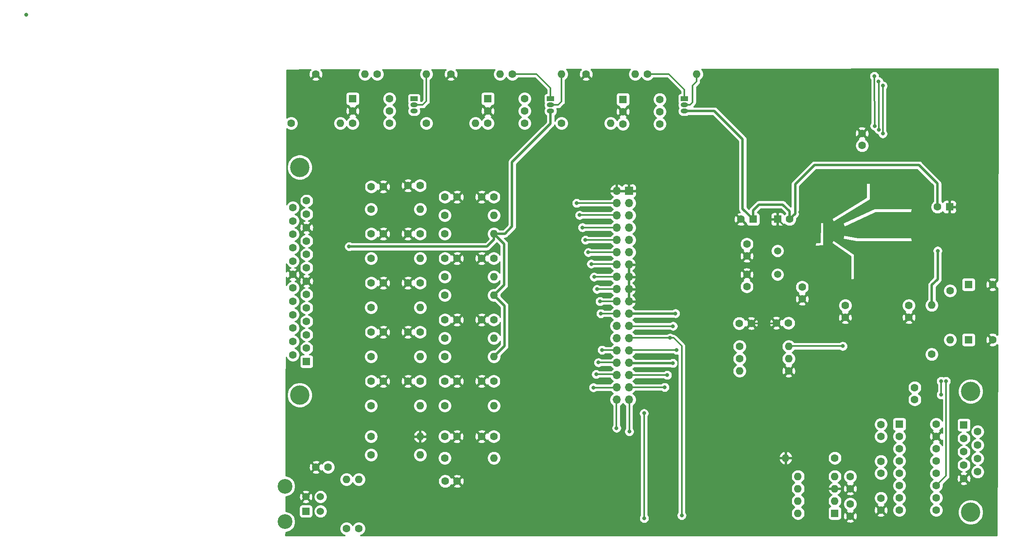
<source format=gbr>
%TF.GenerationSoftware,KiCad,Pcbnew,(5.1.6)-1*%
%TF.CreationDate,2020-07-21T06:39:55-07:00*%
%TF.ProjectId,BPEM488THD,4250454d-3438-4385-9448-442e6b696361,rev?*%
%TF.SameCoordinates,Original*%
%TF.FileFunction,Copper,L2,Bot*%
%TF.FilePolarity,Positive*%
%FSLAX46Y46*%
G04 Gerber Fmt 4.6, Leading zero omitted, Abs format (unit mm)*
G04 Created by KiCad (PCBNEW (5.1.6)-1) date 2020-07-21 06:39:55*
%MOMM*%
%LPD*%
G01*
G04 APERTURE LIST*
%TA.AperFunction,ComponentPad*%
%ADD10C,1.600000*%
%TD*%
%TA.AperFunction,ComponentPad*%
%ADD11O,1.600000X1.600000*%
%TD*%
%TA.AperFunction,ComponentPad*%
%ADD12C,4.000000*%
%TD*%
%TA.AperFunction,ComponentPad*%
%ADD13R,1.600000X1.600000*%
%TD*%
%TA.AperFunction,ComponentPad*%
%ADD14C,1.500000*%
%TD*%
%TA.AperFunction,ComponentPad*%
%ADD15R,1.500000X1.000000*%
%TD*%
%TA.AperFunction,ComponentPad*%
%ADD16O,1.500000X1.000000*%
%TD*%
%TA.AperFunction,ComponentPad*%
%ADD17O,1.700000X1.700000*%
%TD*%
%TA.AperFunction,ComponentPad*%
%ADD18R,1.700000X1.700000*%
%TD*%
%TA.AperFunction,ComponentPad*%
%ADD19R,1.524000X1.524000*%
%TD*%
%TA.AperFunction,ComponentPad*%
%ADD20C,1.524000*%
%TD*%
%TA.AperFunction,ComponentPad*%
%ADD21C,3.048000*%
%TD*%
%TA.AperFunction,ViaPad*%
%ADD22C,0.800000*%
%TD*%
%TA.AperFunction,Conductor*%
%ADD23C,0.300000*%
%TD*%
%TA.AperFunction,Conductor*%
%ADD24C,0.508000*%
%TD*%
%TA.AperFunction,Conductor*%
%ADD25C,0.254000*%
%TD*%
G04 APERTURE END LIST*
D10*
%TO.P,R226,1*%
%TO.N,/Inputs_RS232/CKP*%
X95250000Y-64770000D03*
D11*
%TO.P,R226,2*%
%TO.N,Net-(R226-Pad2)*%
X105410000Y-64770000D03*
%TD*%
D12*
%TO.P,J202,0*%
%TO.N,N/C*%
X69065000Y-120976000D03*
X69065000Y-73876000D03*
D10*
%TO.P,J202,25*%
%TO.N,/Inputs_RS232/CKP*%
X67645000Y-82191000D03*
%TO.P,J202,24*%
%TO.N,+8V*%
X67645000Y-84961000D03*
%TO.P,J202,23*%
%TO.N,PA1*%
X67645000Y-87731000D03*
%TO.P,J202,22*%
%TO.N,PA3*%
X67645000Y-90501000D03*
%TO.P,J202,21*%
%TO.N,PA5*%
X67645000Y-93271000D03*
%TO.P,J202,20*%
%TO.N,GND*%
X67645000Y-96041000D03*
%TO.P,J202,19*%
%TO.N,VDD*%
X67645000Y-98811000D03*
%TO.P,J202,18*%
%TO.N,/Inputs_RS232/CLT*%
X67645000Y-101581000D03*
%TO.P,J202,17*%
%TO.N,/Inputs_RS232/MAT*%
X67645000Y-104351000D03*
%TO.P,J202,16*%
%TO.N,/Inputs_RS232/PAD03in*%
X67645000Y-107121000D03*
%TO.P,J202,15*%
%TO.N,/Inputs_RS232/MAP*%
X67645000Y-109891000D03*
%TO.P,J202,14*%
%TO.N,/Inputs_RS232/TPS*%
X67645000Y-112661000D03*
%TO.P,J202,13*%
%TO.N,/Inputs_RS232/VSPD*%
X70485000Y-80806000D03*
%TO.P,J202,12*%
%TO.N,/Inputs_RS232/CMP*%
X70485000Y-83576000D03*
%TO.P,J202,11*%
%TO.N,GND*%
X70485000Y-86346000D03*
%TO.P,J202,10*%
%TO.N,PA2*%
X70485000Y-89116000D03*
%TO.P,J202,9*%
%TO.N,PA4*%
X70485000Y-91886000D03*
%TO.P,J202,8*%
%TO.N,PA6*%
X70485000Y-94656000D03*
%TO.P,J202,7*%
%TO.N,GND*%
X70485000Y-97426000D03*
%TO.P,J202,6*%
%TO.N,/Inputs_RS232/EOP*%
X70485000Y-100196000D03*
%TO.P,J202,5*%
%TO.N,/Inputs_RS232/EFP*%
X70485000Y-102966000D03*
%TO.P,J202,4*%
%TO.N,/Inputs_RS232/Itrm*%
X70485000Y-105736000D03*
%TO.P,J202,3*%
%TO.N,/Inputs_RS232/Ftrm*%
X70485000Y-108506000D03*
%TO.P,J202,2*%
%TO.N,/Inputs_RS232/PAD12in*%
X70485000Y-111276000D03*
D13*
%TO.P,J202,1*%
%TO.N,/Inputs_RS232/EGO*%
X70485000Y-114046000D03*
%TD*%
D12*
%TO.P,J201,0*%
%TO.N,N/C*%
X207795000Y-120200000D03*
X207795000Y-145200000D03*
D10*
%TO.P,J201,9*%
%TO.N,VDD*%
X209215000Y-136855000D03*
%TO.P,J201,8*%
%TO.N,Net-(J201-Pad8)*%
X209215000Y-134085000D03*
%TO.P,J201,7*%
%TO.N,Net-(J201-Pad7)*%
X209215000Y-131315000D03*
%TO.P,J201,6*%
%TO.N,Net-(J201-Pad6)*%
X209215000Y-128545000D03*
%TO.P,J201,5*%
%TO.N,GND*%
X206375000Y-138240000D03*
%TO.P,J201,4*%
%TO.N,Net-(J201-Pad4)*%
X206375000Y-135470000D03*
%TO.P,J201,3*%
%TO.N,Net-(J201-Pad3)*%
X206375000Y-132700000D03*
%TO.P,J201,2*%
%TO.N,Net-(J201-Pad2)*%
X206375000Y-129930000D03*
D13*
%TO.P,J201,1*%
%TO.N,VDD*%
X206375000Y-127160000D03*
%TD*%
D11*
%TO.P,R211,2*%
%TO.N,PAD05*%
X109220000Y-133985000D03*
D10*
%TO.P,R211,1*%
%TO.N,/Inputs_RS232/TPS*%
X99060000Y-133985000D03*
%TD*%
%TO.P,C232,1*%
%TO.N,Net-(C232-Pad1)*%
X196215000Y-121920000D03*
%TO.P,C232,2*%
%TO.N,VDD*%
X196215000Y-119420000D03*
%TD*%
%TO.P,C231,2*%
%TO.N,Net-(C231-Pad2)*%
X189230000Y-134660000D03*
%TO.P,C231,1*%
%TO.N,Net-(C231-Pad1)*%
X189230000Y-137160000D03*
%TD*%
%TO.P,U205,9*%
%TO.N,Net-(U205-Pad9)*%
X200660000Y-144780000D03*
%TO.P,U205,8*%
%TO.N,Net-(U205-Pad8)*%
X193040000Y-144780000D03*
%TO.P,U205,16*%
%TO.N,VDD*%
X200660000Y-127000000D03*
%TO.P,U205,15*%
%TO.N,GND*%
X200660000Y-129540000D03*
%TO.P,U205,14*%
%TO.N,Net-(J201-Pad2)*%
X200660000Y-132080000D03*
%TO.P,U205,13*%
%TO.N,Net-(J201-Pad3)*%
X200660000Y-134620000D03*
%TO.P,U205,12*%
%TO.N,PS0*%
X200660000Y-137160000D03*
%TO.P,U205,11*%
%TO.N,PS1*%
X200660000Y-139700000D03*
%TO.P,U205,10*%
%TO.N,Net-(U205-Pad10)*%
X200660000Y-142240000D03*
%TO.P,U205,7*%
%TO.N,Net-(U205-Pad7)*%
X193040000Y-142240000D03*
%TO.P,U205,6*%
%TO.N,Net-(C233-Pad2)*%
X193040000Y-139700000D03*
%TO.P,U205,5*%
%TO.N,Net-(C231-Pad1)*%
X193040000Y-137160000D03*
%TO.P,U205,4*%
%TO.N,Net-(C231-Pad2)*%
X193040000Y-134620000D03*
%TO.P,U205,3*%
%TO.N,Net-(C230-Pad1)*%
X193040000Y-132080000D03*
%TO.P,U205,2*%
%TO.N,Net-(C232-Pad1)*%
X193040000Y-129540000D03*
D13*
%TO.P,U205,1*%
%TO.N,Net-(C230-Pad2)*%
X193040000Y-127000000D03*
%TD*%
D10*
%TO.P,C303,2*%
%TO.N,Net-(C303-Pad2)*%
X185320000Y-69368000D03*
%TO.P,C303,1*%
%TO.N,GND*%
X185320000Y-66868000D03*
%TD*%
%TO.P,C307,2*%
%TO.N,VDD*%
X170355000Y-84613000D03*
D13*
%TO.P,C307,1*%
%TO.N,GND*%
X167855000Y-84613000D03*
%TD*%
D14*
%TO.P,Y301,2*%
%TO.N,Net-(C301-Pad2)*%
X167855000Y-91163000D03*
%TO.P,Y301,1*%
%TO.N,Net-(C302-Pad2)*%
X167855000Y-96043000D03*
%TD*%
D10*
%TO.P,U204,6*%
%TO.N,Net-(U204-Pad6)*%
X87630000Y-59690000D03*
%TO.P,U204,5*%
%TO.N,VDD*%
X87630000Y-62230000D03*
%TO.P,U204,4*%
%TO.N,Net-(Q203-Pad2)*%
X87630000Y-64770000D03*
%TO.P,U204,3*%
%TO.N,Net-(U204-Pad3)*%
X80010000Y-64770000D03*
%TO.P,U204,2*%
%TO.N,GND*%
X80010000Y-62230000D03*
D13*
%TO.P,U204,1*%
%TO.N,Net-(R227-Pad2)*%
X80010000Y-59690000D03*
%TD*%
D10*
%TO.P,U203,6*%
%TO.N,Net-(U203-Pad6)*%
X115570000Y-59690000D03*
%TO.P,U203,5*%
%TO.N,VDD*%
X115570000Y-62230000D03*
%TO.P,U203,4*%
%TO.N,Net-(Q202-Pad2)*%
X115570000Y-64770000D03*
%TO.P,U203,3*%
%TO.N,Net-(U203-Pad3)*%
X107950000Y-64770000D03*
%TO.P,U203,2*%
%TO.N,GND*%
X107950000Y-62230000D03*
D13*
%TO.P,U203,1*%
%TO.N,Net-(R226-Pad2)*%
X107950000Y-59690000D03*
%TD*%
D10*
%TO.P,U202,6*%
%TO.N,Net-(U202-Pad6)*%
X143510000Y-59817000D03*
%TO.P,U202,5*%
%TO.N,VDD*%
X143510000Y-62357000D03*
%TO.P,U202,4*%
%TO.N,Net-(Q201-Pad2)*%
X143510000Y-64897000D03*
%TO.P,U202,3*%
%TO.N,Net-(U202-Pad3)*%
X135890000Y-64897000D03*
%TO.P,U202,2*%
%TO.N,GND*%
X135890000Y-62357000D03*
D13*
%TO.P,U202,1*%
%TO.N,Net-(R225-Pad2)*%
X135890000Y-59817000D03*
%TD*%
D11*
%TO.P,U201,8*%
%TO.N,Net-(U201-Pad8)*%
X172085000Y-145415000D03*
%TO.P,U201,4*%
%TO.N,PAD07*%
X179705000Y-137795000D03*
%TO.P,U201,7*%
%TO.N,Net-(U201-Pad7)*%
X172085000Y-142875000D03*
%TO.P,U201,3*%
%TO.N,GND*%
X179705000Y-140335000D03*
%TO.P,U201,6*%
%TO.N,Net-(U201-Pad6)*%
X172085000Y-140335000D03*
%TO.P,U201,2*%
%TO.N,VDD*%
X179705000Y-142875000D03*
%TO.P,U201,5*%
%TO.N,Net-(U201-Pad5)*%
X172085000Y-137795000D03*
D13*
%TO.P,U201,1*%
%TO.N,Net-(U201-Pad1)*%
X179705000Y-145415000D03*
%TD*%
D11*
%TO.P,R304,2*%
%TO.N,VDD*%
X199715000Y-102393000D03*
D10*
%TO.P,R304,1*%
%TO.N,Net-(C312-Pad1)*%
X199715000Y-112553000D03*
%TD*%
D11*
%TO.P,R303,2*%
%TO.N,Net-(C312-Pad1)*%
X203525000Y-109543000D03*
D10*
%TO.P,R303,1*%
%TO.N,Net-(C311-Pad1)*%
X203525000Y-99383000D03*
%TD*%
D11*
%TO.P,R302,2*%
%TO.N,/CPU/RESET*%
X78740000Y-138430000D03*
D10*
%TO.P,R302,1*%
%TO.N,VDD*%
X78740000Y-148590000D03*
%TD*%
D11*
%TO.P,R301,2*%
%TO.N,Net-(J301-Pad1)*%
X81280000Y-138430000D03*
D10*
%TO.P,R301,1*%
%TO.N,VDD*%
X81280000Y-148590000D03*
%TD*%
D11*
%TO.P,R225,2*%
%TO.N,Net-(R225-Pad2)*%
X133350000Y-64770000D03*
D10*
%TO.P,R225,1*%
%TO.N,/Inputs_RS232/CMP*%
X123190000Y-64770000D03*
%TD*%
D11*
%TO.P,R214,2*%
%TO.N,Net-(C209-Pad2)*%
X160000000Y-115976000D03*
D10*
%TO.P,R214,1*%
%TO.N,GND*%
X170160000Y-115976000D03*
%TD*%
D11*
%TO.P,R204,2*%
%TO.N,VDD*%
X109220000Y-87630000D03*
D10*
%TO.P,R204,1*%
%TO.N,/Inputs_RS232/CLT*%
X99060000Y-87630000D03*
%TD*%
D11*
%TO.P,R203,2*%
%TO.N,PAD00*%
X170160000Y-110896000D03*
D10*
%TO.P,R203,1*%
%TO.N,Net-(C209-Pad2)*%
X160000000Y-110896000D03*
%TD*%
D11*
%TO.P,R202,2*%
%TO.N,+BATT*%
X170160000Y-113436000D03*
D10*
%TO.P,R202,1*%
%TO.N,Net-(C209-Pad2)*%
X160000000Y-113436000D03*
%TD*%
D11*
%TO.P,R201,2*%
%TO.N,GND*%
X169545000Y-133985000D03*
D10*
%TO.P,R201,1*%
%TO.N,PAD07*%
X179705000Y-133985000D03*
%TD*%
D15*
%TO.P,Q203,1*%
%TO.N,PT2*%
X92710000Y-59690000D03*
D16*
%TO.P,Q203,3*%
%TO.N,VDD*%
X92710000Y-62230000D03*
%TO.P,Q203,2*%
%TO.N,Net-(Q203-Pad2)*%
X92710000Y-60960000D03*
%TD*%
D15*
%TO.P,Q202,1*%
%TO.N,PT1*%
X120930000Y-59690000D03*
D16*
%TO.P,Q202,3*%
%TO.N,VDD*%
X120930000Y-62230000D03*
%TO.P,Q202,2*%
%TO.N,Net-(Q202-Pad2)*%
X120930000Y-60960000D03*
%TD*%
D15*
%TO.P,Q201,1*%
%TO.N,PT0*%
X148590000Y-59690000D03*
D16*
%TO.P,Q201,3*%
%TO.N,VDD*%
X148590000Y-62230000D03*
%TO.P,Q201,2*%
%TO.N,Net-(Q201-Pad2)*%
X148590000Y-60960000D03*
%TD*%
D17*
%TO.P,J302,36*%
%TO.N,/CPU/PB3*%
X134620000Y-121920000D03*
%TO.P,J302,35*%
%TO.N,/CPU/PB4*%
X137160000Y-121920000D03*
%TO.P,J302,34*%
%TO.N,/CPU/PB2*%
X134620000Y-119380000D03*
%TO.P,J302,33*%
%TO.N,/CPU/PB5*%
X137160000Y-119380000D03*
%TO.P,J302,32*%
%TO.N,/CPU/PB1*%
X134620000Y-116840000D03*
%TO.P,J302,31*%
%TO.N,/CPU/PB6*%
X137160000Y-116840000D03*
%TO.P,J302,30*%
%TO.N,/CPU/PB0*%
X134620000Y-114300000D03*
%TO.P,J302,29*%
%TO.N,+8V*%
X137160000Y-114300000D03*
%TO.P,J302,28*%
%TO.N,/CPU/PK4*%
X134620000Y-111760000D03*
%TO.P,J302,27*%
%TO.N,/CPU/PA0*%
X137160000Y-111760000D03*
%TO.P,J302,26*%
%TO.N,/CPU/PK5*%
X134620000Y-109220000D03*
%TO.P,J302,25*%
%TO.N,/CPU/RESET*%
X137160000Y-109220000D03*
%TO.P,J302,24*%
%TO.N,/CPU/PK0*%
X134620000Y-106680000D03*
%TO.P,J302,23*%
%TO.N,+BATT*%
X137160000Y-106680000D03*
%TO.P,J302,22*%
%TO.N,/CPU/PK1*%
X134620000Y-104140000D03*
%TO.P,J302,21*%
%TO.N,VDD*%
X137160000Y-104140000D03*
%TO.P,J302,20*%
%TO.N,/CPU/PK2*%
X134620000Y-101600000D03*
%TO.P,J302,19*%
%TO.N,GND*%
X137160000Y-101600000D03*
%TO.P,J302,18*%
%TO.N,/CPU/PK3*%
X134620000Y-99060000D03*
%TO.P,J302,17*%
%TO.N,GND*%
X137160000Y-99060000D03*
%TO.P,J302,16*%
%TO.N,/CPU/PP0*%
X134620000Y-96520000D03*
%TO.P,J302,15*%
%TO.N,GND*%
X137160000Y-96520000D03*
%TO.P,J302,14*%
%TO.N,/CPU/PP1*%
X134620000Y-93980000D03*
%TO.P,J302,13*%
%TO.N,GND*%
X137160000Y-93980000D03*
%TO.P,J302,12*%
%TO.N,/CPU/PP2*%
X134620000Y-91440000D03*
%TO.P,J302,11*%
%TO.N,/CPU/PT7*%
X137160000Y-91440000D03*
%TO.P,J302,10*%
%TO.N,/CPU/PP3*%
X134620000Y-88900000D03*
%TO.P,J302,9*%
%TO.N,/CPU/PT6*%
X137160000Y-88900000D03*
%TO.P,J302,8*%
%TO.N,/CPU/PP4*%
X134620000Y-86360000D03*
%TO.P,J302,7*%
%TO.N,/CPU/PT5*%
X137160000Y-86360000D03*
%TO.P,J302,6*%
%TO.N,/CPU/PP5*%
X134620000Y-83820000D03*
%TO.P,J302,5*%
%TO.N,/CPU/PT4*%
X137160000Y-83820000D03*
%TO.P,J302,4*%
%TO.N,/CPU/PK7*%
X134620000Y-81280000D03*
%TO.P,J302,3*%
%TO.N,/CPU/PT3*%
X137160000Y-81280000D03*
%TO.P,J302,2*%
%TO.N,GND*%
X134620000Y-78740000D03*
D18*
%TO.P,J302,1*%
X137160000Y-78740000D03*
%TD*%
D19*
%TO.P,J301,1*%
%TO.N,Net-(J301-Pad1)*%
X70358000Y-145010000D03*
D20*
%TO.P,J301,2*%
%TO.N,GND*%
X70358000Y-142010000D03*
D21*
%TO.P,J301,*%
%TO.N,*%
X66038000Y-147170000D03*
X66038000Y-139850000D03*
D20*
%TO.P,J301,3*%
%TO.N,VDD*%
X73358000Y-145010000D03*
%TO.P,J301,4*%
%TO.N,/CPU/RESET*%
X73358000Y-142010000D03*
%TD*%
D10*
%TO.P,C312,2*%
%TO.N,GND*%
X212335000Y-109543000D03*
D13*
%TO.P,C312,1*%
%TO.N,Net-(C312-Pad1)*%
X207335000Y-109543000D03*
%TD*%
D10*
%TO.P,C311,2*%
%TO.N,GND*%
X212335000Y-98113000D03*
D13*
%TO.P,C311,1*%
%TO.N,Net-(C311-Pad1)*%
X207335000Y-98113000D03*
%TD*%
D10*
%TO.P,C310,2*%
%TO.N,GND*%
X172935000Y-101118000D03*
%TO.P,C310,1*%
%TO.N,Net-(C310-Pad1)*%
X172935000Y-98618000D03*
%TD*%
%TO.P,C309,2*%
%TO.N,GND*%
X160275000Y-84613000D03*
D13*
%TO.P,C309,1*%
%TO.N,VDD*%
X162775000Y-84613000D03*
%TD*%
D10*
%TO.P,C308,2*%
%TO.N,GND*%
X72430000Y-135890000D03*
%TO.P,C308,1*%
%TO.N,/CPU/RESET*%
X74930000Y-135890000D03*
%TD*%
%TO.P,C306,2*%
%TO.N,VDD*%
X200915000Y-82073000D03*
D13*
%TO.P,C306,1*%
%TO.N,GND*%
X203415000Y-82073000D03*
%TD*%
D10*
%TO.P,C305,2*%
%TO.N,VDD*%
X195005000Y-102433000D03*
%TO.P,C305,1*%
%TO.N,GND*%
X195005000Y-104933000D03*
%TD*%
%TO.P,C304,2*%
%TO.N,Net-(C304-Pad2)*%
X181855000Y-102433000D03*
%TO.P,C304,1*%
%TO.N,GND*%
X181855000Y-104933000D03*
%TD*%
%TO.P,C302,2*%
%TO.N,Net-(C302-Pad2)*%
X161505000Y-98543000D03*
%TO.P,C302,1*%
%TO.N,GND*%
X161505000Y-96043000D03*
%TD*%
%TO.P,C301,2*%
%TO.N,Net-(C301-Pad2)*%
X161505000Y-89733000D03*
%TO.P,C301,1*%
%TO.N,GND*%
X161505000Y-92233000D03*
%TD*%
%TO.P,C218,2*%
%TO.N,GND*%
X182880000Y-146010000D03*
%TO.P,C218,1*%
%TO.N,VDD*%
X182880000Y-143510000D03*
%TD*%
%TO.P,C217,2*%
%TO.N,PAD07*%
X182880000Y-137835000D03*
%TO.P,C217,1*%
%TO.N,GND*%
X182880000Y-140335000D03*
%TD*%
%TO.P,C212,2*%
%TO.N,/Inputs_RS232/PAD03in*%
X99100000Y-105410000D03*
%TO.P,C212,1*%
%TO.N,GND*%
X101600000Y-105410000D03*
%TD*%
%TO.P,C211,2*%
%TO.N,/Inputs_RS232/MAT*%
X99100000Y-92710000D03*
%TO.P,C211,1*%
%TO.N,GND*%
X101600000Y-92710000D03*
%TD*%
%TO.P,C210,2*%
%TO.N,/Inputs_RS232/CLT*%
X99100000Y-80010000D03*
%TO.P,C210,1*%
%TO.N,GND*%
X101600000Y-80010000D03*
%TD*%
%TO.P,C209,2*%
%TO.N,Net-(C209-Pad2)*%
X159940000Y-106136000D03*
%TO.P,C209,1*%
%TO.N,GND*%
X162440000Y-106136000D03*
%TD*%
%TO.P,C204,2*%
%TO.N,PAD03*%
X109180000Y-105410000D03*
%TO.P,C204,1*%
%TO.N,GND*%
X106680000Y-105410000D03*
%TD*%
%TO.P,C203,2*%
%TO.N,PAD02*%
X109180000Y-92710000D03*
%TO.P,C203,1*%
%TO.N,GND*%
X106680000Y-92710000D03*
%TD*%
%TO.P,C202,2*%
%TO.N,PAD01*%
X109180000Y-80010000D03*
%TO.P,C202,1*%
%TO.N,GND*%
X106680000Y-80010000D03*
%TD*%
%TO.P,C201,2*%
%TO.N,PAD00*%
X170120000Y-106070000D03*
%TO.P,C201,1*%
%TO.N,GND*%
X167620000Y-106070000D03*
%TD*%
%TO.P,C205,2*%
%TO.N,PAD04*%
X109180000Y-118110000D03*
%TO.P,C205,1*%
%TO.N,GND*%
X106680000Y-118110000D03*
%TD*%
%TO.P,C206,1*%
%TO.N,GND*%
X106680000Y-129540000D03*
%TO.P,C206,2*%
%TO.N,PAD05*%
X109180000Y-129540000D03*
%TD*%
%TO.P,C207,2*%
%TO.N,PAD06*%
X99120000Y-138800000D03*
%TO.P,C207,1*%
%TO.N,GND*%
X101620000Y-138800000D03*
%TD*%
%TO.P,C208,1*%
%TO.N,GND*%
X91440000Y-77650000D03*
%TO.P,C208,2*%
%TO.N,PAD08*%
X93940000Y-77650000D03*
%TD*%
%TO.P,C213,1*%
%TO.N,GND*%
X101600000Y-118110000D03*
%TO.P,C213,2*%
%TO.N,/Inputs_RS232/MAP*%
X99100000Y-118110000D03*
%TD*%
%TO.P,C214,2*%
%TO.N,/Inputs_RS232/TPS*%
X99060000Y-129540000D03*
%TO.P,C214,1*%
%TO.N,GND*%
X101560000Y-129540000D03*
%TD*%
%TO.P,C216,1*%
%TO.N,GND*%
X86360000Y-77880000D03*
%TO.P,C216,2*%
%TO.N,/Inputs_RS232/EOP*%
X83860000Y-77880000D03*
%TD*%
%TO.P,C219,2*%
%TO.N,PAD09*%
X93940000Y-87630000D03*
%TO.P,C219,1*%
%TO.N,GND*%
X91440000Y-87630000D03*
%TD*%
%TO.P,C220,1*%
%TO.N,GND*%
X91440000Y-97790000D03*
%TO.P,C220,2*%
%TO.N,PAD10*%
X93940000Y-97790000D03*
%TD*%
%TO.P,C221,2*%
%TO.N,PAD11*%
X93940000Y-107950000D03*
%TO.P,C221,1*%
%TO.N,GND*%
X91440000Y-107950000D03*
%TD*%
%TO.P,C222,1*%
%TO.N,GND*%
X91440000Y-118110000D03*
%TO.P,C222,2*%
%TO.N,PAD12*%
X93940000Y-118110000D03*
%TD*%
%TO.P,C223,2*%
%TO.N,/Inputs_RS232/EFP*%
X83860000Y-87630000D03*
%TO.P,C223,1*%
%TO.N,GND*%
X86360000Y-87630000D03*
%TD*%
%TO.P,C224,1*%
%TO.N,GND*%
X86360000Y-97790000D03*
%TO.P,C224,2*%
%TO.N,/Inputs_RS232/Itrm*%
X83860000Y-97790000D03*
%TD*%
%TO.P,C225,2*%
%TO.N,/Inputs_RS232/Ftrm*%
X83860000Y-107950000D03*
%TO.P,C225,1*%
%TO.N,GND*%
X86360000Y-107950000D03*
%TD*%
%TO.P,C226,1*%
%TO.N,GND*%
X86360000Y-118110000D03*
%TO.P,C226,2*%
%TO.N,/Inputs_RS232/PAD12in*%
X83860000Y-118110000D03*
%TD*%
%TO.P,C230,1*%
%TO.N,Net-(C230-Pad1)*%
X189230000Y-129540000D03*
%TO.P,C230,2*%
%TO.N,Net-(C230-Pad2)*%
X189230000Y-127040000D03*
%TD*%
%TO.P,C233,2*%
%TO.N,Net-(C233-Pad2)*%
X189230000Y-142280000D03*
%TO.P,C233,1*%
%TO.N,GND*%
X189230000Y-144780000D03*
%TD*%
%TO.P,R205,1*%
%TO.N,/Inputs_RS232/CLT*%
X99060000Y-83820000D03*
D11*
%TO.P,R205,2*%
%TO.N,PAD01*%
X109220000Y-83820000D03*
%TD*%
%TO.P,R206,2*%
%TO.N,VDD*%
X109220000Y-100330000D03*
D10*
%TO.P,R206,1*%
%TO.N,/Inputs_RS232/MAT*%
X99060000Y-100330000D03*
%TD*%
D11*
%TO.P,R207,2*%
%TO.N,PAD02*%
X109220000Y-96520000D03*
D10*
%TO.P,R207,1*%
%TO.N,/Inputs_RS232/MAT*%
X99060000Y-96520000D03*
%TD*%
D11*
%TO.P,R208,2*%
%TO.N,VDD*%
X109220000Y-113030000D03*
D10*
%TO.P,R208,1*%
%TO.N,/Inputs_RS232/PAD03in*%
X99060000Y-113030000D03*
%TD*%
%TO.P,R209,1*%
%TO.N,/Inputs_RS232/PAD03in*%
X99060000Y-109220000D03*
D11*
%TO.P,R209,2*%
%TO.N,PAD03*%
X109220000Y-109220000D03*
%TD*%
D10*
%TO.P,R210,1*%
%TO.N,/Inputs_RS232/MAP*%
X99060000Y-123190000D03*
D11*
%TO.P,R210,2*%
%TO.N,PAD04*%
X109220000Y-123190000D03*
%TD*%
D10*
%TO.P,R212,1*%
%TO.N,/Inputs_RS232/EGO*%
X83820000Y-133350000D03*
D11*
%TO.P,R212,2*%
%TO.N,PAD06*%
X93980000Y-133350000D03*
%TD*%
%TO.P,R213,2*%
%TO.N,PAD08*%
X93980000Y-82550000D03*
D10*
%TO.P,R213,1*%
%TO.N,/Inputs_RS232/EOP*%
X83820000Y-82550000D03*
%TD*%
D11*
%TO.P,R215,2*%
%TO.N,PAD09*%
X93980000Y-92710000D03*
D10*
%TO.P,R215,1*%
%TO.N,/Inputs_RS232/EFP*%
X83820000Y-92710000D03*
%TD*%
%TO.P,R216,1*%
%TO.N,/Inputs_RS232/Itrm*%
X83820000Y-102870000D03*
D11*
%TO.P,R216,2*%
%TO.N,PAD10*%
X93980000Y-102870000D03*
%TD*%
%TO.P,R217,2*%
%TO.N,PAD11*%
X93980000Y-113030000D03*
D10*
%TO.P,R217,1*%
%TO.N,/Inputs_RS232/Ftrm*%
X83820000Y-113030000D03*
%TD*%
%TO.P,R218,1*%
%TO.N,/Inputs_RS232/PAD12in*%
X83820000Y-123190000D03*
D11*
%TO.P,R218,2*%
%TO.N,PAD12*%
X93980000Y-123190000D03*
%TD*%
D10*
%TO.P,R219,1*%
%TO.N,PT0*%
X140970000Y-54610000D03*
D11*
%TO.P,R219,2*%
%TO.N,Net-(Q201-Pad2)*%
X151130000Y-54610000D03*
%TD*%
%TO.P,R220,2*%
%TO.N,Net-(Q202-Pad2)*%
X123190000Y-54610000D03*
D10*
%TO.P,R220,1*%
%TO.N,PT1*%
X113030000Y-54610000D03*
%TD*%
%TO.P,R221,1*%
%TO.N,PT2*%
X85090000Y-54610000D03*
D11*
%TO.P,R221,2*%
%TO.N,Net-(Q203-Pad2)*%
X95250000Y-54610000D03*
%TD*%
%TO.P,R222,2*%
%TO.N,PT0*%
X138430000Y-54610000D03*
D10*
%TO.P,R222,1*%
%TO.N,GND*%
X128270000Y-54610000D03*
%TD*%
%TO.P,R223,1*%
%TO.N,GND*%
X100330000Y-54610000D03*
D11*
%TO.P,R223,2*%
%TO.N,PT1*%
X110490000Y-54610000D03*
%TD*%
%TO.P,R224,2*%
%TO.N,PT2*%
X82550000Y-54610000D03*
D10*
%TO.P,R224,1*%
%TO.N,GND*%
X72390000Y-54610000D03*
%TD*%
D11*
%TO.P,R227,2*%
%TO.N,Net-(R227-Pad2)*%
X77470000Y-64770000D03*
D10*
%TO.P,R227,1*%
%TO.N,/Inputs_RS232/VSPD*%
X67310000Y-64770000D03*
%TD*%
%TO.P,R228,1*%
%TO.N,/Inputs_RS232/EGO*%
X83820000Y-129540000D03*
D11*
%TO.P,R228,2*%
%TO.N,GND*%
X93980000Y-129540000D03*
%TD*%
D22*
%TO.N,*%
X12550000Y-42360000D03*
%TO.N,PAD00*%
X181340000Y-110850000D03*
%TO.N,GND*%
X184650000Y-71708000D03*
X182460000Y-100328000D03*
X198880000Y-88148000D03*
X198880000Y-94708000D03*
X198880000Y-96178000D03*
X172540000Y-83178000D03*
X172540000Y-88398000D03*
X172540000Y-84638000D03*
X198880000Y-82718000D03*
X172540000Y-85425100D03*
X181930000Y-113080000D03*
X181720000Y-108060000D03*
X156450000Y-122830000D03*
X150110000Y-129630000D03*
X150210000Y-122480000D03*
X146350000Y-133690000D03*
X142240000Y-131000000D03*
X144830000Y-122830000D03*
X145000000Y-146380000D03*
X99020000Y-146230000D03*
X92370000Y-139680000D03*
X90440000Y-137140000D03*
X76240000Y-139070000D03*
X76750000Y-144810000D03*
X84460000Y-145770000D03*
X84360000Y-137040000D03*
X110240000Y-131970000D03*
X81420000Y-109450000D03*
X81590000Y-111670000D03*
X113300000Y-96530000D03*
X139500000Y-82300000D03*
X139680000Y-84970000D03*
X139850000Y-87540000D03*
X139850000Y-90030000D03*
X196697600Y-144018000D03*
X196697600Y-126669800D03*
X191262000Y-135966200D03*
X191262000Y-128549400D03*
X207060800Y-103936800D03*
X198170800Y-115493800D03*
X197205600Y-99923600D03*
X204165200Y-125450600D03*
X201472800Y-124891800D03*
X204216000Y-133324600D03*
X146380000Y-64090000D03*
X91710000Y-54960000D03*
%TO.N,VDD*%
X79280000Y-90250000D03*
X200970000Y-91140000D03*
X146740000Y-104110000D03*
%TO.N,/CPU/RESET*%
X145650086Y-109160000D03*
X148050000Y-145860000D03*
%TO.N,Net-(J301-Pad1)*%
X140256041Y-124746041D03*
X140280000Y-146450000D03*
%TO.N,+8V*%
X146200000Y-114400000D03*
%TO.N,+BATT*%
X146250096Y-106720000D03*
%TO.N,/CPU/PB6*%
X145050076Y-116850000D03*
%TO.N,/CPU/PB5*%
X144520000Y-119370000D03*
%TO.N,/CPU/PP5*%
X126929920Y-83770000D03*
%TO.N,/CPU/PB4*%
X137210000Y-128520000D03*
%TO.N,/CPU/PP4*%
X127529930Y-86330000D03*
%TO.N,/CPU/PB3*%
X134570000Y-127800000D03*
%TO.N,/CPU/PP3*%
X128129940Y-88910000D03*
%TO.N,/CPU/PB2*%
X129789970Y-119420000D03*
%TO.N,/CPU/PP2*%
X128729950Y-91460000D03*
%TO.N,/CPU/PB1*%
X130360000Y-116680000D03*
%TO.N,/CPU/PP1*%
X129329960Y-93850000D03*
%TO.N,/CPU/PB0*%
X130820000Y-114250000D03*
%TO.N,/CPU/PP0*%
X129929970Y-96540000D03*
%TO.N,/CPU/PK3*%
X130529980Y-99080000D03*
%TO.N,/CPU/PK7*%
X126329910Y-81280000D03*
%TO.N,/CPU/PK2*%
X131129990Y-101610000D03*
%TO.N,/CPU/PK1*%
X131330000Y-104130000D03*
%TO.N,/CPU/PK4*%
X131590000Y-111660000D03*
%TO.N,PT0*%
X189620000Y-66908000D03*
X189630000Y-57008000D03*
%TO.N,PT1*%
X188770000Y-66088000D03*
X188760000Y-56148000D03*
%TO.N,PT2*%
X187920000Y-65320762D03*
X187870000Y-55038000D03*
%TO.N,PS0*%
X201676000Y-120904000D03*
X201676000Y-118110000D03*
%TO.N,PS1*%
X202692000Y-118110000D03*
%TO.N,/CPU/PA0*%
X146960000Y-111660000D03*
%TD*%
D23*
%TO.N,PAD00*%
X170206000Y-110850000D02*
X170160000Y-110896000D01*
X181340000Y-110850000D02*
X170206000Y-110850000D01*
%TO.N,GND*%
X184650000Y-71708000D02*
X183800000Y-70858000D01*
X183800000Y-70858000D02*
X183800000Y-68108000D01*
X185040000Y-66868000D02*
X185320000Y-66868000D01*
X183800000Y-68108000D02*
X185040000Y-66868000D01*
X182460000Y-100328000D02*
X183360000Y-101228000D01*
X183360000Y-103428000D02*
X181855000Y-104933000D01*
X183360000Y-101228000D02*
X183360000Y-103428000D01*
X196530000Y-103408000D02*
X195005000Y-104933000D01*
X196530000Y-99718000D02*
X196530000Y-103408000D01*
X198880000Y-97368000D02*
X196530000Y-99718000D01*
X198880000Y-88148000D02*
X198880000Y-94708000D01*
X198880000Y-94708000D02*
X198880000Y-96178000D01*
X198880000Y-96178000D02*
X198880000Y-97368000D01*
X172540000Y-88118000D02*
X172540000Y-88398000D01*
X172540000Y-83178000D02*
X172540000Y-84638000D01*
X172540000Y-84638000D02*
X172540000Y-88118000D01*
X171640000Y-88398000D02*
X167855000Y-84613000D01*
X172540000Y-88398000D02*
X171640000Y-88398000D01*
X167554000Y-106136000D02*
X167620000Y-106070000D01*
X162440000Y-106136000D02*
X167554000Y-106136000D01*
X198880000Y-82718000D02*
X198880000Y-88148000D01*
D24*
%TO.N,VDD*%
X79280000Y-90250000D02*
X107780000Y-90250000D01*
X109220000Y-88810000D02*
X109220000Y-87630000D01*
X107780000Y-90250000D02*
X109220000Y-88810000D01*
X200970000Y-91140000D02*
X200970000Y-97010000D01*
X200970000Y-97010000D02*
X199730000Y-98250000D01*
X199730000Y-102378000D02*
X199715000Y-102393000D01*
X199730000Y-98250000D02*
X199730000Y-102378000D01*
X200915000Y-82073000D02*
X200915000Y-77245000D01*
X200915000Y-77245000D02*
X197080000Y-73410000D01*
X197080000Y-73410000D02*
X175500000Y-73410000D01*
X175500000Y-73410000D02*
X171510000Y-77400000D01*
X171510000Y-83458000D02*
X170355000Y-84613000D01*
X171510000Y-77400000D02*
X171510000Y-83458000D01*
X170355000Y-84613000D02*
X170355000Y-83005000D01*
X170355000Y-83005000D02*
X168930000Y-81580000D01*
X168930000Y-81580000D02*
X164030000Y-81580000D01*
X162775000Y-82835000D02*
X162775000Y-84613000D01*
X164030000Y-81580000D02*
X162775000Y-82835000D01*
X148590000Y-62230000D02*
X154780000Y-62230000D01*
X154780000Y-62230000D02*
X160650000Y-68100000D01*
X160650000Y-82488000D02*
X162775000Y-84613000D01*
X160650000Y-68100000D02*
X160650000Y-82488000D01*
X137160000Y-104140000D02*
X146710000Y-104140000D01*
X146710000Y-104140000D02*
X146740000Y-104110000D01*
X109220000Y-87630000D02*
X111320000Y-89730000D01*
X111320000Y-98230000D02*
X109220000Y-100330000D01*
X111320000Y-89730000D02*
X111320000Y-98230000D01*
X109220000Y-100330000D02*
X111420000Y-102530000D01*
X111420000Y-110830000D02*
X109220000Y-113030000D01*
X111420000Y-102530000D02*
X111420000Y-110830000D01*
X111470000Y-87630000D02*
X109220000Y-87630000D01*
X120930000Y-62230000D02*
X120901460Y-62230000D01*
X120930000Y-62230000D02*
X120930000Y-64886240D01*
X120930000Y-64886240D02*
X112984280Y-72831960D01*
X112984280Y-86115720D02*
X111470000Y-87630000D01*
X112984280Y-72831960D02*
X112984280Y-86115720D01*
D23*
%TO.N,/CPU/RESET*%
X137220000Y-109160000D02*
X137160000Y-109220000D01*
X145650086Y-109160000D02*
X137220000Y-109160000D01*
X145650086Y-109160000D02*
X146370000Y-109160000D01*
X146370000Y-109160000D02*
X148050000Y-110840000D01*
X148050000Y-110840000D02*
X148050000Y-145860000D01*
%TO.N,Net-(J301-Pad1)*%
X140256041Y-145846041D02*
X140256041Y-124746041D01*
X140280000Y-146450000D02*
X140256041Y-145846041D01*
D24*
%TO.N,+8V*%
X137260000Y-114400000D02*
X137160000Y-114300000D01*
X146200000Y-114400000D02*
X137260000Y-114400000D01*
D23*
%TO.N,+BATT*%
X137200000Y-106720000D02*
X137160000Y-106680000D01*
X146250096Y-106720000D02*
X137200000Y-106720000D01*
%TO.N,/CPU/PB6*%
X137170000Y-116850000D02*
X137160000Y-116840000D01*
X145050076Y-116850000D02*
X137170000Y-116850000D01*
%TO.N,/CPU/PB5*%
X137170000Y-119370000D02*
X137160000Y-119380000D01*
X144520000Y-119370000D02*
X137170000Y-119370000D01*
%TO.N,/CPU/PP5*%
X134570000Y-83770000D02*
X134620000Y-83820000D01*
X126929920Y-83770000D02*
X134570000Y-83770000D01*
%TO.N,/CPU/PB4*%
X137210000Y-121970000D02*
X137160000Y-121920000D01*
X137210000Y-128520000D02*
X137210000Y-121970000D01*
%TO.N,/CPU/PP4*%
X134590000Y-86330000D02*
X134620000Y-86360000D01*
X127529930Y-86330000D02*
X134590000Y-86330000D01*
%TO.N,/CPU/PB3*%
X134570000Y-121970000D02*
X134620000Y-121920000D01*
X134570000Y-127800000D02*
X134570000Y-121970000D01*
%TO.N,/CPU/PP3*%
X134610000Y-88910000D02*
X134620000Y-88900000D01*
X128129940Y-88910000D02*
X134610000Y-88910000D01*
%TO.N,/CPU/PB2*%
X134580000Y-119420000D02*
X134620000Y-119380000D01*
X129789970Y-119420000D02*
X134580000Y-119420000D01*
%TO.N,/CPU/PP2*%
X134600000Y-91460000D02*
X134620000Y-91440000D01*
X128729950Y-91460000D02*
X134600000Y-91460000D01*
%TO.N,/CPU/PB1*%
X134460000Y-116680000D02*
X134620000Y-116840000D01*
X130360000Y-116680000D02*
X134460000Y-116680000D01*
%TO.N,/CPU/PP1*%
X134490000Y-93850000D02*
X134620000Y-93980000D01*
X129329960Y-93850000D02*
X134490000Y-93850000D01*
%TO.N,/CPU/PB0*%
X134570000Y-114250000D02*
X134620000Y-114300000D01*
X130820000Y-114250000D02*
X134570000Y-114250000D01*
%TO.N,/CPU/PP0*%
X134600000Y-96540000D02*
X134620000Y-96520000D01*
X129929970Y-96540000D02*
X134600000Y-96540000D01*
%TO.N,/CPU/PK3*%
X134600000Y-99080000D02*
X134620000Y-99060000D01*
X130529980Y-99080000D02*
X134600000Y-99080000D01*
%TO.N,/CPU/PK7*%
X126329910Y-81280000D02*
X134620000Y-81280000D01*
%TO.N,/CPU/PK2*%
X134610000Y-101610000D02*
X134620000Y-101600000D01*
X131129990Y-101610000D02*
X134610000Y-101610000D01*
%TO.N,/CPU/PK1*%
X134610000Y-104130000D02*
X134620000Y-104140000D01*
X131330000Y-104130000D02*
X134610000Y-104130000D01*
%TO.N,/CPU/PK4*%
X134520000Y-111660000D02*
X134620000Y-111760000D01*
X131590000Y-111660000D02*
X134520000Y-111660000D01*
%TO.N,PT0*%
X189620000Y-56838000D02*
X189620000Y-66908000D01*
X189630000Y-57008000D02*
X189620000Y-56838000D01*
X140970000Y-54610000D02*
X145384520Y-54610000D01*
X148590000Y-57815480D02*
X148590000Y-59690000D01*
X145384520Y-54610000D02*
X148590000Y-57815480D01*
%TO.N,Net-(Q201-Pad2)*%
X151130000Y-54610000D02*
X151130000Y-56141620D01*
X151130000Y-56141620D02*
X150304500Y-56967120D01*
X150304500Y-56967120D02*
X150304500Y-60434220D01*
X149778720Y-60960000D02*
X148590000Y-60960000D01*
X150304500Y-60434220D02*
X149778720Y-60960000D01*
%TO.N,PT1*%
X188770000Y-66088000D02*
X188770000Y-56988000D01*
X188770000Y-56988000D02*
X188770000Y-56158000D01*
X188770000Y-56158000D02*
X188760000Y-56148000D01*
X113030000Y-54610000D02*
X118038880Y-54610000D01*
X120930000Y-57501120D02*
X120930000Y-59690000D01*
X118038880Y-54610000D02*
X120930000Y-57501120D01*
%TO.N,Net-(Q202-Pad2)*%
X123190000Y-54610000D02*
X123190000Y-60294520D01*
X122524520Y-60960000D02*
X120930000Y-60960000D01*
X123190000Y-60294520D02*
X122524520Y-60960000D01*
%TO.N,PT2*%
X187920000Y-65320762D02*
X187870000Y-55038000D01*
%TO.N,Net-(Q203-Pad2)*%
X95250000Y-54610000D02*
X95250000Y-60228480D01*
X94518480Y-60960000D02*
X92710000Y-60960000D01*
X95250000Y-60228480D02*
X94518480Y-60960000D01*
%TO.N,PS0*%
X201676000Y-120904000D02*
X201676000Y-118110000D01*
%TO.N,PS1*%
X202692000Y-137668000D02*
X200660000Y-139700000D01*
X202692000Y-118110000D02*
X202692000Y-137668000D01*
%TO.N,/CPU/PA0*%
X137260000Y-111660000D02*
X137160000Y-111760000D01*
X146960000Y-111660000D02*
X137260000Y-111660000D01*
%TD*%
D25*
%TO.N,GND*%
G36*
X213371585Y-97312779D02*
G01*
X213327702Y-97299903D01*
X212514605Y-98113000D01*
X213327702Y-98926097D01*
X213367381Y-98914455D01*
X213342191Y-108511844D01*
X213264370Y-108434023D01*
X213148097Y-108550296D01*
X213076514Y-108306329D01*
X212821004Y-108185429D01*
X212546816Y-108116700D01*
X212264488Y-108102783D01*
X211984870Y-108144213D01*
X211718708Y-108239397D01*
X211593486Y-108306329D01*
X211521903Y-108550298D01*
X212335000Y-109363395D01*
X212349143Y-109349253D01*
X212528748Y-109528858D01*
X212514605Y-109543000D01*
X212528748Y-109557143D01*
X212349143Y-109736748D01*
X212335000Y-109722605D01*
X211521903Y-110535702D01*
X211593486Y-110779671D01*
X211848996Y-110900571D01*
X212123184Y-110969300D01*
X212405512Y-110983217D01*
X212685130Y-110941787D01*
X212951292Y-110846603D01*
X213076514Y-110779671D01*
X213148097Y-110535704D01*
X213264370Y-110651977D01*
X213336764Y-110579583D01*
X213233332Y-149987000D01*
X81612371Y-149987000D01*
X81698574Y-149969853D01*
X81959727Y-149861680D01*
X82194759Y-149704637D01*
X82394637Y-149504759D01*
X82551680Y-149269727D01*
X82659853Y-149008574D01*
X82715000Y-148731335D01*
X82715000Y-148448665D01*
X82659853Y-148171426D01*
X82551680Y-147910273D01*
X82394637Y-147675241D01*
X82194759Y-147475363D01*
X81959727Y-147318320D01*
X81698574Y-147210147D01*
X81421335Y-147155000D01*
X81138665Y-147155000D01*
X80861426Y-147210147D01*
X80600273Y-147318320D01*
X80365241Y-147475363D01*
X80165363Y-147675241D01*
X80010000Y-147907759D01*
X79854637Y-147675241D01*
X79654759Y-147475363D01*
X79419727Y-147318320D01*
X79158574Y-147210147D01*
X78881335Y-147155000D01*
X78598665Y-147155000D01*
X78321426Y-147210147D01*
X78060273Y-147318320D01*
X77825241Y-147475363D01*
X77625363Y-147675241D01*
X77468320Y-147910273D01*
X77360147Y-148171426D01*
X77305000Y-148448665D01*
X77305000Y-148731335D01*
X77360147Y-149008574D01*
X77468320Y-149269727D01*
X77625363Y-149504759D01*
X77825241Y-149704637D01*
X78060273Y-149861680D01*
X78321426Y-149969853D01*
X78407629Y-149987000D01*
X66167336Y-149987000D01*
X66169072Y-149329000D01*
X66250643Y-149329000D01*
X66667757Y-149246030D01*
X67060670Y-149083281D01*
X67414282Y-148847004D01*
X67715004Y-148546282D01*
X67951281Y-148192670D01*
X68114030Y-147799757D01*
X68197000Y-147382643D01*
X68197000Y-146957357D01*
X68114030Y-146540243D01*
X67951281Y-146147330D01*
X67715004Y-145793718D01*
X67414282Y-145492996D01*
X67060670Y-145256719D01*
X66667757Y-145093970D01*
X66250643Y-145011000D01*
X66180465Y-145011000D01*
X66182478Y-144248000D01*
X68957928Y-144248000D01*
X68957928Y-145772000D01*
X68970188Y-145896482D01*
X69006498Y-146016180D01*
X69065463Y-146126494D01*
X69144815Y-146223185D01*
X69241506Y-146302537D01*
X69351820Y-146361502D01*
X69471518Y-146397812D01*
X69596000Y-146410072D01*
X71120000Y-146410072D01*
X71244482Y-146397812D01*
X71364180Y-146361502D01*
X71474494Y-146302537D01*
X71571185Y-146223185D01*
X71650537Y-146126494D01*
X71709502Y-146016180D01*
X71745812Y-145896482D01*
X71758072Y-145772000D01*
X71758072Y-144872408D01*
X71961000Y-144872408D01*
X71961000Y-145147592D01*
X72014686Y-145417490D01*
X72119995Y-145671727D01*
X72272880Y-145900535D01*
X72467465Y-146095120D01*
X72696273Y-146248005D01*
X72950510Y-146353314D01*
X73220408Y-146407000D01*
X73495592Y-146407000D01*
X73765490Y-146353314D01*
X74019727Y-146248005D01*
X74248535Y-146095120D01*
X74443120Y-145900535D01*
X74596005Y-145671727D01*
X74701314Y-145417490D01*
X74755000Y-145147592D01*
X74755000Y-144872408D01*
X74701314Y-144602510D01*
X74596005Y-144348273D01*
X74443120Y-144119465D01*
X74248535Y-143924880D01*
X74019727Y-143771995D01*
X73765490Y-143666686D01*
X73495592Y-143613000D01*
X73220408Y-143613000D01*
X72950510Y-143666686D01*
X72696273Y-143771995D01*
X72467465Y-143924880D01*
X72272880Y-144119465D01*
X72119995Y-144348273D01*
X72014686Y-144602510D01*
X71961000Y-144872408D01*
X71758072Y-144872408D01*
X71758072Y-144248000D01*
X71745812Y-144123518D01*
X71709502Y-144003820D01*
X71650537Y-143893506D01*
X71571185Y-143796815D01*
X71474494Y-143717463D01*
X71364180Y-143658498D01*
X71244482Y-143622188D01*
X71120000Y-143609928D01*
X69596000Y-143609928D01*
X69471518Y-143622188D01*
X69351820Y-143658498D01*
X69241506Y-143717463D01*
X69144815Y-143796815D01*
X69065463Y-143893506D01*
X69006498Y-144003820D01*
X68970188Y-144123518D01*
X68957928Y-144248000D01*
X66182478Y-144248000D01*
X66185835Y-142975565D01*
X69572040Y-142975565D01*
X69639020Y-143215656D01*
X69888048Y-143332756D01*
X70155135Y-143399023D01*
X70430017Y-143411910D01*
X70702133Y-143370922D01*
X70961023Y-143277636D01*
X71076980Y-143215656D01*
X71143960Y-142975565D01*
X70358000Y-142189605D01*
X69572040Y-142975565D01*
X66185835Y-142975565D01*
X66188193Y-142082017D01*
X68956090Y-142082017D01*
X68997078Y-142354133D01*
X69090364Y-142613023D01*
X69152344Y-142728980D01*
X69392435Y-142795960D01*
X70178395Y-142010000D01*
X70537605Y-142010000D01*
X71323565Y-142795960D01*
X71563656Y-142728980D01*
X71680756Y-142479952D01*
X71747023Y-142212865D01*
X71759910Y-141937983D01*
X71750033Y-141872408D01*
X71961000Y-141872408D01*
X71961000Y-142147592D01*
X72014686Y-142417490D01*
X72119995Y-142671727D01*
X72272880Y-142900535D01*
X72467465Y-143095120D01*
X72696273Y-143248005D01*
X72950510Y-143353314D01*
X73220408Y-143407000D01*
X73495592Y-143407000D01*
X73765490Y-143353314D01*
X74019727Y-143248005D01*
X74248535Y-143095120D01*
X74443120Y-142900535D01*
X74596005Y-142671727D01*
X74701314Y-142417490D01*
X74755000Y-142147592D01*
X74755000Y-141872408D01*
X74701314Y-141602510D01*
X74596005Y-141348273D01*
X74443120Y-141119465D01*
X74248535Y-140924880D01*
X74019727Y-140771995D01*
X73765490Y-140666686D01*
X73495592Y-140613000D01*
X73220408Y-140613000D01*
X72950510Y-140666686D01*
X72696273Y-140771995D01*
X72467465Y-140924880D01*
X72272880Y-141119465D01*
X72119995Y-141348273D01*
X72014686Y-141602510D01*
X71961000Y-141872408D01*
X71750033Y-141872408D01*
X71718922Y-141665867D01*
X71625636Y-141406977D01*
X71563656Y-141291020D01*
X71323565Y-141224040D01*
X70537605Y-142010000D01*
X70178395Y-142010000D01*
X69392435Y-141224040D01*
X69152344Y-141291020D01*
X69035244Y-141540048D01*
X68968977Y-141807135D01*
X68956090Y-142082017D01*
X66188193Y-142082017D01*
X66188386Y-142009000D01*
X66250643Y-142009000D01*
X66667757Y-141926030D01*
X67060670Y-141763281D01*
X67414282Y-141527004D01*
X67715004Y-141226282D01*
X67836510Y-141044435D01*
X69572040Y-141044435D01*
X70358000Y-141830395D01*
X71143960Y-141044435D01*
X71076980Y-140804344D01*
X70827952Y-140687244D01*
X70560865Y-140620977D01*
X70285983Y-140608090D01*
X70013867Y-140649078D01*
X69754977Y-140742364D01*
X69639020Y-140804344D01*
X69572040Y-141044435D01*
X67836510Y-141044435D01*
X67951281Y-140872670D01*
X68114030Y-140479757D01*
X68197000Y-140062643D01*
X68197000Y-139637357D01*
X68114030Y-139220243D01*
X67951281Y-138827330D01*
X67715004Y-138473718D01*
X67529951Y-138288665D01*
X77305000Y-138288665D01*
X77305000Y-138571335D01*
X77360147Y-138848574D01*
X77468320Y-139109727D01*
X77625363Y-139344759D01*
X77825241Y-139544637D01*
X78060273Y-139701680D01*
X78321426Y-139809853D01*
X78598665Y-139865000D01*
X78881335Y-139865000D01*
X79158574Y-139809853D01*
X79419727Y-139701680D01*
X79654759Y-139544637D01*
X79854637Y-139344759D01*
X80010000Y-139112241D01*
X80165363Y-139344759D01*
X80365241Y-139544637D01*
X80600273Y-139701680D01*
X80861426Y-139809853D01*
X81138665Y-139865000D01*
X81421335Y-139865000D01*
X81698574Y-139809853D01*
X81959727Y-139701680D01*
X82194759Y-139544637D01*
X82394637Y-139344759D01*
X82551680Y-139109727D01*
X82659853Y-138848574D01*
X82697628Y-138658665D01*
X97685000Y-138658665D01*
X97685000Y-138941335D01*
X97740147Y-139218574D01*
X97848320Y-139479727D01*
X98005363Y-139714759D01*
X98205241Y-139914637D01*
X98440273Y-140071680D01*
X98701426Y-140179853D01*
X98978665Y-140235000D01*
X99261335Y-140235000D01*
X99538574Y-140179853D01*
X99799727Y-140071680D01*
X100034759Y-139914637D01*
X100156694Y-139792702D01*
X100806903Y-139792702D01*
X100878486Y-140036671D01*
X101133996Y-140157571D01*
X101408184Y-140226300D01*
X101690512Y-140240217D01*
X101970130Y-140198787D01*
X102236292Y-140103603D01*
X102361514Y-140036671D01*
X102433097Y-139792702D01*
X101620000Y-138979605D01*
X100806903Y-139792702D01*
X100156694Y-139792702D01*
X100234637Y-139714759D01*
X100368692Y-139514131D01*
X100383329Y-139541514D01*
X100627298Y-139613097D01*
X101440395Y-138800000D01*
X101799605Y-138800000D01*
X102612702Y-139613097D01*
X102856671Y-139541514D01*
X102977571Y-139286004D01*
X103046300Y-139011816D01*
X103060217Y-138729488D01*
X103018787Y-138449870D01*
X102923603Y-138183708D01*
X102856671Y-138058486D01*
X102612702Y-137986903D01*
X101799605Y-138800000D01*
X101440395Y-138800000D01*
X100627298Y-137986903D01*
X100383329Y-138058486D01*
X100369676Y-138087341D01*
X100234637Y-137885241D01*
X100156694Y-137807298D01*
X100806903Y-137807298D01*
X101620000Y-138620395D01*
X102433097Y-137807298D01*
X102361514Y-137563329D01*
X102106004Y-137442429D01*
X101831816Y-137373700D01*
X101549488Y-137359783D01*
X101269870Y-137401213D01*
X101003708Y-137496397D01*
X100878486Y-137563329D01*
X100806903Y-137807298D01*
X100156694Y-137807298D01*
X100034759Y-137685363D01*
X99799727Y-137528320D01*
X99538574Y-137420147D01*
X99261335Y-137365000D01*
X98978665Y-137365000D01*
X98701426Y-137420147D01*
X98440273Y-137528320D01*
X98205241Y-137685363D01*
X98005363Y-137885241D01*
X97848320Y-138120273D01*
X97740147Y-138381426D01*
X97685000Y-138658665D01*
X82697628Y-138658665D01*
X82715000Y-138571335D01*
X82715000Y-138288665D01*
X82659853Y-138011426D01*
X82551680Y-137750273D01*
X82394637Y-137515241D01*
X82194759Y-137315363D01*
X81959727Y-137158320D01*
X81698574Y-137050147D01*
X81421335Y-136995000D01*
X81138665Y-136995000D01*
X80861426Y-137050147D01*
X80600273Y-137158320D01*
X80365241Y-137315363D01*
X80165363Y-137515241D01*
X80010000Y-137747759D01*
X79854637Y-137515241D01*
X79654759Y-137315363D01*
X79419727Y-137158320D01*
X79158574Y-137050147D01*
X78881335Y-136995000D01*
X78598665Y-136995000D01*
X78321426Y-137050147D01*
X78060273Y-137158320D01*
X77825241Y-137315363D01*
X77625363Y-137515241D01*
X77468320Y-137750273D01*
X77360147Y-138011426D01*
X77305000Y-138288665D01*
X67529951Y-138288665D01*
X67414282Y-138172996D01*
X67060670Y-137936719D01*
X66667757Y-137773970D01*
X66250643Y-137691000D01*
X66199779Y-137691000D01*
X66201911Y-136882702D01*
X71616903Y-136882702D01*
X71688486Y-137126671D01*
X71943996Y-137247571D01*
X72218184Y-137316300D01*
X72500512Y-137330217D01*
X72780130Y-137288787D01*
X73046292Y-137193603D01*
X73171514Y-137126671D01*
X73243097Y-136882702D01*
X72430000Y-136069605D01*
X71616903Y-136882702D01*
X66201911Y-136882702D01*
X66204344Y-135960512D01*
X70989783Y-135960512D01*
X71031213Y-136240130D01*
X71126397Y-136506292D01*
X71193329Y-136631514D01*
X71437298Y-136703097D01*
X72250395Y-135890000D01*
X72609605Y-135890000D01*
X73422702Y-136703097D01*
X73666671Y-136631514D01*
X73680324Y-136602659D01*
X73815363Y-136804759D01*
X74015241Y-137004637D01*
X74250273Y-137161680D01*
X74511426Y-137269853D01*
X74788665Y-137325000D01*
X75071335Y-137325000D01*
X75348574Y-137269853D01*
X75609727Y-137161680D01*
X75844759Y-137004637D01*
X76044637Y-136804759D01*
X76201680Y-136569727D01*
X76309853Y-136308574D01*
X76365000Y-136031335D01*
X76365000Y-135748665D01*
X76309853Y-135471426D01*
X76201680Y-135210273D01*
X76044637Y-134975241D01*
X75844759Y-134775363D01*
X75609727Y-134618320D01*
X75348574Y-134510147D01*
X75071335Y-134455000D01*
X74788665Y-134455000D01*
X74511426Y-134510147D01*
X74250273Y-134618320D01*
X74015241Y-134775363D01*
X73815363Y-134975241D01*
X73681308Y-135175869D01*
X73666671Y-135148486D01*
X73422702Y-135076903D01*
X72609605Y-135890000D01*
X72250395Y-135890000D01*
X71437298Y-135076903D01*
X71193329Y-135148486D01*
X71072429Y-135403996D01*
X71003700Y-135678184D01*
X70989783Y-135960512D01*
X66204344Y-135960512D01*
X66207149Y-134897298D01*
X71616903Y-134897298D01*
X72430000Y-135710395D01*
X73243097Y-134897298D01*
X73171514Y-134653329D01*
X72916004Y-134532429D01*
X72641816Y-134463700D01*
X72359488Y-134449783D01*
X72079870Y-134491213D01*
X71813708Y-134586397D01*
X71688486Y-134653329D01*
X71616903Y-134897298D01*
X66207149Y-134897298D01*
X66211604Y-133208665D01*
X82385000Y-133208665D01*
X82385000Y-133491335D01*
X82440147Y-133768574D01*
X82548320Y-134029727D01*
X82705363Y-134264759D01*
X82905241Y-134464637D01*
X83140273Y-134621680D01*
X83401426Y-134729853D01*
X83678665Y-134785000D01*
X83961335Y-134785000D01*
X84238574Y-134729853D01*
X84499727Y-134621680D01*
X84734759Y-134464637D01*
X84934637Y-134264759D01*
X85091680Y-134029727D01*
X85199853Y-133768574D01*
X85255000Y-133491335D01*
X85255000Y-133208665D01*
X92545000Y-133208665D01*
X92545000Y-133491335D01*
X92600147Y-133768574D01*
X92708320Y-134029727D01*
X92865363Y-134264759D01*
X93065241Y-134464637D01*
X93300273Y-134621680D01*
X93561426Y-134729853D01*
X93838665Y-134785000D01*
X94121335Y-134785000D01*
X94398574Y-134729853D01*
X94659727Y-134621680D01*
X94894759Y-134464637D01*
X95094637Y-134264759D01*
X95251680Y-134029727D01*
X95328749Y-133843665D01*
X97625000Y-133843665D01*
X97625000Y-134126335D01*
X97680147Y-134403574D01*
X97788320Y-134664727D01*
X97945363Y-134899759D01*
X98145241Y-135099637D01*
X98380273Y-135256680D01*
X98641426Y-135364853D01*
X98918665Y-135420000D01*
X99201335Y-135420000D01*
X99478574Y-135364853D01*
X99739727Y-135256680D01*
X99974759Y-135099637D01*
X100174637Y-134899759D01*
X100331680Y-134664727D01*
X100439853Y-134403574D01*
X100495000Y-134126335D01*
X100495000Y-133843665D01*
X107785000Y-133843665D01*
X107785000Y-134126335D01*
X107840147Y-134403574D01*
X107948320Y-134664727D01*
X108105363Y-134899759D01*
X108305241Y-135099637D01*
X108540273Y-135256680D01*
X108801426Y-135364853D01*
X109078665Y-135420000D01*
X109361335Y-135420000D01*
X109638574Y-135364853D01*
X109899727Y-135256680D01*
X110134759Y-135099637D01*
X110334637Y-134899759D01*
X110491680Y-134664727D01*
X110599853Y-134403574D01*
X110655000Y-134126335D01*
X110655000Y-133843665D01*
X110599853Y-133566426D01*
X110491680Y-133305273D01*
X110334637Y-133070241D01*
X110134759Y-132870363D01*
X109899727Y-132713320D01*
X109638574Y-132605147D01*
X109361335Y-132550000D01*
X109078665Y-132550000D01*
X108801426Y-132605147D01*
X108540273Y-132713320D01*
X108305241Y-132870363D01*
X108105363Y-133070241D01*
X107948320Y-133305273D01*
X107840147Y-133566426D01*
X107785000Y-133843665D01*
X100495000Y-133843665D01*
X100439853Y-133566426D01*
X100331680Y-133305273D01*
X100174637Y-133070241D01*
X99974759Y-132870363D01*
X99739727Y-132713320D01*
X99478574Y-132605147D01*
X99201335Y-132550000D01*
X98918665Y-132550000D01*
X98641426Y-132605147D01*
X98380273Y-132713320D01*
X98145241Y-132870363D01*
X97945363Y-133070241D01*
X97788320Y-133305273D01*
X97680147Y-133566426D01*
X97625000Y-133843665D01*
X95328749Y-133843665D01*
X95359853Y-133768574D01*
X95415000Y-133491335D01*
X95415000Y-133208665D01*
X95359853Y-132931426D01*
X95251680Y-132670273D01*
X95094637Y-132435241D01*
X94894759Y-132235363D01*
X94659727Y-132078320D01*
X94398574Y-131970147D01*
X94121335Y-131915000D01*
X93838665Y-131915000D01*
X93561426Y-131970147D01*
X93300273Y-132078320D01*
X93065241Y-132235363D01*
X92865363Y-132435241D01*
X92708320Y-132670273D01*
X92600147Y-132931426D01*
X92545000Y-133208665D01*
X85255000Y-133208665D01*
X85199853Y-132931426D01*
X85091680Y-132670273D01*
X84934637Y-132435241D01*
X84734759Y-132235363D01*
X84499727Y-132078320D01*
X84238574Y-131970147D01*
X83961335Y-131915000D01*
X83678665Y-131915000D01*
X83401426Y-131970147D01*
X83140273Y-132078320D01*
X82905241Y-132235363D01*
X82705363Y-132435241D01*
X82548320Y-132670273D01*
X82440147Y-132931426D01*
X82385000Y-133208665D01*
X66211604Y-133208665D01*
X66221657Y-129398665D01*
X82385000Y-129398665D01*
X82385000Y-129681335D01*
X82440147Y-129958574D01*
X82548320Y-130219727D01*
X82705363Y-130454759D01*
X82905241Y-130654637D01*
X83140273Y-130811680D01*
X83401426Y-130919853D01*
X83678665Y-130975000D01*
X83961335Y-130975000D01*
X84238574Y-130919853D01*
X84499727Y-130811680D01*
X84734759Y-130654637D01*
X84934637Y-130454759D01*
X85091680Y-130219727D01*
X85199853Y-129958574D01*
X85213684Y-129889039D01*
X92588096Y-129889039D01*
X92628754Y-130023087D01*
X92748963Y-130277420D01*
X92916481Y-130503414D01*
X93124869Y-130692385D01*
X93366119Y-130837070D01*
X93630960Y-130931909D01*
X93853000Y-130810624D01*
X93853000Y-129667000D01*
X94107000Y-129667000D01*
X94107000Y-130810624D01*
X94329040Y-130931909D01*
X94593881Y-130837070D01*
X94835131Y-130692385D01*
X95043519Y-130503414D01*
X95211037Y-130277420D01*
X95331246Y-130023087D01*
X95371904Y-129889039D01*
X95249915Y-129667000D01*
X94107000Y-129667000D01*
X93853000Y-129667000D01*
X92710085Y-129667000D01*
X92588096Y-129889039D01*
X85213684Y-129889039D01*
X85255000Y-129681335D01*
X85255000Y-129398665D01*
X85213685Y-129190961D01*
X92588096Y-129190961D01*
X92710085Y-129413000D01*
X93853000Y-129413000D01*
X93853000Y-128269376D01*
X94107000Y-128269376D01*
X94107000Y-129413000D01*
X95249915Y-129413000D01*
X95257790Y-129398665D01*
X97625000Y-129398665D01*
X97625000Y-129681335D01*
X97680147Y-129958574D01*
X97788320Y-130219727D01*
X97945363Y-130454759D01*
X98145241Y-130654637D01*
X98380273Y-130811680D01*
X98641426Y-130919853D01*
X98918665Y-130975000D01*
X99201335Y-130975000D01*
X99478574Y-130919853D01*
X99739727Y-130811680D01*
X99974759Y-130654637D01*
X100096694Y-130532702D01*
X100746903Y-130532702D01*
X100818486Y-130776671D01*
X101073996Y-130897571D01*
X101348184Y-130966300D01*
X101630512Y-130980217D01*
X101910130Y-130938787D01*
X102176292Y-130843603D01*
X102301514Y-130776671D01*
X102373097Y-130532702D01*
X105866903Y-130532702D01*
X105938486Y-130776671D01*
X106193996Y-130897571D01*
X106468184Y-130966300D01*
X106750512Y-130980217D01*
X107030130Y-130938787D01*
X107296292Y-130843603D01*
X107421514Y-130776671D01*
X107493097Y-130532702D01*
X106680000Y-129719605D01*
X105866903Y-130532702D01*
X102373097Y-130532702D01*
X101560000Y-129719605D01*
X100746903Y-130532702D01*
X100096694Y-130532702D01*
X100174637Y-130454759D01*
X100308692Y-130254131D01*
X100323329Y-130281514D01*
X100567298Y-130353097D01*
X101380395Y-129540000D01*
X101739605Y-129540000D01*
X102552702Y-130353097D01*
X102796671Y-130281514D01*
X102917571Y-130026004D01*
X102986300Y-129751816D01*
X102993265Y-129610512D01*
X105239783Y-129610512D01*
X105281213Y-129890130D01*
X105376397Y-130156292D01*
X105443329Y-130281514D01*
X105687298Y-130353097D01*
X106500395Y-129540000D01*
X106859605Y-129540000D01*
X107672702Y-130353097D01*
X107916671Y-130281514D01*
X107930324Y-130252659D01*
X108065363Y-130454759D01*
X108265241Y-130654637D01*
X108500273Y-130811680D01*
X108761426Y-130919853D01*
X109038665Y-130975000D01*
X109321335Y-130975000D01*
X109598574Y-130919853D01*
X109859727Y-130811680D01*
X110094759Y-130654637D01*
X110294637Y-130454759D01*
X110451680Y-130219727D01*
X110559853Y-129958574D01*
X110615000Y-129681335D01*
X110615000Y-129398665D01*
X110559853Y-129121426D01*
X110451680Y-128860273D01*
X110294637Y-128625241D01*
X110094759Y-128425363D01*
X109859727Y-128268320D01*
X109598574Y-128160147D01*
X109321335Y-128105000D01*
X109038665Y-128105000D01*
X108761426Y-128160147D01*
X108500273Y-128268320D01*
X108265241Y-128425363D01*
X108065363Y-128625241D01*
X107931308Y-128825869D01*
X107916671Y-128798486D01*
X107672702Y-128726903D01*
X106859605Y-129540000D01*
X106500395Y-129540000D01*
X105687298Y-128726903D01*
X105443329Y-128798486D01*
X105322429Y-129053996D01*
X105253700Y-129328184D01*
X105239783Y-129610512D01*
X102993265Y-129610512D01*
X103000217Y-129469488D01*
X102958787Y-129189870D01*
X102863603Y-128923708D01*
X102796671Y-128798486D01*
X102552702Y-128726903D01*
X101739605Y-129540000D01*
X101380395Y-129540000D01*
X100567298Y-128726903D01*
X100323329Y-128798486D01*
X100309676Y-128827341D01*
X100174637Y-128625241D01*
X100096694Y-128547298D01*
X100746903Y-128547298D01*
X101560000Y-129360395D01*
X102373097Y-128547298D01*
X105866903Y-128547298D01*
X106680000Y-129360395D01*
X107493097Y-128547298D01*
X107421514Y-128303329D01*
X107166004Y-128182429D01*
X106891816Y-128113700D01*
X106609488Y-128099783D01*
X106329870Y-128141213D01*
X106063708Y-128236397D01*
X105938486Y-128303329D01*
X105866903Y-128547298D01*
X102373097Y-128547298D01*
X102301514Y-128303329D01*
X102046004Y-128182429D01*
X101771816Y-128113700D01*
X101489488Y-128099783D01*
X101209870Y-128141213D01*
X100943708Y-128236397D01*
X100818486Y-128303329D01*
X100746903Y-128547298D01*
X100096694Y-128547298D01*
X99974759Y-128425363D01*
X99739727Y-128268320D01*
X99478574Y-128160147D01*
X99201335Y-128105000D01*
X98918665Y-128105000D01*
X98641426Y-128160147D01*
X98380273Y-128268320D01*
X98145241Y-128425363D01*
X97945363Y-128625241D01*
X97788320Y-128860273D01*
X97680147Y-129121426D01*
X97625000Y-129398665D01*
X95257790Y-129398665D01*
X95371904Y-129190961D01*
X95331246Y-129056913D01*
X95211037Y-128802580D01*
X95043519Y-128576586D01*
X94835131Y-128387615D01*
X94593881Y-128242930D01*
X94329040Y-128148091D01*
X94107000Y-128269376D01*
X93853000Y-128269376D01*
X93630960Y-128148091D01*
X93366119Y-128242930D01*
X93124869Y-128387615D01*
X92916481Y-128576586D01*
X92748963Y-128802580D01*
X92628754Y-129056913D01*
X92588096Y-129190961D01*
X85213685Y-129190961D01*
X85199853Y-129121426D01*
X85091680Y-128860273D01*
X84934637Y-128625241D01*
X84734759Y-128425363D01*
X84499727Y-128268320D01*
X84238574Y-128160147D01*
X83961335Y-128105000D01*
X83678665Y-128105000D01*
X83401426Y-128160147D01*
X83140273Y-128268320D01*
X82905241Y-128425363D01*
X82705363Y-128625241D01*
X82548320Y-128860273D01*
X82440147Y-129121426D01*
X82385000Y-129398665D01*
X66221657Y-129398665D01*
X66244567Y-120716475D01*
X66430000Y-120716475D01*
X66430000Y-121235525D01*
X66531261Y-121744601D01*
X66729893Y-122224141D01*
X67018262Y-122655715D01*
X67385285Y-123022738D01*
X67816859Y-123311107D01*
X68296399Y-123509739D01*
X68805475Y-123611000D01*
X69324525Y-123611000D01*
X69833601Y-123509739D01*
X70313141Y-123311107D01*
X70705912Y-123048665D01*
X82385000Y-123048665D01*
X82385000Y-123331335D01*
X82440147Y-123608574D01*
X82548320Y-123869727D01*
X82705363Y-124104759D01*
X82905241Y-124304637D01*
X83140273Y-124461680D01*
X83401426Y-124569853D01*
X83678665Y-124625000D01*
X83961335Y-124625000D01*
X84238574Y-124569853D01*
X84499727Y-124461680D01*
X84734759Y-124304637D01*
X84934637Y-124104759D01*
X85091680Y-123869727D01*
X85199853Y-123608574D01*
X85255000Y-123331335D01*
X85255000Y-123048665D01*
X92545000Y-123048665D01*
X92545000Y-123331335D01*
X92600147Y-123608574D01*
X92708320Y-123869727D01*
X92865363Y-124104759D01*
X93065241Y-124304637D01*
X93300273Y-124461680D01*
X93561426Y-124569853D01*
X93838665Y-124625000D01*
X94121335Y-124625000D01*
X94398574Y-124569853D01*
X94659727Y-124461680D01*
X94894759Y-124304637D01*
X95094637Y-124104759D01*
X95251680Y-123869727D01*
X95359853Y-123608574D01*
X95415000Y-123331335D01*
X95415000Y-123048665D01*
X97625000Y-123048665D01*
X97625000Y-123331335D01*
X97680147Y-123608574D01*
X97788320Y-123869727D01*
X97945363Y-124104759D01*
X98145241Y-124304637D01*
X98380273Y-124461680D01*
X98641426Y-124569853D01*
X98918665Y-124625000D01*
X99201335Y-124625000D01*
X99478574Y-124569853D01*
X99739727Y-124461680D01*
X99974759Y-124304637D01*
X100174637Y-124104759D01*
X100331680Y-123869727D01*
X100439853Y-123608574D01*
X100495000Y-123331335D01*
X100495000Y-123048665D01*
X107785000Y-123048665D01*
X107785000Y-123331335D01*
X107840147Y-123608574D01*
X107948320Y-123869727D01*
X108105363Y-124104759D01*
X108305241Y-124304637D01*
X108540273Y-124461680D01*
X108801426Y-124569853D01*
X109078665Y-124625000D01*
X109361335Y-124625000D01*
X109638574Y-124569853D01*
X109899727Y-124461680D01*
X110134759Y-124304637D01*
X110334637Y-124104759D01*
X110491680Y-123869727D01*
X110599853Y-123608574D01*
X110655000Y-123331335D01*
X110655000Y-123048665D01*
X110599853Y-122771426D01*
X110491680Y-122510273D01*
X110334637Y-122275241D01*
X110134759Y-122075363D01*
X109899727Y-121918320D01*
X109638574Y-121810147D01*
X109361335Y-121755000D01*
X109078665Y-121755000D01*
X108801426Y-121810147D01*
X108540273Y-121918320D01*
X108305241Y-122075363D01*
X108105363Y-122275241D01*
X107948320Y-122510273D01*
X107840147Y-122771426D01*
X107785000Y-123048665D01*
X100495000Y-123048665D01*
X100439853Y-122771426D01*
X100331680Y-122510273D01*
X100174637Y-122275241D01*
X99974759Y-122075363D01*
X99739727Y-121918320D01*
X99478574Y-121810147D01*
X99201335Y-121755000D01*
X98918665Y-121755000D01*
X98641426Y-121810147D01*
X98380273Y-121918320D01*
X98145241Y-122075363D01*
X97945363Y-122275241D01*
X97788320Y-122510273D01*
X97680147Y-122771426D01*
X97625000Y-123048665D01*
X95415000Y-123048665D01*
X95359853Y-122771426D01*
X95251680Y-122510273D01*
X95094637Y-122275241D01*
X94894759Y-122075363D01*
X94659727Y-121918320D01*
X94398574Y-121810147D01*
X94121335Y-121755000D01*
X93838665Y-121755000D01*
X93561426Y-121810147D01*
X93300273Y-121918320D01*
X93065241Y-122075363D01*
X92865363Y-122275241D01*
X92708320Y-122510273D01*
X92600147Y-122771426D01*
X92545000Y-123048665D01*
X85255000Y-123048665D01*
X85199853Y-122771426D01*
X85091680Y-122510273D01*
X84934637Y-122275241D01*
X84734759Y-122075363D01*
X84499727Y-121918320D01*
X84238574Y-121810147D01*
X83961335Y-121755000D01*
X83678665Y-121755000D01*
X83401426Y-121810147D01*
X83140273Y-121918320D01*
X82905241Y-122075363D01*
X82705363Y-122275241D01*
X82548320Y-122510273D01*
X82440147Y-122771426D01*
X82385000Y-123048665D01*
X70705912Y-123048665D01*
X70744715Y-123022738D01*
X71111738Y-122655715D01*
X71400107Y-122224141D01*
X71598739Y-121744601D01*
X71700000Y-121235525D01*
X71700000Y-120716475D01*
X71598739Y-120207399D01*
X71400107Y-119727859D01*
X71111738Y-119296285D01*
X70744715Y-118929262D01*
X70313141Y-118640893D01*
X69833601Y-118442261D01*
X69324525Y-118341000D01*
X68805475Y-118341000D01*
X68296399Y-118442261D01*
X67816859Y-118640893D01*
X67385285Y-118929262D01*
X67018262Y-119296285D01*
X66729893Y-119727859D01*
X66531261Y-120207399D01*
X66430000Y-120716475D01*
X66244567Y-120716475D01*
X66251817Y-117968665D01*
X82425000Y-117968665D01*
X82425000Y-118251335D01*
X82480147Y-118528574D01*
X82588320Y-118789727D01*
X82745363Y-119024759D01*
X82945241Y-119224637D01*
X83180273Y-119381680D01*
X83441426Y-119489853D01*
X83718665Y-119545000D01*
X84001335Y-119545000D01*
X84278574Y-119489853D01*
X84539727Y-119381680D01*
X84774759Y-119224637D01*
X84896694Y-119102702D01*
X85546903Y-119102702D01*
X85618486Y-119346671D01*
X85873996Y-119467571D01*
X86148184Y-119536300D01*
X86430512Y-119550217D01*
X86710130Y-119508787D01*
X86976292Y-119413603D01*
X87101514Y-119346671D01*
X87173097Y-119102702D01*
X90626903Y-119102702D01*
X90698486Y-119346671D01*
X90953996Y-119467571D01*
X91228184Y-119536300D01*
X91510512Y-119550217D01*
X91790130Y-119508787D01*
X92056292Y-119413603D01*
X92181514Y-119346671D01*
X92253097Y-119102702D01*
X91440000Y-118289605D01*
X90626903Y-119102702D01*
X87173097Y-119102702D01*
X86360000Y-118289605D01*
X85546903Y-119102702D01*
X84896694Y-119102702D01*
X84974637Y-119024759D01*
X85108692Y-118824131D01*
X85123329Y-118851514D01*
X85367298Y-118923097D01*
X86180395Y-118110000D01*
X86539605Y-118110000D01*
X87352702Y-118923097D01*
X87596671Y-118851514D01*
X87717571Y-118596004D01*
X87786300Y-118321816D01*
X87793265Y-118180512D01*
X89999783Y-118180512D01*
X90041213Y-118460130D01*
X90136397Y-118726292D01*
X90203329Y-118851514D01*
X90447298Y-118923097D01*
X91260395Y-118110000D01*
X91619605Y-118110000D01*
X92432702Y-118923097D01*
X92676671Y-118851514D01*
X92690324Y-118822659D01*
X92825363Y-119024759D01*
X93025241Y-119224637D01*
X93260273Y-119381680D01*
X93521426Y-119489853D01*
X93798665Y-119545000D01*
X94081335Y-119545000D01*
X94358574Y-119489853D01*
X94619727Y-119381680D01*
X94854759Y-119224637D01*
X95054637Y-119024759D01*
X95211680Y-118789727D01*
X95319853Y-118528574D01*
X95375000Y-118251335D01*
X95375000Y-117968665D01*
X97665000Y-117968665D01*
X97665000Y-118251335D01*
X97720147Y-118528574D01*
X97828320Y-118789727D01*
X97985363Y-119024759D01*
X98185241Y-119224637D01*
X98420273Y-119381680D01*
X98681426Y-119489853D01*
X98958665Y-119545000D01*
X99241335Y-119545000D01*
X99518574Y-119489853D01*
X99779727Y-119381680D01*
X100014759Y-119224637D01*
X100136694Y-119102702D01*
X100786903Y-119102702D01*
X100858486Y-119346671D01*
X101113996Y-119467571D01*
X101388184Y-119536300D01*
X101670512Y-119550217D01*
X101950130Y-119508787D01*
X102216292Y-119413603D01*
X102341514Y-119346671D01*
X102413097Y-119102702D01*
X105866903Y-119102702D01*
X105938486Y-119346671D01*
X106193996Y-119467571D01*
X106468184Y-119536300D01*
X106750512Y-119550217D01*
X107030130Y-119508787D01*
X107296292Y-119413603D01*
X107421514Y-119346671D01*
X107493097Y-119102702D01*
X106680000Y-118289605D01*
X105866903Y-119102702D01*
X102413097Y-119102702D01*
X101600000Y-118289605D01*
X100786903Y-119102702D01*
X100136694Y-119102702D01*
X100214637Y-119024759D01*
X100348692Y-118824131D01*
X100363329Y-118851514D01*
X100607298Y-118923097D01*
X101420395Y-118110000D01*
X101779605Y-118110000D01*
X102592702Y-118923097D01*
X102836671Y-118851514D01*
X102957571Y-118596004D01*
X103026300Y-118321816D01*
X103033265Y-118180512D01*
X105239783Y-118180512D01*
X105281213Y-118460130D01*
X105376397Y-118726292D01*
X105443329Y-118851514D01*
X105687298Y-118923097D01*
X106500395Y-118110000D01*
X106859605Y-118110000D01*
X107672702Y-118923097D01*
X107916671Y-118851514D01*
X107930324Y-118822659D01*
X108065363Y-119024759D01*
X108265241Y-119224637D01*
X108500273Y-119381680D01*
X108761426Y-119489853D01*
X109038665Y-119545000D01*
X109321335Y-119545000D01*
X109598574Y-119489853D01*
X109859727Y-119381680D01*
X110094759Y-119224637D01*
X110294637Y-119024759D01*
X110451680Y-118789727D01*
X110559853Y-118528574D01*
X110615000Y-118251335D01*
X110615000Y-117968665D01*
X110559853Y-117691426D01*
X110451680Y-117430273D01*
X110294637Y-117195241D01*
X110094759Y-116995363D01*
X109859727Y-116838320D01*
X109598574Y-116730147D01*
X109321335Y-116675000D01*
X109038665Y-116675000D01*
X108761426Y-116730147D01*
X108500273Y-116838320D01*
X108265241Y-116995363D01*
X108065363Y-117195241D01*
X107931308Y-117395869D01*
X107916671Y-117368486D01*
X107672702Y-117296903D01*
X106859605Y-118110000D01*
X106500395Y-118110000D01*
X105687298Y-117296903D01*
X105443329Y-117368486D01*
X105322429Y-117623996D01*
X105253700Y-117898184D01*
X105239783Y-118180512D01*
X103033265Y-118180512D01*
X103040217Y-118039488D01*
X102998787Y-117759870D01*
X102903603Y-117493708D01*
X102836671Y-117368486D01*
X102592702Y-117296903D01*
X101779605Y-118110000D01*
X101420395Y-118110000D01*
X100607298Y-117296903D01*
X100363329Y-117368486D01*
X100349676Y-117397341D01*
X100214637Y-117195241D01*
X100136694Y-117117298D01*
X100786903Y-117117298D01*
X101600000Y-117930395D01*
X102413097Y-117117298D01*
X105866903Y-117117298D01*
X106680000Y-117930395D01*
X107493097Y-117117298D01*
X107421514Y-116873329D01*
X107166004Y-116752429D01*
X106891816Y-116683700D01*
X106609488Y-116669783D01*
X106329870Y-116711213D01*
X106063708Y-116806397D01*
X105938486Y-116873329D01*
X105866903Y-117117298D01*
X102413097Y-117117298D01*
X102341514Y-116873329D01*
X102086004Y-116752429D01*
X101811816Y-116683700D01*
X101529488Y-116669783D01*
X101249870Y-116711213D01*
X100983708Y-116806397D01*
X100858486Y-116873329D01*
X100786903Y-117117298D01*
X100136694Y-117117298D01*
X100014759Y-116995363D01*
X99779727Y-116838320D01*
X99518574Y-116730147D01*
X99241335Y-116675000D01*
X98958665Y-116675000D01*
X98681426Y-116730147D01*
X98420273Y-116838320D01*
X98185241Y-116995363D01*
X97985363Y-117195241D01*
X97828320Y-117430273D01*
X97720147Y-117691426D01*
X97665000Y-117968665D01*
X95375000Y-117968665D01*
X95319853Y-117691426D01*
X95211680Y-117430273D01*
X95054637Y-117195241D01*
X94854759Y-116995363D01*
X94619727Y-116838320D01*
X94358574Y-116730147D01*
X94081335Y-116675000D01*
X93798665Y-116675000D01*
X93521426Y-116730147D01*
X93260273Y-116838320D01*
X93025241Y-116995363D01*
X92825363Y-117195241D01*
X92691308Y-117395869D01*
X92676671Y-117368486D01*
X92432702Y-117296903D01*
X91619605Y-118110000D01*
X91260395Y-118110000D01*
X90447298Y-117296903D01*
X90203329Y-117368486D01*
X90082429Y-117623996D01*
X90013700Y-117898184D01*
X89999783Y-118180512D01*
X87793265Y-118180512D01*
X87800217Y-118039488D01*
X87758787Y-117759870D01*
X87663603Y-117493708D01*
X87596671Y-117368486D01*
X87352702Y-117296903D01*
X86539605Y-118110000D01*
X86180395Y-118110000D01*
X85367298Y-117296903D01*
X85123329Y-117368486D01*
X85109676Y-117397341D01*
X84974637Y-117195241D01*
X84896694Y-117117298D01*
X85546903Y-117117298D01*
X86360000Y-117930395D01*
X87173097Y-117117298D01*
X90626903Y-117117298D01*
X91440000Y-117930395D01*
X92253097Y-117117298D01*
X92181514Y-116873329D01*
X91926004Y-116752429D01*
X91651816Y-116683700D01*
X91369488Y-116669783D01*
X91089870Y-116711213D01*
X90823708Y-116806397D01*
X90698486Y-116873329D01*
X90626903Y-117117298D01*
X87173097Y-117117298D01*
X87101514Y-116873329D01*
X86846004Y-116752429D01*
X86571816Y-116683700D01*
X86289488Y-116669783D01*
X86009870Y-116711213D01*
X85743708Y-116806397D01*
X85618486Y-116873329D01*
X85546903Y-117117298D01*
X84896694Y-117117298D01*
X84774759Y-116995363D01*
X84539727Y-116838320D01*
X84278574Y-116730147D01*
X84001335Y-116675000D01*
X83718665Y-116675000D01*
X83441426Y-116730147D01*
X83180273Y-116838320D01*
X82945241Y-116995363D01*
X82745363Y-117195241D01*
X82588320Y-117430273D01*
X82480147Y-117691426D01*
X82425000Y-117968665D01*
X66251817Y-117968665D01*
X66264723Y-113077441D01*
X66265147Y-113079574D01*
X66373320Y-113340727D01*
X66530363Y-113575759D01*
X66730241Y-113775637D01*
X66965273Y-113932680D01*
X67226426Y-114040853D01*
X67503665Y-114096000D01*
X67786335Y-114096000D01*
X68063574Y-114040853D01*
X68324727Y-113932680D01*
X68559759Y-113775637D01*
X68759637Y-113575759D01*
X68916680Y-113340727D01*
X68955917Y-113246000D01*
X69046928Y-113246000D01*
X69046928Y-114846000D01*
X69059188Y-114970482D01*
X69095498Y-115090180D01*
X69154463Y-115200494D01*
X69233815Y-115297185D01*
X69330506Y-115376537D01*
X69440820Y-115435502D01*
X69560518Y-115471812D01*
X69685000Y-115484072D01*
X71285000Y-115484072D01*
X71409482Y-115471812D01*
X71529180Y-115435502D01*
X71639494Y-115376537D01*
X71736185Y-115297185D01*
X71815537Y-115200494D01*
X71874502Y-115090180D01*
X71910812Y-114970482D01*
X71923072Y-114846000D01*
X71923072Y-113246000D01*
X71910812Y-113121518D01*
X71874502Y-113001820D01*
X71815537Y-112891506D01*
X71813206Y-112888665D01*
X82385000Y-112888665D01*
X82385000Y-113171335D01*
X82440147Y-113448574D01*
X82548320Y-113709727D01*
X82705363Y-113944759D01*
X82905241Y-114144637D01*
X83140273Y-114301680D01*
X83401426Y-114409853D01*
X83678665Y-114465000D01*
X83961335Y-114465000D01*
X84238574Y-114409853D01*
X84499727Y-114301680D01*
X84734759Y-114144637D01*
X84934637Y-113944759D01*
X85091680Y-113709727D01*
X85199853Y-113448574D01*
X85255000Y-113171335D01*
X85255000Y-112888665D01*
X92545000Y-112888665D01*
X92545000Y-113171335D01*
X92600147Y-113448574D01*
X92708320Y-113709727D01*
X92865363Y-113944759D01*
X93065241Y-114144637D01*
X93300273Y-114301680D01*
X93561426Y-114409853D01*
X93838665Y-114465000D01*
X94121335Y-114465000D01*
X94398574Y-114409853D01*
X94659727Y-114301680D01*
X94894759Y-114144637D01*
X95094637Y-113944759D01*
X95251680Y-113709727D01*
X95359853Y-113448574D01*
X95415000Y-113171335D01*
X95415000Y-112888665D01*
X97625000Y-112888665D01*
X97625000Y-113171335D01*
X97680147Y-113448574D01*
X97788320Y-113709727D01*
X97945363Y-113944759D01*
X98145241Y-114144637D01*
X98380273Y-114301680D01*
X98641426Y-114409853D01*
X98918665Y-114465000D01*
X99201335Y-114465000D01*
X99478574Y-114409853D01*
X99739727Y-114301680D01*
X99974759Y-114144637D01*
X100174637Y-113944759D01*
X100331680Y-113709727D01*
X100439853Y-113448574D01*
X100495000Y-113171335D01*
X100495000Y-112888665D01*
X100439853Y-112611426D01*
X100331680Y-112350273D01*
X100174637Y-112115241D01*
X99974759Y-111915363D01*
X99739727Y-111758320D01*
X99478574Y-111650147D01*
X99201335Y-111595000D01*
X98918665Y-111595000D01*
X98641426Y-111650147D01*
X98380273Y-111758320D01*
X98145241Y-111915363D01*
X97945363Y-112115241D01*
X97788320Y-112350273D01*
X97680147Y-112611426D01*
X97625000Y-112888665D01*
X95415000Y-112888665D01*
X95359853Y-112611426D01*
X95251680Y-112350273D01*
X95094637Y-112115241D01*
X94894759Y-111915363D01*
X94659727Y-111758320D01*
X94398574Y-111650147D01*
X94121335Y-111595000D01*
X93838665Y-111595000D01*
X93561426Y-111650147D01*
X93300273Y-111758320D01*
X93065241Y-111915363D01*
X92865363Y-112115241D01*
X92708320Y-112350273D01*
X92600147Y-112611426D01*
X92545000Y-112888665D01*
X85255000Y-112888665D01*
X85199853Y-112611426D01*
X85091680Y-112350273D01*
X84934637Y-112115241D01*
X84734759Y-111915363D01*
X84499727Y-111758320D01*
X84238574Y-111650147D01*
X83961335Y-111595000D01*
X83678665Y-111595000D01*
X83401426Y-111650147D01*
X83140273Y-111758320D01*
X82905241Y-111915363D01*
X82705363Y-112115241D01*
X82548320Y-112350273D01*
X82440147Y-112611426D01*
X82385000Y-112888665D01*
X71813206Y-112888665D01*
X71736185Y-112794815D01*
X71639494Y-112715463D01*
X71529180Y-112656498D01*
X71409482Y-112620188D01*
X71285000Y-112607928D01*
X71019275Y-112607928D01*
X71164727Y-112547680D01*
X71399759Y-112390637D01*
X71599637Y-112190759D01*
X71756680Y-111955727D01*
X71864853Y-111694574D01*
X71920000Y-111417335D01*
X71920000Y-111134665D01*
X71864853Y-110857426D01*
X71756680Y-110596273D01*
X71599637Y-110361241D01*
X71399759Y-110161363D01*
X71164727Y-110004320D01*
X70903574Y-109896147D01*
X70877699Y-109891000D01*
X70903574Y-109885853D01*
X71164727Y-109777680D01*
X71399759Y-109620637D01*
X71599637Y-109420759D01*
X71756680Y-109185727D01*
X71864853Y-108924574D01*
X71920000Y-108647335D01*
X71920000Y-108364665D01*
X71864853Y-108087426D01*
X71756680Y-107826273D01*
X71744915Y-107808665D01*
X82425000Y-107808665D01*
X82425000Y-108091335D01*
X82480147Y-108368574D01*
X82588320Y-108629727D01*
X82745363Y-108864759D01*
X82945241Y-109064637D01*
X83180273Y-109221680D01*
X83441426Y-109329853D01*
X83718665Y-109385000D01*
X84001335Y-109385000D01*
X84278574Y-109329853D01*
X84539727Y-109221680D01*
X84774759Y-109064637D01*
X84896694Y-108942702D01*
X85546903Y-108942702D01*
X85618486Y-109186671D01*
X85873996Y-109307571D01*
X86148184Y-109376300D01*
X86430512Y-109390217D01*
X86710130Y-109348787D01*
X86976292Y-109253603D01*
X87101514Y-109186671D01*
X87173097Y-108942702D01*
X90626903Y-108942702D01*
X90698486Y-109186671D01*
X90953996Y-109307571D01*
X91228184Y-109376300D01*
X91510512Y-109390217D01*
X91790130Y-109348787D01*
X92056292Y-109253603D01*
X92181514Y-109186671D01*
X92253097Y-108942702D01*
X91440000Y-108129605D01*
X90626903Y-108942702D01*
X87173097Y-108942702D01*
X86360000Y-108129605D01*
X85546903Y-108942702D01*
X84896694Y-108942702D01*
X84974637Y-108864759D01*
X85108692Y-108664131D01*
X85123329Y-108691514D01*
X85367298Y-108763097D01*
X86180395Y-107950000D01*
X86539605Y-107950000D01*
X87352702Y-108763097D01*
X87596671Y-108691514D01*
X87717571Y-108436004D01*
X87786300Y-108161816D01*
X87793265Y-108020512D01*
X89999783Y-108020512D01*
X90041213Y-108300130D01*
X90136397Y-108566292D01*
X90203329Y-108691514D01*
X90447298Y-108763097D01*
X91260395Y-107950000D01*
X91619605Y-107950000D01*
X92432702Y-108763097D01*
X92676671Y-108691514D01*
X92690324Y-108662659D01*
X92825363Y-108864759D01*
X93025241Y-109064637D01*
X93260273Y-109221680D01*
X93521426Y-109329853D01*
X93798665Y-109385000D01*
X94081335Y-109385000D01*
X94358574Y-109329853D01*
X94619727Y-109221680D01*
X94833764Y-109078665D01*
X97625000Y-109078665D01*
X97625000Y-109361335D01*
X97680147Y-109638574D01*
X97788320Y-109899727D01*
X97945363Y-110134759D01*
X98145241Y-110334637D01*
X98380273Y-110491680D01*
X98641426Y-110599853D01*
X98918665Y-110655000D01*
X99201335Y-110655000D01*
X99478574Y-110599853D01*
X99739727Y-110491680D01*
X99974759Y-110334637D01*
X100174637Y-110134759D01*
X100331680Y-109899727D01*
X100439853Y-109638574D01*
X100495000Y-109361335D01*
X100495000Y-109078665D01*
X100439853Y-108801426D01*
X100331680Y-108540273D01*
X100174637Y-108305241D01*
X99974759Y-108105363D01*
X99739727Y-107948320D01*
X99478574Y-107840147D01*
X99201335Y-107785000D01*
X98918665Y-107785000D01*
X98641426Y-107840147D01*
X98380273Y-107948320D01*
X98145241Y-108105363D01*
X97945363Y-108305241D01*
X97788320Y-108540273D01*
X97680147Y-108801426D01*
X97625000Y-109078665D01*
X94833764Y-109078665D01*
X94854759Y-109064637D01*
X95054637Y-108864759D01*
X95211680Y-108629727D01*
X95319853Y-108368574D01*
X95375000Y-108091335D01*
X95375000Y-107808665D01*
X95319853Y-107531426D01*
X95211680Y-107270273D01*
X95054637Y-107035241D01*
X94854759Y-106835363D01*
X94619727Y-106678320D01*
X94358574Y-106570147D01*
X94081335Y-106515000D01*
X93798665Y-106515000D01*
X93521426Y-106570147D01*
X93260273Y-106678320D01*
X93025241Y-106835363D01*
X92825363Y-107035241D01*
X92691308Y-107235869D01*
X92676671Y-107208486D01*
X92432702Y-107136903D01*
X91619605Y-107950000D01*
X91260395Y-107950000D01*
X90447298Y-107136903D01*
X90203329Y-107208486D01*
X90082429Y-107463996D01*
X90013700Y-107738184D01*
X89999783Y-108020512D01*
X87793265Y-108020512D01*
X87800217Y-107879488D01*
X87758787Y-107599870D01*
X87663603Y-107333708D01*
X87596671Y-107208486D01*
X87352702Y-107136903D01*
X86539605Y-107950000D01*
X86180395Y-107950000D01*
X85367298Y-107136903D01*
X85123329Y-107208486D01*
X85109676Y-107237341D01*
X84974637Y-107035241D01*
X84896694Y-106957298D01*
X85546903Y-106957298D01*
X86360000Y-107770395D01*
X87173097Y-106957298D01*
X90626903Y-106957298D01*
X91440000Y-107770395D01*
X92253097Y-106957298D01*
X92181514Y-106713329D01*
X91926004Y-106592429D01*
X91651816Y-106523700D01*
X91369488Y-106509783D01*
X91089870Y-106551213D01*
X90823708Y-106646397D01*
X90698486Y-106713329D01*
X90626903Y-106957298D01*
X87173097Y-106957298D01*
X87101514Y-106713329D01*
X86846004Y-106592429D01*
X86571816Y-106523700D01*
X86289488Y-106509783D01*
X86009870Y-106551213D01*
X85743708Y-106646397D01*
X85618486Y-106713329D01*
X85546903Y-106957298D01*
X84896694Y-106957298D01*
X84774759Y-106835363D01*
X84539727Y-106678320D01*
X84278574Y-106570147D01*
X84001335Y-106515000D01*
X83718665Y-106515000D01*
X83441426Y-106570147D01*
X83180273Y-106678320D01*
X82945241Y-106835363D01*
X82745363Y-107035241D01*
X82588320Y-107270273D01*
X82480147Y-107531426D01*
X82425000Y-107808665D01*
X71744915Y-107808665D01*
X71599637Y-107591241D01*
X71399759Y-107391363D01*
X71164727Y-107234320D01*
X70903574Y-107126147D01*
X70877699Y-107121000D01*
X70903574Y-107115853D01*
X71164727Y-107007680D01*
X71399759Y-106850637D01*
X71599637Y-106650759D01*
X71756680Y-106415727D01*
X71864853Y-106154574D01*
X71920000Y-105877335D01*
X71920000Y-105594665D01*
X71864853Y-105317426D01*
X71844656Y-105268665D01*
X97665000Y-105268665D01*
X97665000Y-105551335D01*
X97720147Y-105828574D01*
X97828320Y-106089727D01*
X97985363Y-106324759D01*
X98185241Y-106524637D01*
X98420273Y-106681680D01*
X98681426Y-106789853D01*
X98958665Y-106845000D01*
X99241335Y-106845000D01*
X99518574Y-106789853D01*
X99779727Y-106681680D01*
X100014759Y-106524637D01*
X100136694Y-106402702D01*
X100786903Y-106402702D01*
X100858486Y-106646671D01*
X101113996Y-106767571D01*
X101388184Y-106836300D01*
X101670512Y-106850217D01*
X101950130Y-106808787D01*
X102216292Y-106713603D01*
X102341514Y-106646671D01*
X102413097Y-106402702D01*
X105866903Y-106402702D01*
X105938486Y-106646671D01*
X106193996Y-106767571D01*
X106468184Y-106836300D01*
X106750512Y-106850217D01*
X107030130Y-106808787D01*
X107296292Y-106713603D01*
X107421514Y-106646671D01*
X107493097Y-106402702D01*
X106680000Y-105589605D01*
X105866903Y-106402702D01*
X102413097Y-106402702D01*
X101600000Y-105589605D01*
X100786903Y-106402702D01*
X100136694Y-106402702D01*
X100214637Y-106324759D01*
X100348692Y-106124131D01*
X100363329Y-106151514D01*
X100607298Y-106223097D01*
X101420395Y-105410000D01*
X101779605Y-105410000D01*
X102592702Y-106223097D01*
X102836671Y-106151514D01*
X102957571Y-105896004D01*
X103026300Y-105621816D01*
X103033265Y-105480512D01*
X105239783Y-105480512D01*
X105281213Y-105760130D01*
X105376397Y-106026292D01*
X105443329Y-106151514D01*
X105687298Y-106223097D01*
X106500395Y-105410000D01*
X105687298Y-104596903D01*
X105443329Y-104668486D01*
X105322429Y-104923996D01*
X105253700Y-105198184D01*
X105239783Y-105480512D01*
X103033265Y-105480512D01*
X103040217Y-105339488D01*
X102998787Y-105059870D01*
X102903603Y-104793708D01*
X102836671Y-104668486D01*
X102592702Y-104596903D01*
X101779605Y-105410000D01*
X101420395Y-105410000D01*
X100607298Y-104596903D01*
X100363329Y-104668486D01*
X100349676Y-104697341D01*
X100214637Y-104495241D01*
X100136694Y-104417298D01*
X100786903Y-104417298D01*
X101600000Y-105230395D01*
X102413097Y-104417298D01*
X105866903Y-104417298D01*
X106680000Y-105230395D01*
X107493097Y-104417298D01*
X107421514Y-104173329D01*
X107166004Y-104052429D01*
X106891816Y-103983700D01*
X106609488Y-103969783D01*
X106329870Y-104011213D01*
X106063708Y-104106397D01*
X105938486Y-104173329D01*
X105866903Y-104417298D01*
X102413097Y-104417298D01*
X102341514Y-104173329D01*
X102086004Y-104052429D01*
X101811816Y-103983700D01*
X101529488Y-103969783D01*
X101249870Y-104011213D01*
X100983708Y-104106397D01*
X100858486Y-104173329D01*
X100786903Y-104417298D01*
X100136694Y-104417298D01*
X100014759Y-104295363D01*
X99779727Y-104138320D01*
X99518574Y-104030147D01*
X99241335Y-103975000D01*
X98958665Y-103975000D01*
X98681426Y-104030147D01*
X98420273Y-104138320D01*
X98185241Y-104295363D01*
X97985363Y-104495241D01*
X97828320Y-104730273D01*
X97720147Y-104991426D01*
X97665000Y-105268665D01*
X71844656Y-105268665D01*
X71756680Y-105056273D01*
X71599637Y-104821241D01*
X71399759Y-104621363D01*
X71164727Y-104464320D01*
X70903574Y-104356147D01*
X70877699Y-104351000D01*
X70903574Y-104345853D01*
X71164727Y-104237680D01*
X71399759Y-104080637D01*
X71599637Y-103880759D01*
X71756680Y-103645727D01*
X71864853Y-103384574D01*
X71920000Y-103107335D01*
X71920000Y-102824665D01*
X71900905Y-102728665D01*
X82385000Y-102728665D01*
X82385000Y-103011335D01*
X82440147Y-103288574D01*
X82548320Y-103549727D01*
X82705363Y-103784759D01*
X82905241Y-103984637D01*
X83140273Y-104141680D01*
X83401426Y-104249853D01*
X83678665Y-104305000D01*
X83961335Y-104305000D01*
X84238574Y-104249853D01*
X84499727Y-104141680D01*
X84734759Y-103984637D01*
X84934637Y-103784759D01*
X85091680Y-103549727D01*
X85199853Y-103288574D01*
X85255000Y-103011335D01*
X85255000Y-102728665D01*
X92545000Y-102728665D01*
X92545000Y-103011335D01*
X92600147Y-103288574D01*
X92708320Y-103549727D01*
X92865363Y-103784759D01*
X93065241Y-103984637D01*
X93300273Y-104141680D01*
X93561426Y-104249853D01*
X93838665Y-104305000D01*
X94121335Y-104305000D01*
X94398574Y-104249853D01*
X94659727Y-104141680D01*
X94894759Y-103984637D01*
X95094637Y-103784759D01*
X95251680Y-103549727D01*
X95359853Y-103288574D01*
X95415000Y-103011335D01*
X95415000Y-102728665D01*
X95359853Y-102451426D01*
X95251680Y-102190273D01*
X95094637Y-101955241D01*
X94894759Y-101755363D01*
X94659727Y-101598320D01*
X94398574Y-101490147D01*
X94121335Y-101435000D01*
X93838665Y-101435000D01*
X93561426Y-101490147D01*
X93300273Y-101598320D01*
X93065241Y-101755363D01*
X92865363Y-101955241D01*
X92708320Y-102190273D01*
X92600147Y-102451426D01*
X92545000Y-102728665D01*
X85255000Y-102728665D01*
X85199853Y-102451426D01*
X85091680Y-102190273D01*
X84934637Y-101955241D01*
X84734759Y-101755363D01*
X84499727Y-101598320D01*
X84238574Y-101490147D01*
X83961335Y-101435000D01*
X83678665Y-101435000D01*
X83401426Y-101490147D01*
X83140273Y-101598320D01*
X82905241Y-101755363D01*
X82705363Y-101955241D01*
X82548320Y-102190273D01*
X82440147Y-102451426D01*
X82385000Y-102728665D01*
X71900905Y-102728665D01*
X71864853Y-102547426D01*
X71756680Y-102286273D01*
X71599637Y-102051241D01*
X71399759Y-101851363D01*
X71164727Y-101694320D01*
X70903574Y-101586147D01*
X70877699Y-101581000D01*
X70903574Y-101575853D01*
X71164727Y-101467680D01*
X71399759Y-101310637D01*
X71599637Y-101110759D01*
X71756680Y-100875727D01*
X71864853Y-100614574D01*
X71920000Y-100337335D01*
X71920000Y-100188665D01*
X97625000Y-100188665D01*
X97625000Y-100471335D01*
X97680147Y-100748574D01*
X97788320Y-101009727D01*
X97945363Y-101244759D01*
X98145241Y-101444637D01*
X98380273Y-101601680D01*
X98641426Y-101709853D01*
X98918665Y-101765000D01*
X99201335Y-101765000D01*
X99478574Y-101709853D01*
X99739727Y-101601680D01*
X99974759Y-101444637D01*
X100174637Y-101244759D01*
X100331680Y-101009727D01*
X100439853Y-100748574D01*
X100495000Y-100471335D01*
X100495000Y-100188665D01*
X100439853Y-99911426D01*
X100331680Y-99650273D01*
X100174637Y-99415241D01*
X99974759Y-99215363D01*
X99739727Y-99058320D01*
X99478574Y-98950147D01*
X99201335Y-98895000D01*
X98918665Y-98895000D01*
X98641426Y-98950147D01*
X98380273Y-99058320D01*
X98145241Y-99215363D01*
X97945363Y-99415241D01*
X97788320Y-99650273D01*
X97680147Y-99911426D01*
X97625000Y-100188665D01*
X71920000Y-100188665D01*
X71920000Y-100054665D01*
X71864853Y-99777426D01*
X71756680Y-99516273D01*
X71599637Y-99281241D01*
X71399759Y-99081363D01*
X71164727Y-98924320D01*
X70903574Y-98816147D01*
X70875118Y-98810487D01*
X71101292Y-98729603D01*
X71226514Y-98662671D01*
X71298097Y-98418702D01*
X70485000Y-97605605D01*
X69671903Y-98418702D01*
X69743486Y-98662671D01*
X69998996Y-98783571D01*
X70101289Y-98809212D01*
X70066426Y-98816147D01*
X69805273Y-98924320D01*
X69570241Y-99081363D01*
X69370363Y-99281241D01*
X69213320Y-99516273D01*
X69105147Y-99777426D01*
X69050000Y-100054665D01*
X69050000Y-100337335D01*
X69105147Y-100614574D01*
X69213320Y-100875727D01*
X69370363Y-101110759D01*
X69570241Y-101310637D01*
X69805273Y-101467680D01*
X70066426Y-101575853D01*
X70092301Y-101581000D01*
X70066426Y-101586147D01*
X69805273Y-101694320D01*
X69570241Y-101851363D01*
X69370363Y-102051241D01*
X69213320Y-102286273D01*
X69105147Y-102547426D01*
X69050000Y-102824665D01*
X69050000Y-103107335D01*
X69105147Y-103384574D01*
X69213320Y-103645727D01*
X69370363Y-103880759D01*
X69570241Y-104080637D01*
X69805273Y-104237680D01*
X70066426Y-104345853D01*
X70092301Y-104351000D01*
X70066426Y-104356147D01*
X69805273Y-104464320D01*
X69570241Y-104621363D01*
X69370363Y-104821241D01*
X69213320Y-105056273D01*
X69105147Y-105317426D01*
X69050000Y-105594665D01*
X69050000Y-105877335D01*
X69105147Y-106154574D01*
X69213320Y-106415727D01*
X69370363Y-106650759D01*
X69570241Y-106850637D01*
X69805273Y-107007680D01*
X70066426Y-107115853D01*
X70092301Y-107121000D01*
X70066426Y-107126147D01*
X69805273Y-107234320D01*
X69570241Y-107391363D01*
X69370363Y-107591241D01*
X69213320Y-107826273D01*
X69105147Y-108087426D01*
X69050000Y-108364665D01*
X69050000Y-108647335D01*
X69105147Y-108924574D01*
X69213320Y-109185727D01*
X69370363Y-109420759D01*
X69570241Y-109620637D01*
X69805273Y-109777680D01*
X70066426Y-109885853D01*
X70092301Y-109891000D01*
X70066426Y-109896147D01*
X69805273Y-110004320D01*
X69570241Y-110161363D01*
X69370363Y-110361241D01*
X69213320Y-110596273D01*
X69105147Y-110857426D01*
X69050000Y-111134665D01*
X69050000Y-111417335D01*
X69105147Y-111694574D01*
X69213320Y-111955727D01*
X69370363Y-112190759D01*
X69570241Y-112390637D01*
X69805273Y-112547680D01*
X69950725Y-112607928D01*
X69685000Y-112607928D01*
X69560518Y-112620188D01*
X69440820Y-112656498D01*
X69330506Y-112715463D01*
X69233815Y-112794815D01*
X69154463Y-112891506D01*
X69095498Y-113001820D01*
X69059188Y-113121518D01*
X69046928Y-113246000D01*
X68955917Y-113246000D01*
X69024853Y-113079574D01*
X69080000Y-112802335D01*
X69080000Y-112519665D01*
X69024853Y-112242426D01*
X68916680Y-111981273D01*
X68759637Y-111746241D01*
X68559759Y-111546363D01*
X68324727Y-111389320D01*
X68063574Y-111281147D01*
X68037699Y-111276000D01*
X68063574Y-111270853D01*
X68324727Y-111162680D01*
X68559759Y-111005637D01*
X68759637Y-110805759D01*
X68916680Y-110570727D01*
X69024853Y-110309574D01*
X69080000Y-110032335D01*
X69080000Y-109749665D01*
X69024853Y-109472426D01*
X68916680Y-109211273D01*
X68759637Y-108976241D01*
X68559759Y-108776363D01*
X68324727Y-108619320D01*
X68063574Y-108511147D01*
X68037699Y-108506000D01*
X68063574Y-108500853D01*
X68324727Y-108392680D01*
X68559759Y-108235637D01*
X68759637Y-108035759D01*
X68916680Y-107800727D01*
X69024853Y-107539574D01*
X69080000Y-107262335D01*
X69080000Y-106979665D01*
X69024853Y-106702426D01*
X68916680Y-106441273D01*
X68759637Y-106206241D01*
X68559759Y-106006363D01*
X68324727Y-105849320D01*
X68063574Y-105741147D01*
X68037699Y-105736000D01*
X68063574Y-105730853D01*
X68324727Y-105622680D01*
X68559759Y-105465637D01*
X68759637Y-105265759D01*
X68916680Y-105030727D01*
X69024853Y-104769574D01*
X69080000Y-104492335D01*
X69080000Y-104209665D01*
X69024853Y-103932426D01*
X68916680Y-103671273D01*
X68759637Y-103436241D01*
X68559759Y-103236363D01*
X68324727Y-103079320D01*
X68063574Y-102971147D01*
X68037699Y-102966000D01*
X68063574Y-102960853D01*
X68324727Y-102852680D01*
X68559759Y-102695637D01*
X68759637Y-102495759D01*
X68916680Y-102260727D01*
X69024853Y-101999574D01*
X69080000Y-101722335D01*
X69080000Y-101439665D01*
X69024853Y-101162426D01*
X68916680Y-100901273D01*
X68759637Y-100666241D01*
X68559759Y-100466363D01*
X68324727Y-100309320D01*
X68063574Y-100201147D01*
X68037699Y-100196000D01*
X68063574Y-100190853D01*
X68324727Y-100082680D01*
X68559759Y-99925637D01*
X68759637Y-99725759D01*
X68916680Y-99490727D01*
X69024853Y-99229574D01*
X69080000Y-98952335D01*
X69080000Y-98669665D01*
X69024853Y-98392426D01*
X68916680Y-98131273D01*
X68759637Y-97896241D01*
X68559759Y-97696363D01*
X68324727Y-97539320D01*
X68221380Y-97496512D01*
X69044783Y-97496512D01*
X69086213Y-97776130D01*
X69181397Y-98042292D01*
X69248329Y-98167514D01*
X69492298Y-98239097D01*
X70305395Y-97426000D01*
X70664605Y-97426000D01*
X71477702Y-98239097D01*
X71721671Y-98167514D01*
X71842571Y-97912004D01*
X71908580Y-97648665D01*
X82425000Y-97648665D01*
X82425000Y-97931335D01*
X82480147Y-98208574D01*
X82588320Y-98469727D01*
X82745363Y-98704759D01*
X82945241Y-98904637D01*
X83180273Y-99061680D01*
X83441426Y-99169853D01*
X83718665Y-99225000D01*
X84001335Y-99225000D01*
X84278574Y-99169853D01*
X84539727Y-99061680D01*
X84774759Y-98904637D01*
X84896694Y-98782702D01*
X85546903Y-98782702D01*
X85618486Y-99026671D01*
X85873996Y-99147571D01*
X86148184Y-99216300D01*
X86430512Y-99230217D01*
X86710130Y-99188787D01*
X86976292Y-99093603D01*
X87101514Y-99026671D01*
X87173097Y-98782702D01*
X90626903Y-98782702D01*
X90698486Y-99026671D01*
X90953996Y-99147571D01*
X91228184Y-99216300D01*
X91510512Y-99230217D01*
X91790130Y-99188787D01*
X92056292Y-99093603D01*
X92181514Y-99026671D01*
X92253097Y-98782702D01*
X91440000Y-97969605D01*
X90626903Y-98782702D01*
X87173097Y-98782702D01*
X86360000Y-97969605D01*
X85546903Y-98782702D01*
X84896694Y-98782702D01*
X84974637Y-98704759D01*
X85108692Y-98504131D01*
X85123329Y-98531514D01*
X85367298Y-98603097D01*
X86180395Y-97790000D01*
X86539605Y-97790000D01*
X87352702Y-98603097D01*
X87596671Y-98531514D01*
X87717571Y-98276004D01*
X87786300Y-98001816D01*
X87793265Y-97860512D01*
X89999783Y-97860512D01*
X90041213Y-98140130D01*
X90136397Y-98406292D01*
X90203329Y-98531514D01*
X90447298Y-98603097D01*
X91260395Y-97790000D01*
X91619605Y-97790000D01*
X92432702Y-98603097D01*
X92676671Y-98531514D01*
X92690324Y-98502659D01*
X92825363Y-98704759D01*
X93025241Y-98904637D01*
X93260273Y-99061680D01*
X93521426Y-99169853D01*
X93798665Y-99225000D01*
X94081335Y-99225000D01*
X94358574Y-99169853D01*
X94619727Y-99061680D01*
X94854759Y-98904637D01*
X95054637Y-98704759D01*
X95211680Y-98469727D01*
X95319853Y-98208574D01*
X95375000Y-97931335D01*
X95375000Y-97648665D01*
X95319853Y-97371426D01*
X95211680Y-97110273D01*
X95054637Y-96875241D01*
X94854759Y-96675363D01*
X94619727Y-96518320D01*
X94358574Y-96410147D01*
X94200306Y-96378665D01*
X97625000Y-96378665D01*
X97625000Y-96661335D01*
X97680147Y-96938574D01*
X97788320Y-97199727D01*
X97945363Y-97434759D01*
X98145241Y-97634637D01*
X98380273Y-97791680D01*
X98641426Y-97899853D01*
X98918665Y-97955000D01*
X99201335Y-97955000D01*
X99478574Y-97899853D01*
X99739727Y-97791680D01*
X99974759Y-97634637D01*
X100174637Y-97434759D01*
X100331680Y-97199727D01*
X100439853Y-96938574D01*
X100495000Y-96661335D01*
X100495000Y-96378665D01*
X100439853Y-96101426D01*
X100331680Y-95840273D01*
X100174637Y-95605241D01*
X99974759Y-95405363D01*
X99739727Y-95248320D01*
X99478574Y-95140147D01*
X99201335Y-95085000D01*
X98918665Y-95085000D01*
X98641426Y-95140147D01*
X98380273Y-95248320D01*
X98145241Y-95405363D01*
X97945363Y-95605241D01*
X97788320Y-95840273D01*
X97680147Y-96101426D01*
X97625000Y-96378665D01*
X94200306Y-96378665D01*
X94081335Y-96355000D01*
X93798665Y-96355000D01*
X93521426Y-96410147D01*
X93260273Y-96518320D01*
X93025241Y-96675363D01*
X92825363Y-96875241D01*
X92691308Y-97075869D01*
X92676671Y-97048486D01*
X92432702Y-96976903D01*
X91619605Y-97790000D01*
X91260395Y-97790000D01*
X90447298Y-96976903D01*
X90203329Y-97048486D01*
X90082429Y-97303996D01*
X90013700Y-97578184D01*
X89999783Y-97860512D01*
X87793265Y-97860512D01*
X87800217Y-97719488D01*
X87758787Y-97439870D01*
X87663603Y-97173708D01*
X87596671Y-97048486D01*
X87352702Y-96976903D01*
X86539605Y-97790000D01*
X86180395Y-97790000D01*
X85367298Y-96976903D01*
X85123329Y-97048486D01*
X85109676Y-97077341D01*
X84974637Y-96875241D01*
X84896694Y-96797298D01*
X85546903Y-96797298D01*
X86360000Y-97610395D01*
X87173097Y-96797298D01*
X90626903Y-96797298D01*
X91440000Y-97610395D01*
X92253097Y-96797298D01*
X92181514Y-96553329D01*
X91926004Y-96432429D01*
X91651816Y-96363700D01*
X91369488Y-96349783D01*
X91089870Y-96391213D01*
X90823708Y-96486397D01*
X90698486Y-96553329D01*
X90626903Y-96797298D01*
X87173097Y-96797298D01*
X87101514Y-96553329D01*
X86846004Y-96432429D01*
X86571816Y-96363700D01*
X86289488Y-96349783D01*
X86009870Y-96391213D01*
X85743708Y-96486397D01*
X85618486Y-96553329D01*
X85546903Y-96797298D01*
X84896694Y-96797298D01*
X84774759Y-96675363D01*
X84539727Y-96518320D01*
X84278574Y-96410147D01*
X84001335Y-96355000D01*
X83718665Y-96355000D01*
X83441426Y-96410147D01*
X83180273Y-96518320D01*
X82945241Y-96675363D01*
X82745363Y-96875241D01*
X82588320Y-97110273D01*
X82480147Y-97371426D01*
X82425000Y-97648665D01*
X71908580Y-97648665D01*
X71911300Y-97637816D01*
X71925217Y-97355488D01*
X71883787Y-97075870D01*
X71788603Y-96809708D01*
X71721671Y-96684486D01*
X71477702Y-96612903D01*
X70664605Y-97426000D01*
X70305395Y-97426000D01*
X69492298Y-96612903D01*
X69248329Y-96684486D01*
X69127429Y-96939996D01*
X69058700Y-97214184D01*
X69044783Y-97496512D01*
X68221380Y-97496512D01*
X68063574Y-97431147D01*
X68035118Y-97425487D01*
X68261292Y-97344603D01*
X68386514Y-97277671D01*
X68458097Y-97033702D01*
X67645000Y-96220605D01*
X66831903Y-97033702D01*
X66903486Y-97277671D01*
X67158996Y-97398571D01*
X67261289Y-97424212D01*
X67226426Y-97431147D01*
X66965273Y-97539320D01*
X66730241Y-97696363D01*
X66530363Y-97896241D01*
X66373320Y-98131273D01*
X66303715Y-98299314D01*
X66308292Y-96564720D01*
X66341397Y-96657292D01*
X66408329Y-96782514D01*
X66652298Y-96854097D01*
X67465395Y-96041000D01*
X67824605Y-96041000D01*
X68637702Y-96854097D01*
X68881671Y-96782514D01*
X69002571Y-96527004D01*
X69071300Y-96252816D01*
X69085217Y-95970488D01*
X69043787Y-95690870D01*
X68948603Y-95424708D01*
X68881671Y-95299486D01*
X68637702Y-95227903D01*
X67824605Y-96041000D01*
X67465395Y-96041000D01*
X66652298Y-95227903D01*
X66408329Y-95299486D01*
X66311088Y-95504995D01*
X66315557Y-93811274D01*
X66373320Y-93950727D01*
X66530363Y-94185759D01*
X66730241Y-94385637D01*
X66965273Y-94542680D01*
X67226426Y-94650853D01*
X67254882Y-94656513D01*
X67028708Y-94737397D01*
X66903486Y-94804329D01*
X66831903Y-95048298D01*
X67645000Y-95861395D01*
X68458097Y-95048298D01*
X68386514Y-94804329D01*
X68131004Y-94683429D01*
X68028711Y-94657788D01*
X68063574Y-94650853D01*
X68324727Y-94542680D01*
X68559759Y-94385637D01*
X68759637Y-94185759D01*
X68916680Y-93950727D01*
X69024853Y-93689574D01*
X69080000Y-93412335D01*
X69080000Y-93129665D01*
X69024853Y-92852426D01*
X68916680Y-92591273D01*
X68759637Y-92356241D01*
X68559759Y-92156363D01*
X68324727Y-91999320D01*
X68063574Y-91891147D01*
X68037699Y-91886000D01*
X68063574Y-91880853D01*
X68324727Y-91772680D01*
X68559759Y-91615637D01*
X68759637Y-91415759D01*
X68916680Y-91180727D01*
X69024853Y-90919574D01*
X69080000Y-90642335D01*
X69080000Y-90359665D01*
X69024853Y-90082426D01*
X68916680Y-89821273D01*
X68759637Y-89586241D01*
X68559759Y-89386363D01*
X68324727Y-89229320D01*
X68063574Y-89121147D01*
X68037699Y-89116000D01*
X68063574Y-89110853D01*
X68324727Y-89002680D01*
X68366654Y-88974665D01*
X69050000Y-88974665D01*
X69050000Y-89257335D01*
X69105147Y-89534574D01*
X69213320Y-89795727D01*
X69370363Y-90030759D01*
X69570241Y-90230637D01*
X69805273Y-90387680D01*
X70066426Y-90495853D01*
X70092301Y-90501000D01*
X70066426Y-90506147D01*
X69805273Y-90614320D01*
X69570241Y-90771363D01*
X69370363Y-90971241D01*
X69213320Y-91206273D01*
X69105147Y-91467426D01*
X69050000Y-91744665D01*
X69050000Y-92027335D01*
X69105147Y-92304574D01*
X69213320Y-92565727D01*
X69370363Y-92800759D01*
X69570241Y-93000637D01*
X69805273Y-93157680D01*
X70066426Y-93265853D01*
X70092301Y-93271000D01*
X70066426Y-93276147D01*
X69805273Y-93384320D01*
X69570241Y-93541363D01*
X69370363Y-93741241D01*
X69213320Y-93976273D01*
X69105147Y-94237426D01*
X69050000Y-94514665D01*
X69050000Y-94797335D01*
X69105147Y-95074574D01*
X69213320Y-95335727D01*
X69370363Y-95570759D01*
X69570241Y-95770637D01*
X69805273Y-95927680D01*
X70066426Y-96035853D01*
X70094882Y-96041513D01*
X69868708Y-96122397D01*
X69743486Y-96189329D01*
X69671903Y-96433298D01*
X70485000Y-97246395D01*
X71298097Y-96433298D01*
X71226514Y-96189329D01*
X70971004Y-96068429D01*
X70868711Y-96042788D01*
X70903574Y-96035853D01*
X71164727Y-95927680D01*
X71399759Y-95770637D01*
X71599637Y-95570759D01*
X71756680Y-95335727D01*
X71864853Y-95074574D01*
X71920000Y-94797335D01*
X71920000Y-94514665D01*
X71864853Y-94237426D01*
X71756680Y-93976273D01*
X71599637Y-93741241D01*
X71399759Y-93541363D01*
X71164727Y-93384320D01*
X70903574Y-93276147D01*
X70877699Y-93271000D01*
X70903574Y-93265853D01*
X71164727Y-93157680D01*
X71399759Y-93000637D01*
X71599637Y-92800759D01*
X71754716Y-92568665D01*
X82385000Y-92568665D01*
X82385000Y-92851335D01*
X82440147Y-93128574D01*
X82548320Y-93389727D01*
X82705363Y-93624759D01*
X82905241Y-93824637D01*
X83140273Y-93981680D01*
X83401426Y-94089853D01*
X83678665Y-94145000D01*
X83961335Y-94145000D01*
X84238574Y-94089853D01*
X84499727Y-93981680D01*
X84734759Y-93824637D01*
X84934637Y-93624759D01*
X85091680Y-93389727D01*
X85199853Y-93128574D01*
X85255000Y-92851335D01*
X85255000Y-92568665D01*
X92545000Y-92568665D01*
X92545000Y-92851335D01*
X92600147Y-93128574D01*
X92708320Y-93389727D01*
X92865363Y-93624759D01*
X93065241Y-93824637D01*
X93300273Y-93981680D01*
X93561426Y-94089853D01*
X93838665Y-94145000D01*
X94121335Y-94145000D01*
X94398574Y-94089853D01*
X94659727Y-93981680D01*
X94894759Y-93824637D01*
X95094637Y-93624759D01*
X95251680Y-93389727D01*
X95359853Y-93128574D01*
X95415000Y-92851335D01*
X95415000Y-92568665D01*
X97665000Y-92568665D01*
X97665000Y-92851335D01*
X97720147Y-93128574D01*
X97828320Y-93389727D01*
X97985363Y-93624759D01*
X98185241Y-93824637D01*
X98420273Y-93981680D01*
X98681426Y-94089853D01*
X98958665Y-94145000D01*
X99241335Y-94145000D01*
X99518574Y-94089853D01*
X99779727Y-93981680D01*
X100014759Y-93824637D01*
X100136694Y-93702702D01*
X100786903Y-93702702D01*
X100858486Y-93946671D01*
X101113996Y-94067571D01*
X101388184Y-94136300D01*
X101670512Y-94150217D01*
X101950130Y-94108787D01*
X102216292Y-94013603D01*
X102341514Y-93946671D01*
X102413097Y-93702702D01*
X105866903Y-93702702D01*
X105938486Y-93946671D01*
X106193996Y-94067571D01*
X106468184Y-94136300D01*
X106750512Y-94150217D01*
X107030130Y-94108787D01*
X107296292Y-94013603D01*
X107421514Y-93946671D01*
X107493097Y-93702702D01*
X106680000Y-92889605D01*
X105866903Y-93702702D01*
X102413097Y-93702702D01*
X101600000Y-92889605D01*
X100786903Y-93702702D01*
X100136694Y-93702702D01*
X100214637Y-93624759D01*
X100348692Y-93424131D01*
X100363329Y-93451514D01*
X100607298Y-93523097D01*
X101420395Y-92710000D01*
X101779605Y-92710000D01*
X102592702Y-93523097D01*
X102836671Y-93451514D01*
X102957571Y-93196004D01*
X103026300Y-92921816D01*
X103033265Y-92780512D01*
X105239783Y-92780512D01*
X105281213Y-93060130D01*
X105376397Y-93326292D01*
X105443329Y-93451514D01*
X105687298Y-93523097D01*
X106500395Y-92710000D01*
X105687298Y-91896903D01*
X105443329Y-91968486D01*
X105322429Y-92223996D01*
X105253700Y-92498184D01*
X105239783Y-92780512D01*
X103033265Y-92780512D01*
X103040217Y-92639488D01*
X102998787Y-92359870D01*
X102903603Y-92093708D01*
X102836671Y-91968486D01*
X102592702Y-91896903D01*
X101779605Y-92710000D01*
X101420395Y-92710000D01*
X100607298Y-91896903D01*
X100363329Y-91968486D01*
X100349676Y-91997341D01*
X100214637Y-91795241D01*
X100136694Y-91717298D01*
X100786903Y-91717298D01*
X101600000Y-92530395D01*
X102413097Y-91717298D01*
X105866903Y-91717298D01*
X106680000Y-92530395D01*
X107493097Y-91717298D01*
X107421514Y-91473329D01*
X107166004Y-91352429D01*
X106891816Y-91283700D01*
X106609488Y-91269783D01*
X106329870Y-91311213D01*
X106063708Y-91406397D01*
X105938486Y-91473329D01*
X105866903Y-91717298D01*
X102413097Y-91717298D01*
X102341514Y-91473329D01*
X102086004Y-91352429D01*
X101811816Y-91283700D01*
X101529488Y-91269783D01*
X101249870Y-91311213D01*
X100983708Y-91406397D01*
X100858486Y-91473329D01*
X100786903Y-91717298D01*
X100136694Y-91717298D01*
X100014759Y-91595363D01*
X99779727Y-91438320D01*
X99518574Y-91330147D01*
X99241335Y-91275000D01*
X98958665Y-91275000D01*
X98681426Y-91330147D01*
X98420273Y-91438320D01*
X98185241Y-91595363D01*
X97985363Y-91795241D01*
X97828320Y-92030273D01*
X97720147Y-92291426D01*
X97665000Y-92568665D01*
X95415000Y-92568665D01*
X95359853Y-92291426D01*
X95251680Y-92030273D01*
X95094637Y-91795241D01*
X94894759Y-91595363D01*
X94659727Y-91438320D01*
X94398574Y-91330147D01*
X94121335Y-91275000D01*
X93838665Y-91275000D01*
X93561426Y-91330147D01*
X93300273Y-91438320D01*
X93065241Y-91595363D01*
X92865363Y-91795241D01*
X92708320Y-92030273D01*
X92600147Y-92291426D01*
X92545000Y-92568665D01*
X85255000Y-92568665D01*
X85199853Y-92291426D01*
X85091680Y-92030273D01*
X84934637Y-91795241D01*
X84734759Y-91595363D01*
X84499727Y-91438320D01*
X84238574Y-91330147D01*
X83961335Y-91275000D01*
X83678665Y-91275000D01*
X83401426Y-91330147D01*
X83140273Y-91438320D01*
X82905241Y-91595363D01*
X82705363Y-91795241D01*
X82548320Y-92030273D01*
X82440147Y-92291426D01*
X82385000Y-92568665D01*
X71754716Y-92568665D01*
X71756680Y-92565727D01*
X71864853Y-92304574D01*
X71920000Y-92027335D01*
X71920000Y-91744665D01*
X71864853Y-91467426D01*
X71756680Y-91206273D01*
X71599637Y-90971241D01*
X71399759Y-90771363D01*
X71164727Y-90614320D01*
X70903574Y-90506147D01*
X70877699Y-90501000D01*
X70903574Y-90495853D01*
X71164727Y-90387680D01*
X71399759Y-90230637D01*
X71599637Y-90030759D01*
X71756680Y-89795727D01*
X71864853Y-89534574D01*
X71920000Y-89257335D01*
X71920000Y-88974665D01*
X71864853Y-88697426D01*
X71756680Y-88436273D01*
X71599637Y-88201241D01*
X71399759Y-88001363D01*
X71164727Y-87844320D01*
X70903574Y-87736147D01*
X70875118Y-87730487D01*
X71101292Y-87649603D01*
X71226514Y-87582671D01*
X71254096Y-87488665D01*
X82425000Y-87488665D01*
X82425000Y-87771335D01*
X82480147Y-88048574D01*
X82588320Y-88309727D01*
X82745363Y-88544759D01*
X82945241Y-88744637D01*
X83180273Y-88901680D01*
X83441426Y-89009853D01*
X83718665Y-89065000D01*
X84001335Y-89065000D01*
X84278574Y-89009853D01*
X84539727Y-88901680D01*
X84774759Y-88744637D01*
X84896694Y-88622702D01*
X85546903Y-88622702D01*
X85618486Y-88866671D01*
X85873996Y-88987571D01*
X86148184Y-89056300D01*
X86430512Y-89070217D01*
X86710130Y-89028787D01*
X86976292Y-88933603D01*
X87101514Y-88866671D01*
X87173097Y-88622702D01*
X90626903Y-88622702D01*
X90698486Y-88866671D01*
X90953996Y-88987571D01*
X91228184Y-89056300D01*
X91510512Y-89070217D01*
X91790130Y-89028787D01*
X92056292Y-88933603D01*
X92181514Y-88866671D01*
X92253097Y-88622702D01*
X91440000Y-87809605D01*
X90626903Y-88622702D01*
X87173097Y-88622702D01*
X86360000Y-87809605D01*
X85546903Y-88622702D01*
X84896694Y-88622702D01*
X84974637Y-88544759D01*
X85108692Y-88344131D01*
X85123329Y-88371514D01*
X85367298Y-88443097D01*
X86180395Y-87630000D01*
X86539605Y-87630000D01*
X87352702Y-88443097D01*
X87596671Y-88371514D01*
X87717571Y-88116004D01*
X87786300Y-87841816D01*
X87793265Y-87700512D01*
X89999783Y-87700512D01*
X90041213Y-87980130D01*
X90136397Y-88246292D01*
X90203329Y-88371514D01*
X90447298Y-88443097D01*
X91260395Y-87630000D01*
X91619605Y-87630000D01*
X92432702Y-88443097D01*
X92676671Y-88371514D01*
X92690324Y-88342659D01*
X92825363Y-88544759D01*
X93025241Y-88744637D01*
X93260273Y-88901680D01*
X93521426Y-89009853D01*
X93798665Y-89065000D01*
X94081335Y-89065000D01*
X94358574Y-89009853D01*
X94619727Y-88901680D01*
X94854759Y-88744637D01*
X95054637Y-88544759D01*
X95211680Y-88309727D01*
X95319853Y-88048574D01*
X95375000Y-87771335D01*
X95375000Y-87488665D01*
X97625000Y-87488665D01*
X97625000Y-87771335D01*
X97680147Y-88048574D01*
X97788320Y-88309727D01*
X97945363Y-88544759D01*
X98145241Y-88744637D01*
X98380273Y-88901680D01*
X98641426Y-89009853D01*
X98918665Y-89065000D01*
X99201335Y-89065000D01*
X99478574Y-89009853D01*
X99739727Y-88901680D01*
X99974759Y-88744637D01*
X100174637Y-88544759D01*
X100331680Y-88309727D01*
X100439853Y-88048574D01*
X100495000Y-87771335D01*
X100495000Y-87488665D01*
X100439853Y-87211426D01*
X100331680Y-86950273D01*
X100174637Y-86715241D01*
X99974759Y-86515363D01*
X99739727Y-86358320D01*
X99478574Y-86250147D01*
X99201335Y-86195000D01*
X98918665Y-86195000D01*
X98641426Y-86250147D01*
X98380273Y-86358320D01*
X98145241Y-86515363D01*
X97945363Y-86715241D01*
X97788320Y-86950273D01*
X97680147Y-87211426D01*
X97625000Y-87488665D01*
X95375000Y-87488665D01*
X95319853Y-87211426D01*
X95211680Y-86950273D01*
X95054637Y-86715241D01*
X94854759Y-86515363D01*
X94619727Y-86358320D01*
X94358574Y-86250147D01*
X94081335Y-86195000D01*
X93798665Y-86195000D01*
X93521426Y-86250147D01*
X93260273Y-86358320D01*
X93025241Y-86515363D01*
X92825363Y-86715241D01*
X92691308Y-86915869D01*
X92676671Y-86888486D01*
X92432702Y-86816903D01*
X91619605Y-87630000D01*
X91260395Y-87630000D01*
X90447298Y-86816903D01*
X90203329Y-86888486D01*
X90082429Y-87143996D01*
X90013700Y-87418184D01*
X89999783Y-87700512D01*
X87793265Y-87700512D01*
X87800217Y-87559488D01*
X87758787Y-87279870D01*
X87663603Y-87013708D01*
X87596671Y-86888486D01*
X87352702Y-86816903D01*
X86539605Y-87630000D01*
X86180395Y-87630000D01*
X85367298Y-86816903D01*
X85123329Y-86888486D01*
X85109676Y-86917341D01*
X84974637Y-86715241D01*
X84896694Y-86637298D01*
X85546903Y-86637298D01*
X86360000Y-87450395D01*
X87173097Y-86637298D01*
X90626903Y-86637298D01*
X91440000Y-87450395D01*
X92253097Y-86637298D01*
X92181514Y-86393329D01*
X91926004Y-86272429D01*
X91651816Y-86203700D01*
X91369488Y-86189783D01*
X91089870Y-86231213D01*
X90823708Y-86326397D01*
X90698486Y-86393329D01*
X90626903Y-86637298D01*
X87173097Y-86637298D01*
X87101514Y-86393329D01*
X86846004Y-86272429D01*
X86571816Y-86203700D01*
X86289488Y-86189783D01*
X86009870Y-86231213D01*
X85743708Y-86326397D01*
X85618486Y-86393329D01*
X85546903Y-86637298D01*
X84896694Y-86637298D01*
X84774759Y-86515363D01*
X84539727Y-86358320D01*
X84278574Y-86250147D01*
X84001335Y-86195000D01*
X83718665Y-86195000D01*
X83441426Y-86250147D01*
X83180273Y-86358320D01*
X82945241Y-86515363D01*
X82745363Y-86715241D01*
X82588320Y-86950273D01*
X82480147Y-87211426D01*
X82425000Y-87488665D01*
X71254096Y-87488665D01*
X71298097Y-87338702D01*
X70485000Y-86525605D01*
X69671903Y-87338702D01*
X69743486Y-87582671D01*
X69998996Y-87703571D01*
X70101289Y-87729212D01*
X70066426Y-87736147D01*
X69805273Y-87844320D01*
X69570241Y-88001363D01*
X69370363Y-88201241D01*
X69213320Y-88436273D01*
X69105147Y-88697426D01*
X69050000Y-88974665D01*
X68366654Y-88974665D01*
X68559759Y-88845637D01*
X68759637Y-88645759D01*
X68916680Y-88410727D01*
X69024853Y-88149574D01*
X69080000Y-87872335D01*
X69080000Y-87589665D01*
X69024853Y-87312426D01*
X68916680Y-87051273D01*
X68759637Y-86816241D01*
X68559759Y-86616363D01*
X68324727Y-86459320D01*
X68221380Y-86416512D01*
X69044783Y-86416512D01*
X69086213Y-86696130D01*
X69181397Y-86962292D01*
X69248329Y-87087514D01*
X69492298Y-87159097D01*
X70305395Y-86346000D01*
X70664605Y-86346000D01*
X71477702Y-87159097D01*
X71721671Y-87087514D01*
X71842571Y-86832004D01*
X71911300Y-86557816D01*
X71925217Y-86275488D01*
X71883787Y-85995870D01*
X71788603Y-85729708D01*
X71721671Y-85604486D01*
X71477702Y-85532903D01*
X70664605Y-86346000D01*
X70305395Y-86346000D01*
X69492298Y-85532903D01*
X69248329Y-85604486D01*
X69127429Y-85859996D01*
X69058700Y-86134184D01*
X69044783Y-86416512D01*
X68221380Y-86416512D01*
X68063574Y-86351147D01*
X68037699Y-86346000D01*
X68063574Y-86340853D01*
X68324727Y-86232680D01*
X68559759Y-86075637D01*
X68759637Y-85875759D01*
X68916680Y-85640727D01*
X69024853Y-85379574D01*
X69080000Y-85102335D01*
X69080000Y-84819665D01*
X69024853Y-84542426D01*
X68916680Y-84281273D01*
X68759637Y-84046241D01*
X68559759Y-83846363D01*
X68324727Y-83689320D01*
X68063574Y-83581147D01*
X68037699Y-83576000D01*
X68063574Y-83570853D01*
X68324727Y-83462680D01*
X68559759Y-83305637D01*
X68759637Y-83105759D01*
X68916680Y-82870727D01*
X69024853Y-82609574D01*
X69080000Y-82332335D01*
X69080000Y-82049665D01*
X69024853Y-81772426D01*
X68916680Y-81511273D01*
X68759637Y-81276241D01*
X68559759Y-81076363D01*
X68324727Y-80919320D01*
X68063574Y-80811147D01*
X67786335Y-80756000D01*
X67503665Y-80756000D01*
X67226426Y-80811147D01*
X66965273Y-80919320D01*
X66730241Y-81076363D01*
X66530363Y-81276241D01*
X66373320Y-81511273D01*
X66347848Y-81572767D01*
X66350244Y-80664665D01*
X69050000Y-80664665D01*
X69050000Y-80947335D01*
X69105147Y-81224574D01*
X69213320Y-81485727D01*
X69370363Y-81720759D01*
X69570241Y-81920637D01*
X69805273Y-82077680D01*
X70066426Y-82185853D01*
X70092301Y-82191000D01*
X70066426Y-82196147D01*
X69805273Y-82304320D01*
X69570241Y-82461363D01*
X69370363Y-82661241D01*
X69213320Y-82896273D01*
X69105147Y-83157426D01*
X69050000Y-83434665D01*
X69050000Y-83717335D01*
X69105147Y-83994574D01*
X69213320Y-84255727D01*
X69370363Y-84490759D01*
X69570241Y-84690637D01*
X69805273Y-84847680D01*
X70066426Y-84955853D01*
X70094882Y-84961513D01*
X69868708Y-85042397D01*
X69743486Y-85109329D01*
X69671903Y-85353298D01*
X70485000Y-86166395D01*
X71298097Y-85353298D01*
X71226514Y-85109329D01*
X70971004Y-84988429D01*
X70868711Y-84962788D01*
X70903574Y-84955853D01*
X71164727Y-84847680D01*
X71399759Y-84690637D01*
X71599637Y-84490759D01*
X71756680Y-84255727D01*
X71864853Y-83994574D01*
X71920000Y-83717335D01*
X71920000Y-83434665D01*
X71864853Y-83157426D01*
X71756680Y-82896273D01*
X71599637Y-82661241D01*
X71399759Y-82461363D01*
X71320891Y-82408665D01*
X82385000Y-82408665D01*
X82385000Y-82691335D01*
X82440147Y-82968574D01*
X82548320Y-83229727D01*
X82705363Y-83464759D01*
X82905241Y-83664637D01*
X83140273Y-83821680D01*
X83401426Y-83929853D01*
X83678665Y-83985000D01*
X83961335Y-83985000D01*
X84238574Y-83929853D01*
X84499727Y-83821680D01*
X84734759Y-83664637D01*
X84934637Y-83464759D01*
X85091680Y-83229727D01*
X85199853Y-82968574D01*
X85255000Y-82691335D01*
X85255000Y-82408665D01*
X92545000Y-82408665D01*
X92545000Y-82691335D01*
X92600147Y-82968574D01*
X92708320Y-83229727D01*
X92865363Y-83464759D01*
X93065241Y-83664637D01*
X93300273Y-83821680D01*
X93561426Y-83929853D01*
X93838665Y-83985000D01*
X94121335Y-83985000D01*
X94398574Y-83929853D01*
X94659727Y-83821680D01*
X94873764Y-83678665D01*
X97625000Y-83678665D01*
X97625000Y-83961335D01*
X97680147Y-84238574D01*
X97788320Y-84499727D01*
X97945363Y-84734759D01*
X98145241Y-84934637D01*
X98380273Y-85091680D01*
X98641426Y-85199853D01*
X98918665Y-85255000D01*
X99201335Y-85255000D01*
X99478574Y-85199853D01*
X99739727Y-85091680D01*
X99974759Y-84934637D01*
X100174637Y-84734759D01*
X100331680Y-84499727D01*
X100439853Y-84238574D01*
X100495000Y-83961335D01*
X100495000Y-83678665D01*
X107785000Y-83678665D01*
X107785000Y-83961335D01*
X107840147Y-84238574D01*
X107948320Y-84499727D01*
X108105363Y-84734759D01*
X108305241Y-84934637D01*
X108540273Y-85091680D01*
X108801426Y-85199853D01*
X109078665Y-85255000D01*
X109361335Y-85255000D01*
X109638574Y-85199853D01*
X109899727Y-85091680D01*
X110134759Y-84934637D01*
X110334637Y-84734759D01*
X110491680Y-84499727D01*
X110599853Y-84238574D01*
X110655000Y-83961335D01*
X110655000Y-83678665D01*
X110599853Y-83401426D01*
X110491680Y-83140273D01*
X110334637Y-82905241D01*
X110134759Y-82705363D01*
X109899727Y-82548320D01*
X109638574Y-82440147D01*
X109361335Y-82385000D01*
X109078665Y-82385000D01*
X108801426Y-82440147D01*
X108540273Y-82548320D01*
X108305241Y-82705363D01*
X108105363Y-82905241D01*
X107948320Y-83140273D01*
X107840147Y-83401426D01*
X107785000Y-83678665D01*
X100495000Y-83678665D01*
X100439853Y-83401426D01*
X100331680Y-83140273D01*
X100174637Y-82905241D01*
X99974759Y-82705363D01*
X99739727Y-82548320D01*
X99478574Y-82440147D01*
X99201335Y-82385000D01*
X98918665Y-82385000D01*
X98641426Y-82440147D01*
X98380273Y-82548320D01*
X98145241Y-82705363D01*
X97945363Y-82905241D01*
X97788320Y-83140273D01*
X97680147Y-83401426D01*
X97625000Y-83678665D01*
X94873764Y-83678665D01*
X94894759Y-83664637D01*
X95094637Y-83464759D01*
X95251680Y-83229727D01*
X95359853Y-82968574D01*
X95415000Y-82691335D01*
X95415000Y-82408665D01*
X95359853Y-82131426D01*
X95251680Y-81870273D01*
X95094637Y-81635241D01*
X94894759Y-81435363D01*
X94659727Y-81278320D01*
X94398574Y-81170147D01*
X94121335Y-81115000D01*
X93838665Y-81115000D01*
X93561426Y-81170147D01*
X93300273Y-81278320D01*
X93065241Y-81435363D01*
X92865363Y-81635241D01*
X92708320Y-81870273D01*
X92600147Y-82131426D01*
X92545000Y-82408665D01*
X85255000Y-82408665D01*
X85199853Y-82131426D01*
X85091680Y-81870273D01*
X84934637Y-81635241D01*
X84734759Y-81435363D01*
X84499727Y-81278320D01*
X84238574Y-81170147D01*
X83961335Y-81115000D01*
X83678665Y-81115000D01*
X83401426Y-81170147D01*
X83140273Y-81278320D01*
X82905241Y-81435363D01*
X82705363Y-81635241D01*
X82548320Y-81870273D01*
X82440147Y-82131426D01*
X82385000Y-82408665D01*
X71320891Y-82408665D01*
X71164727Y-82304320D01*
X70903574Y-82196147D01*
X70877699Y-82191000D01*
X70903574Y-82185853D01*
X71164727Y-82077680D01*
X71399759Y-81920637D01*
X71599637Y-81720759D01*
X71756680Y-81485727D01*
X71864853Y-81224574D01*
X71920000Y-80947335D01*
X71920000Y-80664665D01*
X71864853Y-80387426D01*
X71756680Y-80126273D01*
X71599637Y-79891241D01*
X71577061Y-79868665D01*
X97665000Y-79868665D01*
X97665000Y-80151335D01*
X97720147Y-80428574D01*
X97828320Y-80689727D01*
X97985363Y-80924759D01*
X98185241Y-81124637D01*
X98420273Y-81281680D01*
X98681426Y-81389853D01*
X98958665Y-81445000D01*
X99241335Y-81445000D01*
X99518574Y-81389853D01*
X99779727Y-81281680D01*
X100014759Y-81124637D01*
X100136694Y-81002702D01*
X100786903Y-81002702D01*
X100858486Y-81246671D01*
X101113996Y-81367571D01*
X101388184Y-81436300D01*
X101670512Y-81450217D01*
X101950130Y-81408787D01*
X102216292Y-81313603D01*
X102341514Y-81246671D01*
X102413097Y-81002702D01*
X105866903Y-81002702D01*
X105938486Y-81246671D01*
X106193996Y-81367571D01*
X106468184Y-81436300D01*
X106750512Y-81450217D01*
X107030130Y-81408787D01*
X107296292Y-81313603D01*
X107421514Y-81246671D01*
X107493097Y-81002702D01*
X106680000Y-80189605D01*
X105866903Y-81002702D01*
X102413097Y-81002702D01*
X101600000Y-80189605D01*
X100786903Y-81002702D01*
X100136694Y-81002702D01*
X100214637Y-80924759D01*
X100348692Y-80724131D01*
X100363329Y-80751514D01*
X100607298Y-80823097D01*
X101420395Y-80010000D01*
X101779605Y-80010000D01*
X102592702Y-80823097D01*
X102836671Y-80751514D01*
X102957571Y-80496004D01*
X103026300Y-80221816D01*
X103033265Y-80080512D01*
X105239783Y-80080512D01*
X105281213Y-80360130D01*
X105376397Y-80626292D01*
X105443329Y-80751514D01*
X105687298Y-80823097D01*
X106500395Y-80010000D01*
X106859605Y-80010000D01*
X107672702Y-80823097D01*
X107916671Y-80751514D01*
X107930324Y-80722659D01*
X108065363Y-80924759D01*
X108265241Y-81124637D01*
X108500273Y-81281680D01*
X108761426Y-81389853D01*
X109038665Y-81445000D01*
X109321335Y-81445000D01*
X109598574Y-81389853D01*
X109859727Y-81281680D01*
X110094759Y-81124637D01*
X110294637Y-80924759D01*
X110451680Y-80689727D01*
X110559853Y-80428574D01*
X110615000Y-80151335D01*
X110615000Y-79868665D01*
X110559853Y-79591426D01*
X110451680Y-79330273D01*
X110294637Y-79095241D01*
X110094759Y-78895363D01*
X109859727Y-78738320D01*
X109598574Y-78630147D01*
X109321335Y-78575000D01*
X109038665Y-78575000D01*
X108761426Y-78630147D01*
X108500273Y-78738320D01*
X108265241Y-78895363D01*
X108065363Y-79095241D01*
X107931308Y-79295869D01*
X107916671Y-79268486D01*
X107672702Y-79196903D01*
X106859605Y-80010000D01*
X106500395Y-80010000D01*
X105687298Y-79196903D01*
X105443329Y-79268486D01*
X105322429Y-79523996D01*
X105253700Y-79798184D01*
X105239783Y-80080512D01*
X103033265Y-80080512D01*
X103040217Y-79939488D01*
X102998787Y-79659870D01*
X102903603Y-79393708D01*
X102836671Y-79268486D01*
X102592702Y-79196903D01*
X101779605Y-80010000D01*
X101420395Y-80010000D01*
X100607298Y-79196903D01*
X100363329Y-79268486D01*
X100349676Y-79297341D01*
X100214637Y-79095241D01*
X100136694Y-79017298D01*
X100786903Y-79017298D01*
X101600000Y-79830395D01*
X102413097Y-79017298D01*
X105866903Y-79017298D01*
X106680000Y-79830395D01*
X107493097Y-79017298D01*
X107421514Y-78773329D01*
X107166004Y-78652429D01*
X106891816Y-78583700D01*
X106609488Y-78569783D01*
X106329870Y-78611213D01*
X106063708Y-78706397D01*
X105938486Y-78773329D01*
X105866903Y-79017298D01*
X102413097Y-79017298D01*
X102341514Y-78773329D01*
X102086004Y-78652429D01*
X101811816Y-78583700D01*
X101529488Y-78569783D01*
X101249870Y-78611213D01*
X100983708Y-78706397D01*
X100858486Y-78773329D01*
X100786903Y-79017298D01*
X100136694Y-79017298D01*
X100014759Y-78895363D01*
X99779727Y-78738320D01*
X99518574Y-78630147D01*
X99241335Y-78575000D01*
X98958665Y-78575000D01*
X98681426Y-78630147D01*
X98420273Y-78738320D01*
X98185241Y-78895363D01*
X97985363Y-79095241D01*
X97828320Y-79330273D01*
X97720147Y-79591426D01*
X97665000Y-79868665D01*
X71577061Y-79868665D01*
X71399759Y-79691363D01*
X71164727Y-79534320D01*
X70903574Y-79426147D01*
X70626335Y-79371000D01*
X70343665Y-79371000D01*
X70066426Y-79426147D01*
X69805273Y-79534320D01*
X69570241Y-79691363D01*
X69370363Y-79891241D01*
X69213320Y-80126273D01*
X69105147Y-80387426D01*
X69050000Y-80664665D01*
X66350244Y-80664665D01*
X66357964Y-77738665D01*
X82425000Y-77738665D01*
X82425000Y-78021335D01*
X82480147Y-78298574D01*
X82588320Y-78559727D01*
X82745363Y-78794759D01*
X82945241Y-78994637D01*
X83180273Y-79151680D01*
X83441426Y-79259853D01*
X83718665Y-79315000D01*
X84001335Y-79315000D01*
X84278574Y-79259853D01*
X84539727Y-79151680D01*
X84774759Y-78994637D01*
X84896694Y-78872702D01*
X85546903Y-78872702D01*
X85618486Y-79116671D01*
X85873996Y-79237571D01*
X86148184Y-79306300D01*
X86430512Y-79320217D01*
X86710130Y-79278787D01*
X86976292Y-79183603D01*
X87101514Y-79116671D01*
X87173097Y-78872702D01*
X86360000Y-78059605D01*
X85546903Y-78872702D01*
X84896694Y-78872702D01*
X84974637Y-78794759D01*
X85108692Y-78594131D01*
X85123329Y-78621514D01*
X85367298Y-78693097D01*
X86180395Y-77880000D01*
X86539605Y-77880000D01*
X87352702Y-78693097D01*
X87524458Y-78642702D01*
X90626903Y-78642702D01*
X90698486Y-78886671D01*
X90953996Y-79007571D01*
X91228184Y-79076300D01*
X91510512Y-79090217D01*
X91790130Y-79048787D01*
X92056292Y-78953603D01*
X92181514Y-78886671D01*
X92253097Y-78642702D01*
X91440000Y-77829605D01*
X90626903Y-78642702D01*
X87524458Y-78642702D01*
X87596671Y-78621514D01*
X87717571Y-78366004D01*
X87786300Y-78091816D01*
X87800217Y-77809488D01*
X87787034Y-77720512D01*
X89999783Y-77720512D01*
X90041213Y-78000130D01*
X90136397Y-78266292D01*
X90203329Y-78391514D01*
X90447298Y-78463097D01*
X91260395Y-77650000D01*
X91619605Y-77650000D01*
X92432702Y-78463097D01*
X92676671Y-78391514D01*
X92690324Y-78362659D01*
X92825363Y-78564759D01*
X93025241Y-78764637D01*
X93260273Y-78921680D01*
X93521426Y-79029853D01*
X93798665Y-79085000D01*
X94081335Y-79085000D01*
X94358574Y-79029853D01*
X94619727Y-78921680D01*
X94854759Y-78764637D01*
X95054637Y-78564759D01*
X95211680Y-78329727D01*
X95319853Y-78068574D01*
X95375000Y-77791335D01*
X95375000Y-77508665D01*
X95319853Y-77231426D01*
X95211680Y-76970273D01*
X95054637Y-76735241D01*
X94854759Y-76535363D01*
X94619727Y-76378320D01*
X94358574Y-76270147D01*
X94081335Y-76215000D01*
X93798665Y-76215000D01*
X93521426Y-76270147D01*
X93260273Y-76378320D01*
X93025241Y-76535363D01*
X92825363Y-76735241D01*
X92691308Y-76935869D01*
X92676671Y-76908486D01*
X92432702Y-76836903D01*
X91619605Y-77650000D01*
X91260395Y-77650000D01*
X90447298Y-76836903D01*
X90203329Y-76908486D01*
X90082429Y-77163996D01*
X90013700Y-77438184D01*
X89999783Y-77720512D01*
X87787034Y-77720512D01*
X87758787Y-77529870D01*
X87663603Y-77263708D01*
X87596671Y-77138486D01*
X87352702Y-77066903D01*
X86539605Y-77880000D01*
X86180395Y-77880000D01*
X85367298Y-77066903D01*
X85123329Y-77138486D01*
X85109676Y-77167341D01*
X84974637Y-76965241D01*
X84896694Y-76887298D01*
X85546903Y-76887298D01*
X86360000Y-77700395D01*
X87173097Y-76887298D01*
X87105613Y-76657298D01*
X90626903Y-76657298D01*
X91440000Y-77470395D01*
X92253097Y-76657298D01*
X92181514Y-76413329D01*
X91926004Y-76292429D01*
X91651816Y-76223700D01*
X91369488Y-76209783D01*
X91089870Y-76251213D01*
X90823708Y-76346397D01*
X90698486Y-76413329D01*
X90626903Y-76657298D01*
X87105613Y-76657298D01*
X87101514Y-76643329D01*
X86846004Y-76522429D01*
X86571816Y-76453700D01*
X86289488Y-76439783D01*
X86009870Y-76481213D01*
X85743708Y-76576397D01*
X85618486Y-76643329D01*
X85546903Y-76887298D01*
X84896694Y-76887298D01*
X84774759Y-76765363D01*
X84539727Y-76608320D01*
X84278574Y-76500147D01*
X84001335Y-76445000D01*
X83718665Y-76445000D01*
X83441426Y-76500147D01*
X83180273Y-76608320D01*
X82945241Y-76765363D01*
X82745363Y-76965241D01*
X82588320Y-77200273D01*
X82480147Y-77461426D01*
X82425000Y-77738665D01*
X66357964Y-77738665D01*
X66368841Y-73616475D01*
X66430000Y-73616475D01*
X66430000Y-74135525D01*
X66531261Y-74644601D01*
X66729893Y-75124141D01*
X67018262Y-75555715D01*
X67385285Y-75922738D01*
X67816859Y-76211107D01*
X68296399Y-76409739D01*
X68805475Y-76511000D01*
X69324525Y-76511000D01*
X69833601Y-76409739D01*
X70313141Y-76211107D01*
X70744715Y-75922738D01*
X71111738Y-75555715D01*
X71400107Y-75124141D01*
X71598739Y-74644601D01*
X71700000Y-74135525D01*
X71700000Y-73616475D01*
X71598739Y-73107399D01*
X71400107Y-72627859D01*
X71111738Y-72196285D01*
X70744715Y-71829262D01*
X70313141Y-71540893D01*
X69833601Y-71342261D01*
X69324525Y-71241000D01*
X68805475Y-71241000D01*
X68296399Y-71342261D01*
X67816859Y-71540893D01*
X67385285Y-71829262D01*
X67018262Y-72196285D01*
X66729893Y-72627859D01*
X66531261Y-73107399D01*
X66430000Y-73616475D01*
X66368841Y-73616475D01*
X66389258Y-65878654D01*
X66395241Y-65884637D01*
X66630273Y-66041680D01*
X66891426Y-66149853D01*
X67168665Y-66205000D01*
X67451335Y-66205000D01*
X67728574Y-66149853D01*
X67989727Y-66041680D01*
X68224759Y-65884637D01*
X68424637Y-65684759D01*
X68581680Y-65449727D01*
X68689853Y-65188574D01*
X68745000Y-64911335D01*
X68745000Y-64628665D01*
X76035000Y-64628665D01*
X76035000Y-64911335D01*
X76090147Y-65188574D01*
X76198320Y-65449727D01*
X76355363Y-65684759D01*
X76555241Y-65884637D01*
X76790273Y-66041680D01*
X77051426Y-66149853D01*
X77328665Y-66205000D01*
X77611335Y-66205000D01*
X77888574Y-66149853D01*
X78149727Y-66041680D01*
X78384759Y-65884637D01*
X78584637Y-65684759D01*
X78740000Y-65452241D01*
X78895363Y-65684759D01*
X79095241Y-65884637D01*
X79330273Y-66041680D01*
X79591426Y-66149853D01*
X79868665Y-66205000D01*
X80151335Y-66205000D01*
X80428574Y-66149853D01*
X80689727Y-66041680D01*
X80924759Y-65884637D01*
X81124637Y-65684759D01*
X81281680Y-65449727D01*
X81389853Y-65188574D01*
X81445000Y-64911335D01*
X81445000Y-64628665D01*
X81389853Y-64351426D01*
X81281680Y-64090273D01*
X81124637Y-63855241D01*
X80924759Y-63655363D01*
X80690872Y-63499085D01*
X80751514Y-63466671D01*
X80823097Y-63222702D01*
X80010000Y-62409605D01*
X79196903Y-63222702D01*
X79268486Y-63466671D01*
X79332992Y-63497194D01*
X79330273Y-63498320D01*
X79095241Y-63655363D01*
X78895363Y-63855241D01*
X78740000Y-64087759D01*
X78584637Y-63855241D01*
X78384759Y-63655363D01*
X78149727Y-63498320D01*
X77888574Y-63390147D01*
X77611335Y-63335000D01*
X77328665Y-63335000D01*
X77051426Y-63390147D01*
X76790273Y-63498320D01*
X76555241Y-63655363D01*
X76355363Y-63855241D01*
X76198320Y-64090273D01*
X76090147Y-64351426D01*
X76035000Y-64628665D01*
X68745000Y-64628665D01*
X68689853Y-64351426D01*
X68581680Y-64090273D01*
X68424637Y-63855241D01*
X68224759Y-63655363D01*
X67989727Y-63498320D01*
X67728574Y-63390147D01*
X67451335Y-63335000D01*
X67168665Y-63335000D01*
X66891426Y-63390147D01*
X66630273Y-63498320D01*
X66395241Y-63655363D01*
X66395124Y-63655480D01*
X66398699Y-62300512D01*
X78569783Y-62300512D01*
X78611213Y-62580130D01*
X78706397Y-62846292D01*
X78773329Y-62971514D01*
X79017298Y-63043097D01*
X79830395Y-62230000D01*
X80189605Y-62230000D01*
X81002702Y-63043097D01*
X81246671Y-62971514D01*
X81367571Y-62716004D01*
X81436300Y-62441816D01*
X81450217Y-62159488D01*
X81408787Y-61879870D01*
X81313603Y-61613708D01*
X81246671Y-61488486D01*
X81002702Y-61416903D01*
X80189605Y-62230000D01*
X79830395Y-62230000D01*
X79017298Y-61416903D01*
X78773329Y-61488486D01*
X78652429Y-61743996D01*
X78583700Y-62018184D01*
X78569783Y-62300512D01*
X66398699Y-62300512D01*
X66407697Y-58890000D01*
X78571928Y-58890000D01*
X78571928Y-60490000D01*
X78584188Y-60614482D01*
X78620498Y-60734180D01*
X78679463Y-60844494D01*
X78758815Y-60941185D01*
X78855506Y-61020537D01*
X78965820Y-61079502D01*
X79085518Y-61115812D01*
X79210000Y-61128072D01*
X79228951Y-61128072D01*
X79196903Y-61237298D01*
X80010000Y-62050395D01*
X80823097Y-61237298D01*
X80791049Y-61128072D01*
X80810000Y-61128072D01*
X80934482Y-61115812D01*
X81054180Y-61079502D01*
X81164494Y-61020537D01*
X81261185Y-60941185D01*
X81340537Y-60844494D01*
X81399502Y-60734180D01*
X81435812Y-60614482D01*
X81448072Y-60490000D01*
X81448072Y-59548665D01*
X86195000Y-59548665D01*
X86195000Y-59831335D01*
X86250147Y-60108574D01*
X86358320Y-60369727D01*
X86515363Y-60604759D01*
X86715241Y-60804637D01*
X86947759Y-60960000D01*
X86715241Y-61115363D01*
X86515363Y-61315241D01*
X86358320Y-61550273D01*
X86250147Y-61811426D01*
X86195000Y-62088665D01*
X86195000Y-62371335D01*
X86250147Y-62648574D01*
X86358320Y-62909727D01*
X86515363Y-63144759D01*
X86715241Y-63344637D01*
X86947759Y-63500000D01*
X86715241Y-63655363D01*
X86515363Y-63855241D01*
X86358320Y-64090273D01*
X86250147Y-64351426D01*
X86195000Y-64628665D01*
X86195000Y-64911335D01*
X86250147Y-65188574D01*
X86358320Y-65449727D01*
X86515363Y-65684759D01*
X86715241Y-65884637D01*
X86950273Y-66041680D01*
X87211426Y-66149853D01*
X87488665Y-66205000D01*
X87771335Y-66205000D01*
X88048574Y-66149853D01*
X88309727Y-66041680D01*
X88544759Y-65884637D01*
X88744637Y-65684759D01*
X88901680Y-65449727D01*
X89009853Y-65188574D01*
X89065000Y-64911335D01*
X89065000Y-64628665D01*
X93815000Y-64628665D01*
X93815000Y-64911335D01*
X93870147Y-65188574D01*
X93978320Y-65449727D01*
X94135363Y-65684759D01*
X94335241Y-65884637D01*
X94570273Y-66041680D01*
X94831426Y-66149853D01*
X95108665Y-66205000D01*
X95391335Y-66205000D01*
X95668574Y-66149853D01*
X95929727Y-66041680D01*
X96164759Y-65884637D01*
X96364637Y-65684759D01*
X96521680Y-65449727D01*
X96629853Y-65188574D01*
X96685000Y-64911335D01*
X96685000Y-64628665D01*
X103975000Y-64628665D01*
X103975000Y-64911335D01*
X104030147Y-65188574D01*
X104138320Y-65449727D01*
X104295363Y-65684759D01*
X104495241Y-65884637D01*
X104730273Y-66041680D01*
X104991426Y-66149853D01*
X105268665Y-66205000D01*
X105551335Y-66205000D01*
X105828574Y-66149853D01*
X106089727Y-66041680D01*
X106324759Y-65884637D01*
X106524637Y-65684759D01*
X106680000Y-65452241D01*
X106835363Y-65684759D01*
X107035241Y-65884637D01*
X107270273Y-66041680D01*
X107531426Y-66149853D01*
X107808665Y-66205000D01*
X108091335Y-66205000D01*
X108368574Y-66149853D01*
X108629727Y-66041680D01*
X108864759Y-65884637D01*
X109064637Y-65684759D01*
X109221680Y-65449727D01*
X109329853Y-65188574D01*
X109385000Y-64911335D01*
X109385000Y-64628665D01*
X109329853Y-64351426D01*
X109221680Y-64090273D01*
X109064637Y-63855241D01*
X108864759Y-63655363D01*
X108630872Y-63499085D01*
X108691514Y-63466671D01*
X108763097Y-63222702D01*
X107950000Y-62409605D01*
X107136903Y-63222702D01*
X107208486Y-63466671D01*
X107272992Y-63497194D01*
X107270273Y-63498320D01*
X107035241Y-63655363D01*
X106835363Y-63855241D01*
X106680000Y-64087759D01*
X106524637Y-63855241D01*
X106324759Y-63655363D01*
X106089727Y-63498320D01*
X105828574Y-63390147D01*
X105551335Y-63335000D01*
X105268665Y-63335000D01*
X104991426Y-63390147D01*
X104730273Y-63498320D01*
X104495241Y-63655363D01*
X104295363Y-63855241D01*
X104138320Y-64090273D01*
X104030147Y-64351426D01*
X103975000Y-64628665D01*
X96685000Y-64628665D01*
X96629853Y-64351426D01*
X96521680Y-64090273D01*
X96364637Y-63855241D01*
X96164759Y-63655363D01*
X95929727Y-63498320D01*
X95668574Y-63390147D01*
X95391335Y-63335000D01*
X95108665Y-63335000D01*
X94831426Y-63390147D01*
X94570273Y-63498320D01*
X94335241Y-63655363D01*
X94135363Y-63855241D01*
X93978320Y-64090273D01*
X93870147Y-64351426D01*
X93815000Y-64628665D01*
X89065000Y-64628665D01*
X89009853Y-64351426D01*
X88901680Y-64090273D01*
X88744637Y-63855241D01*
X88544759Y-63655363D01*
X88312241Y-63500000D01*
X88544759Y-63344637D01*
X88744637Y-63144759D01*
X88901680Y-62909727D01*
X89009853Y-62648574D01*
X89065000Y-62371335D01*
X89065000Y-62088665D01*
X89009853Y-61811426D01*
X88901680Y-61550273D01*
X88744637Y-61315241D01*
X88544759Y-61115363D01*
X88312241Y-60960000D01*
X88544759Y-60804637D01*
X88744637Y-60604759D01*
X88901680Y-60369727D01*
X89009853Y-60108574D01*
X89065000Y-59831335D01*
X89065000Y-59548665D01*
X89009853Y-59271426D01*
X88901680Y-59010273D01*
X88744637Y-58775241D01*
X88544759Y-58575363D01*
X88309727Y-58418320D01*
X88048574Y-58310147D01*
X87771335Y-58255000D01*
X87488665Y-58255000D01*
X87211426Y-58310147D01*
X86950273Y-58418320D01*
X86715241Y-58575363D01*
X86515363Y-58775241D01*
X86358320Y-59010273D01*
X86250147Y-59271426D01*
X86195000Y-59548665D01*
X81448072Y-59548665D01*
X81448072Y-58890000D01*
X81435812Y-58765518D01*
X81399502Y-58645820D01*
X81340537Y-58535506D01*
X81261185Y-58438815D01*
X81164494Y-58359463D01*
X81054180Y-58300498D01*
X80934482Y-58264188D01*
X80810000Y-58251928D01*
X79210000Y-58251928D01*
X79085518Y-58264188D01*
X78965820Y-58300498D01*
X78855506Y-58359463D01*
X78758815Y-58438815D01*
X78679463Y-58535506D01*
X78620498Y-58645820D01*
X78584188Y-58765518D01*
X78571928Y-58890000D01*
X66407697Y-58890000D01*
X66416371Y-55602702D01*
X71576903Y-55602702D01*
X71648486Y-55846671D01*
X71903996Y-55967571D01*
X72178184Y-56036300D01*
X72460512Y-56050217D01*
X72740130Y-56008787D01*
X73006292Y-55913603D01*
X73131514Y-55846671D01*
X73203097Y-55602702D01*
X72390000Y-54789605D01*
X71576903Y-55602702D01*
X66416371Y-55602702D01*
X66421000Y-53848335D01*
X66418625Y-53823552D01*
X66411461Y-53799709D01*
X66399782Y-53777721D01*
X66383803Y-53758197D01*
X66346080Y-53720474D01*
X71312319Y-53711926D01*
X71397296Y-53796903D01*
X71153329Y-53868486D01*
X71032429Y-54123996D01*
X70963700Y-54398184D01*
X70949783Y-54680512D01*
X70991213Y-54960130D01*
X71086397Y-55226292D01*
X71153329Y-55351514D01*
X71397298Y-55423097D01*
X72210395Y-54610000D01*
X72196253Y-54595858D01*
X72375858Y-54416253D01*
X72390000Y-54430395D01*
X72404143Y-54416253D01*
X72583748Y-54595858D01*
X72569605Y-54610000D01*
X73382702Y-55423097D01*
X73626671Y-55351514D01*
X73747571Y-55096004D01*
X73816300Y-54821816D01*
X73830217Y-54539488D01*
X73788787Y-54259870D01*
X73693603Y-53993708D01*
X73626671Y-53868486D01*
X73382704Y-53796903D01*
X73471397Y-53708210D01*
X81436102Y-53694502D01*
X81435363Y-53695241D01*
X81278320Y-53930273D01*
X81170147Y-54191426D01*
X81115000Y-54468665D01*
X81115000Y-54751335D01*
X81170147Y-55028574D01*
X81278320Y-55289727D01*
X81435363Y-55524759D01*
X81635241Y-55724637D01*
X81870273Y-55881680D01*
X82131426Y-55989853D01*
X82408665Y-56045000D01*
X82691335Y-56045000D01*
X82968574Y-55989853D01*
X83229727Y-55881680D01*
X83464759Y-55724637D01*
X83664637Y-55524759D01*
X83820000Y-55292241D01*
X83975363Y-55524759D01*
X84175241Y-55724637D01*
X84410273Y-55881680D01*
X84671426Y-55989853D01*
X84948665Y-56045000D01*
X85231335Y-56045000D01*
X85508574Y-55989853D01*
X85769727Y-55881680D01*
X86004759Y-55724637D01*
X86204637Y-55524759D01*
X86361680Y-55289727D01*
X86469853Y-55028574D01*
X86525000Y-54751335D01*
X86525000Y-54468665D01*
X86469853Y-54191426D01*
X86361680Y-53930273D01*
X86204637Y-53695241D01*
X86195705Y-53686309D01*
X94157999Y-53672605D01*
X94135363Y-53695241D01*
X93978320Y-53930273D01*
X93870147Y-54191426D01*
X93815000Y-54468665D01*
X93815000Y-54751335D01*
X93870147Y-55028574D01*
X93978320Y-55289727D01*
X94135363Y-55524759D01*
X94335241Y-55724637D01*
X94465000Y-55811339D01*
X94465001Y-59903322D01*
X94193323Y-60175000D01*
X94098072Y-60175000D01*
X94098072Y-59190000D01*
X94085812Y-59065518D01*
X94049502Y-58945820D01*
X93990537Y-58835506D01*
X93911185Y-58738815D01*
X93814494Y-58659463D01*
X93704180Y-58600498D01*
X93584482Y-58564188D01*
X93460000Y-58551928D01*
X91960000Y-58551928D01*
X91835518Y-58564188D01*
X91715820Y-58600498D01*
X91605506Y-58659463D01*
X91508815Y-58738815D01*
X91429463Y-58835506D01*
X91370498Y-58945820D01*
X91334188Y-59065518D01*
X91321928Y-59190000D01*
X91321928Y-60190000D01*
X91334188Y-60314482D01*
X91370498Y-60434180D01*
X91412297Y-60512379D01*
X91406324Y-60523553D01*
X91341423Y-60737501D01*
X91319509Y-60960000D01*
X91341423Y-61182499D01*
X91406324Y-61396447D01*
X91511716Y-61593623D01*
X91512846Y-61595000D01*
X91511716Y-61596377D01*
X91406324Y-61793553D01*
X91341423Y-62007501D01*
X91319509Y-62230000D01*
X91341423Y-62452499D01*
X91406324Y-62666447D01*
X91511716Y-62863623D01*
X91653551Y-63036449D01*
X91826377Y-63178284D01*
X92023553Y-63283676D01*
X92237501Y-63348577D01*
X92404248Y-63365000D01*
X93015752Y-63365000D01*
X93182499Y-63348577D01*
X93396447Y-63283676D01*
X93593623Y-63178284D01*
X93766449Y-63036449D01*
X93908284Y-62863623D01*
X94013676Y-62666447D01*
X94078577Y-62452499D01*
X94093546Y-62300512D01*
X106509783Y-62300512D01*
X106551213Y-62580130D01*
X106646397Y-62846292D01*
X106713329Y-62971514D01*
X106957298Y-63043097D01*
X107770395Y-62230000D01*
X108129605Y-62230000D01*
X108942702Y-63043097D01*
X109186671Y-62971514D01*
X109307571Y-62716004D01*
X109376300Y-62441816D01*
X109390217Y-62159488D01*
X109348787Y-61879870D01*
X109253603Y-61613708D01*
X109186671Y-61488486D01*
X108942702Y-61416903D01*
X108129605Y-62230000D01*
X107770395Y-62230000D01*
X106957298Y-61416903D01*
X106713329Y-61488486D01*
X106592429Y-61743996D01*
X106523700Y-62018184D01*
X106509783Y-62300512D01*
X94093546Y-62300512D01*
X94100491Y-62230000D01*
X94078577Y-62007501D01*
X94013676Y-61793553D01*
X93987724Y-61745000D01*
X94479927Y-61745000D01*
X94518480Y-61748797D01*
X94557033Y-61745000D01*
X94557041Y-61745000D01*
X94672367Y-61733641D01*
X94820340Y-61688754D01*
X94956713Y-61615862D01*
X95076244Y-61517764D01*
X95100827Y-61487810D01*
X95777810Y-60810827D01*
X95807764Y-60786244D01*
X95905862Y-60666713D01*
X95978754Y-60530340D01*
X95981355Y-60521767D01*
X96023642Y-60382367D01*
X96032293Y-60294520D01*
X96035000Y-60267041D01*
X96035000Y-60267036D01*
X96038797Y-60228480D01*
X96035000Y-60189924D01*
X96035000Y-58890000D01*
X106511928Y-58890000D01*
X106511928Y-60490000D01*
X106524188Y-60614482D01*
X106560498Y-60734180D01*
X106619463Y-60844494D01*
X106698815Y-60941185D01*
X106795506Y-61020537D01*
X106905820Y-61079502D01*
X107025518Y-61115812D01*
X107150000Y-61128072D01*
X107168951Y-61128072D01*
X107136903Y-61237298D01*
X107950000Y-62050395D01*
X108763097Y-61237298D01*
X108731049Y-61128072D01*
X108750000Y-61128072D01*
X108874482Y-61115812D01*
X108994180Y-61079502D01*
X109104494Y-61020537D01*
X109201185Y-60941185D01*
X109280537Y-60844494D01*
X109339502Y-60734180D01*
X109375812Y-60614482D01*
X109388072Y-60490000D01*
X109388072Y-59548665D01*
X114135000Y-59548665D01*
X114135000Y-59831335D01*
X114190147Y-60108574D01*
X114298320Y-60369727D01*
X114455363Y-60604759D01*
X114655241Y-60804637D01*
X114887759Y-60960000D01*
X114655241Y-61115363D01*
X114455363Y-61315241D01*
X114298320Y-61550273D01*
X114190147Y-61811426D01*
X114135000Y-62088665D01*
X114135000Y-62371335D01*
X114190147Y-62648574D01*
X114298320Y-62909727D01*
X114455363Y-63144759D01*
X114655241Y-63344637D01*
X114887759Y-63500000D01*
X114655241Y-63655363D01*
X114455363Y-63855241D01*
X114298320Y-64090273D01*
X114190147Y-64351426D01*
X114135000Y-64628665D01*
X114135000Y-64911335D01*
X114190147Y-65188574D01*
X114298320Y-65449727D01*
X114455363Y-65684759D01*
X114655241Y-65884637D01*
X114890273Y-66041680D01*
X115151426Y-66149853D01*
X115428665Y-66205000D01*
X115711335Y-66205000D01*
X115988574Y-66149853D01*
X116249727Y-66041680D01*
X116484759Y-65884637D01*
X116684637Y-65684759D01*
X116841680Y-65449727D01*
X116949853Y-65188574D01*
X117005000Y-64911335D01*
X117005000Y-64628665D01*
X116949853Y-64351426D01*
X116841680Y-64090273D01*
X116684637Y-63855241D01*
X116484759Y-63655363D01*
X116252241Y-63500000D01*
X116484759Y-63344637D01*
X116684637Y-63144759D01*
X116841680Y-62909727D01*
X116949853Y-62648574D01*
X117005000Y-62371335D01*
X117005000Y-62088665D01*
X116949853Y-61811426D01*
X116841680Y-61550273D01*
X116684637Y-61315241D01*
X116484759Y-61115363D01*
X116252241Y-60960000D01*
X116484759Y-60804637D01*
X116684637Y-60604759D01*
X116841680Y-60369727D01*
X116949853Y-60108574D01*
X117005000Y-59831335D01*
X117005000Y-59548665D01*
X116949853Y-59271426D01*
X116841680Y-59010273D01*
X116684637Y-58775241D01*
X116484759Y-58575363D01*
X116249727Y-58418320D01*
X115988574Y-58310147D01*
X115711335Y-58255000D01*
X115428665Y-58255000D01*
X115151426Y-58310147D01*
X114890273Y-58418320D01*
X114655241Y-58575363D01*
X114455363Y-58775241D01*
X114298320Y-59010273D01*
X114190147Y-59271426D01*
X114135000Y-59548665D01*
X109388072Y-59548665D01*
X109388072Y-58890000D01*
X109375812Y-58765518D01*
X109339502Y-58645820D01*
X109280537Y-58535506D01*
X109201185Y-58438815D01*
X109104494Y-58359463D01*
X108994180Y-58300498D01*
X108874482Y-58264188D01*
X108750000Y-58251928D01*
X107150000Y-58251928D01*
X107025518Y-58264188D01*
X106905820Y-58300498D01*
X106795506Y-58359463D01*
X106698815Y-58438815D01*
X106619463Y-58535506D01*
X106560498Y-58645820D01*
X106524188Y-58765518D01*
X106511928Y-58890000D01*
X96035000Y-58890000D01*
X96035000Y-55811339D01*
X96164759Y-55724637D01*
X96286694Y-55602702D01*
X99516903Y-55602702D01*
X99588486Y-55846671D01*
X99843996Y-55967571D01*
X100118184Y-56036300D01*
X100400512Y-56050217D01*
X100680130Y-56008787D01*
X100946292Y-55913603D01*
X101071514Y-55846671D01*
X101143097Y-55602702D01*
X100330000Y-54789605D01*
X99516903Y-55602702D01*
X96286694Y-55602702D01*
X96364637Y-55524759D01*
X96521680Y-55289727D01*
X96629853Y-55028574D01*
X96685000Y-54751335D01*
X96685000Y-54468665D01*
X96629853Y-54191426D01*
X96521680Y-53930273D01*
X96364637Y-53695241D01*
X96338248Y-53668852D01*
X99237791Y-53663862D01*
X99221023Y-53680630D01*
X99337296Y-53796903D01*
X99093329Y-53868486D01*
X98972429Y-54123996D01*
X98903700Y-54398184D01*
X98889783Y-54680512D01*
X98931213Y-54960130D01*
X99026397Y-55226292D01*
X99093329Y-55351514D01*
X99337298Y-55423097D01*
X100150395Y-54610000D01*
X100136253Y-54595858D01*
X100315858Y-54416253D01*
X100330000Y-54430395D01*
X100344143Y-54416253D01*
X100523748Y-54595858D01*
X100509605Y-54610000D01*
X101322702Y-55423097D01*
X101566671Y-55351514D01*
X101687571Y-55096004D01*
X101756300Y-54821816D01*
X101770217Y-54539488D01*
X101728787Y-54259870D01*
X101633603Y-53993708D01*
X101566671Y-53868486D01*
X101322704Y-53796903D01*
X101438977Y-53680630D01*
X101418455Y-53660108D01*
X109424275Y-53646329D01*
X109375363Y-53695241D01*
X109218320Y-53930273D01*
X109110147Y-54191426D01*
X109055000Y-54468665D01*
X109055000Y-54751335D01*
X109110147Y-55028574D01*
X109218320Y-55289727D01*
X109375363Y-55524759D01*
X109575241Y-55724637D01*
X109810273Y-55881680D01*
X110071426Y-55989853D01*
X110348665Y-56045000D01*
X110631335Y-56045000D01*
X110908574Y-55989853D01*
X111169727Y-55881680D01*
X111404759Y-55724637D01*
X111604637Y-55524759D01*
X111760000Y-55292241D01*
X111915363Y-55524759D01*
X112115241Y-55724637D01*
X112350273Y-55881680D01*
X112611426Y-55989853D01*
X112888665Y-56045000D01*
X113171335Y-56045000D01*
X113448574Y-55989853D01*
X113709727Y-55881680D01*
X113944759Y-55724637D01*
X114144637Y-55524759D01*
X114231339Y-55395000D01*
X117713723Y-55395000D01*
X120145000Y-57826278D01*
X120145000Y-58555375D01*
X120055518Y-58564188D01*
X119935820Y-58600498D01*
X119825506Y-58659463D01*
X119728815Y-58738815D01*
X119649463Y-58835506D01*
X119590498Y-58945820D01*
X119554188Y-59065518D01*
X119541928Y-59190000D01*
X119541928Y-60190000D01*
X119554188Y-60314482D01*
X119590498Y-60434180D01*
X119632297Y-60512379D01*
X119626324Y-60523553D01*
X119561423Y-60737501D01*
X119539509Y-60960000D01*
X119561423Y-61182499D01*
X119626324Y-61396447D01*
X119731716Y-61593623D01*
X119732846Y-61595000D01*
X119731716Y-61596377D01*
X119626324Y-61793553D01*
X119561423Y-62007501D01*
X119539509Y-62230000D01*
X119561423Y-62452499D01*
X119626324Y-62666447D01*
X119731716Y-62863623D01*
X119873551Y-63036449D01*
X120041000Y-63173871D01*
X120041001Y-64518003D01*
X112386544Y-72172461D01*
X112352621Y-72200301D01*
X112241527Y-72335670D01*
X112158977Y-72490110D01*
X112108144Y-72657687D01*
X112095280Y-72788294D01*
X112095280Y-72788300D01*
X112090980Y-72831960D01*
X112095280Y-72875620D01*
X112095281Y-85747484D01*
X111101765Y-86741000D01*
X110351849Y-86741000D01*
X110334637Y-86715241D01*
X110134759Y-86515363D01*
X109899727Y-86358320D01*
X109638574Y-86250147D01*
X109361335Y-86195000D01*
X109078665Y-86195000D01*
X108801426Y-86250147D01*
X108540273Y-86358320D01*
X108305241Y-86515363D01*
X108105363Y-86715241D01*
X107948320Y-86950273D01*
X107840147Y-87211426D01*
X107785000Y-87488665D01*
X107785000Y-87771335D01*
X107840147Y-88048574D01*
X107948320Y-88309727D01*
X108105363Y-88544759D01*
X108166684Y-88606080D01*
X107411765Y-89361000D01*
X79812468Y-89361000D01*
X79770256Y-89332795D01*
X79581898Y-89254774D01*
X79381939Y-89215000D01*
X79178061Y-89215000D01*
X78978102Y-89254774D01*
X78789744Y-89332795D01*
X78620226Y-89446063D01*
X78476063Y-89590226D01*
X78362795Y-89759744D01*
X78284774Y-89948102D01*
X78245000Y-90148061D01*
X78245000Y-90351939D01*
X78284774Y-90551898D01*
X78362795Y-90740256D01*
X78476063Y-90909774D01*
X78620226Y-91053937D01*
X78789744Y-91167205D01*
X78978102Y-91245226D01*
X79178061Y-91285000D01*
X79381939Y-91285000D01*
X79581898Y-91245226D01*
X79770256Y-91167205D01*
X79812468Y-91139000D01*
X107736340Y-91139000D01*
X107780000Y-91143300D01*
X107823660Y-91139000D01*
X107823667Y-91139000D01*
X107954274Y-91126136D01*
X108121851Y-91075303D01*
X108276291Y-90992753D01*
X108411659Y-90881659D01*
X108439499Y-90847736D01*
X109810000Y-89477236D01*
X110431000Y-90098236D01*
X110431000Y-91999324D01*
X110294637Y-91795241D01*
X110094759Y-91595363D01*
X109859727Y-91438320D01*
X109598574Y-91330147D01*
X109321335Y-91275000D01*
X109038665Y-91275000D01*
X108761426Y-91330147D01*
X108500273Y-91438320D01*
X108265241Y-91595363D01*
X108065363Y-91795241D01*
X107931308Y-91995869D01*
X107916671Y-91968486D01*
X107672702Y-91896903D01*
X106859605Y-92710000D01*
X107672702Y-93523097D01*
X107916671Y-93451514D01*
X107930324Y-93422659D01*
X108065363Y-93624759D01*
X108265241Y-93824637D01*
X108500273Y-93981680D01*
X108761426Y-94089853D01*
X109038665Y-94145000D01*
X109321335Y-94145000D01*
X109598574Y-94089853D01*
X109859727Y-93981680D01*
X110094759Y-93824637D01*
X110294637Y-93624759D01*
X110431000Y-93420676D01*
X110431001Y-95749460D01*
X110334637Y-95605241D01*
X110134759Y-95405363D01*
X109899727Y-95248320D01*
X109638574Y-95140147D01*
X109361335Y-95085000D01*
X109078665Y-95085000D01*
X108801426Y-95140147D01*
X108540273Y-95248320D01*
X108305241Y-95405363D01*
X108105363Y-95605241D01*
X107948320Y-95840273D01*
X107840147Y-96101426D01*
X107785000Y-96378665D01*
X107785000Y-96661335D01*
X107840147Y-96938574D01*
X107948320Y-97199727D01*
X108105363Y-97434759D01*
X108305241Y-97634637D01*
X108540273Y-97791680D01*
X108801426Y-97899853D01*
X109078665Y-97955000D01*
X109361335Y-97955000D01*
X109638574Y-97899853D01*
X109899727Y-97791680D01*
X110134759Y-97634637D01*
X110334637Y-97434759D01*
X110431001Y-97290540D01*
X110431001Y-97861763D01*
X109391720Y-98901044D01*
X109361335Y-98895000D01*
X109078665Y-98895000D01*
X108801426Y-98950147D01*
X108540273Y-99058320D01*
X108305241Y-99215363D01*
X108105363Y-99415241D01*
X107948320Y-99650273D01*
X107840147Y-99911426D01*
X107785000Y-100188665D01*
X107785000Y-100471335D01*
X107840147Y-100748574D01*
X107948320Y-101009727D01*
X108105363Y-101244759D01*
X108305241Y-101444637D01*
X108540273Y-101601680D01*
X108801426Y-101709853D01*
X109078665Y-101765000D01*
X109361335Y-101765000D01*
X109391721Y-101758956D01*
X110531000Y-102898236D01*
X110531000Y-104921769D01*
X110451680Y-104730273D01*
X110294637Y-104495241D01*
X110094759Y-104295363D01*
X109859727Y-104138320D01*
X109598574Y-104030147D01*
X109321335Y-103975000D01*
X109038665Y-103975000D01*
X108761426Y-104030147D01*
X108500273Y-104138320D01*
X108265241Y-104295363D01*
X108065363Y-104495241D01*
X107931308Y-104695869D01*
X107916671Y-104668486D01*
X107672702Y-104596903D01*
X106859605Y-105410000D01*
X107672702Y-106223097D01*
X107916671Y-106151514D01*
X107930324Y-106122659D01*
X108065363Y-106324759D01*
X108265241Y-106524637D01*
X108500273Y-106681680D01*
X108761426Y-106789853D01*
X109038665Y-106845000D01*
X109321335Y-106845000D01*
X109598574Y-106789853D01*
X109859727Y-106681680D01*
X110094759Y-106524637D01*
X110294637Y-106324759D01*
X110451680Y-106089727D01*
X110531000Y-105898230D01*
X110531001Y-108635202D01*
X110491680Y-108540273D01*
X110334637Y-108305241D01*
X110134759Y-108105363D01*
X109899727Y-107948320D01*
X109638574Y-107840147D01*
X109361335Y-107785000D01*
X109078665Y-107785000D01*
X108801426Y-107840147D01*
X108540273Y-107948320D01*
X108305241Y-108105363D01*
X108105363Y-108305241D01*
X107948320Y-108540273D01*
X107840147Y-108801426D01*
X107785000Y-109078665D01*
X107785000Y-109361335D01*
X107840147Y-109638574D01*
X107948320Y-109899727D01*
X108105363Y-110134759D01*
X108305241Y-110334637D01*
X108540273Y-110491680D01*
X108801426Y-110599853D01*
X109078665Y-110655000D01*
X109361335Y-110655000D01*
X109638574Y-110599853D01*
X109899727Y-110491680D01*
X110134759Y-110334637D01*
X110334637Y-110134759D01*
X110491680Y-109899727D01*
X110531001Y-109804798D01*
X110531001Y-110461763D01*
X109391721Y-111601044D01*
X109361335Y-111595000D01*
X109078665Y-111595000D01*
X108801426Y-111650147D01*
X108540273Y-111758320D01*
X108305241Y-111915363D01*
X108105363Y-112115241D01*
X107948320Y-112350273D01*
X107840147Y-112611426D01*
X107785000Y-112888665D01*
X107785000Y-113171335D01*
X107840147Y-113448574D01*
X107948320Y-113709727D01*
X108105363Y-113944759D01*
X108305241Y-114144637D01*
X108540273Y-114301680D01*
X108801426Y-114409853D01*
X109078665Y-114465000D01*
X109361335Y-114465000D01*
X109638574Y-114409853D01*
X109899727Y-114301680D01*
X110134759Y-114144637D01*
X110334637Y-113944759D01*
X110491680Y-113709727D01*
X110599853Y-113448574D01*
X110655000Y-113171335D01*
X110655000Y-112888665D01*
X110648956Y-112858279D01*
X112017742Y-111489494D01*
X112051659Y-111461659D01*
X112162753Y-111326291D01*
X112245303Y-111171851D01*
X112296136Y-111004274D01*
X112309000Y-110873667D01*
X112309000Y-110873660D01*
X112313300Y-110830000D01*
X112309000Y-110786340D01*
X112309000Y-102573660D01*
X112313300Y-102530000D01*
X112309000Y-102486340D01*
X112309000Y-102486333D01*
X112296136Y-102355726D01*
X112245303Y-102188149D01*
X112162753Y-102033709D01*
X112051659Y-101898341D01*
X112017743Y-101870507D01*
X110648956Y-100501721D01*
X110655000Y-100471335D01*
X110655000Y-100188665D01*
X110648956Y-100158280D01*
X111917742Y-98889494D01*
X111951659Y-98861659D01*
X112062753Y-98726291D01*
X112145303Y-98571851D01*
X112174177Y-98476665D01*
X112196136Y-98404276D01*
X112201359Y-98351246D01*
X112209000Y-98273667D01*
X112209000Y-98273661D01*
X112213300Y-98230001D01*
X112209000Y-98186341D01*
X112209000Y-89773659D01*
X112213300Y-89729999D01*
X112209000Y-89686334D01*
X112209000Y-89686333D01*
X112196136Y-89555726D01*
X112196136Y-89555724D01*
X112157334Y-89427812D01*
X112145303Y-89388149D01*
X112062753Y-89233709D01*
X111951659Y-89098341D01*
X111917743Y-89070507D01*
X111366236Y-88519000D01*
X111426340Y-88519000D01*
X111470000Y-88523300D01*
X111513660Y-88519000D01*
X111513667Y-88519000D01*
X111644274Y-88506136D01*
X111811851Y-88455303D01*
X111966291Y-88372753D01*
X112101659Y-88261659D01*
X112129499Y-88227736D01*
X113582016Y-86775219D01*
X113615939Y-86747379D01*
X113727033Y-86612011D01*
X113809583Y-86457571D01*
X113843427Y-86346000D01*
X113860416Y-86289996D01*
X113866061Y-86232680D01*
X113873280Y-86159387D01*
X113873280Y-86159381D01*
X113877580Y-86115721D01*
X113873280Y-86072061D01*
X113873280Y-81178061D01*
X125294910Y-81178061D01*
X125294910Y-81381939D01*
X125334684Y-81581898D01*
X125412705Y-81770256D01*
X125525973Y-81939774D01*
X125670136Y-82083937D01*
X125839654Y-82197205D01*
X126028012Y-82275226D01*
X126227971Y-82315000D01*
X126431849Y-82315000D01*
X126631808Y-82275226D01*
X126820166Y-82197205D01*
X126989684Y-82083937D01*
X127008621Y-82065000D01*
X133358526Y-82065000D01*
X133466525Y-82226632D01*
X133673368Y-82433475D01*
X133847760Y-82550000D01*
X133673368Y-82666525D01*
X133466525Y-82873368D01*
X133391935Y-82985000D01*
X127608631Y-82985000D01*
X127589694Y-82966063D01*
X127420176Y-82852795D01*
X127231818Y-82774774D01*
X127031859Y-82735000D01*
X126827981Y-82735000D01*
X126628022Y-82774774D01*
X126439664Y-82852795D01*
X126270146Y-82966063D01*
X126125983Y-83110226D01*
X126012715Y-83279744D01*
X125934694Y-83468102D01*
X125894920Y-83668061D01*
X125894920Y-83871939D01*
X125934694Y-84071898D01*
X126012715Y-84260256D01*
X126125983Y-84429774D01*
X126270146Y-84573937D01*
X126439664Y-84687205D01*
X126628022Y-84765226D01*
X126827981Y-84805000D01*
X127031859Y-84805000D01*
X127231818Y-84765226D01*
X127420176Y-84687205D01*
X127589694Y-84573937D01*
X127608631Y-84555000D01*
X133325117Y-84555000D01*
X133466525Y-84766632D01*
X133673368Y-84973475D01*
X133847760Y-85090000D01*
X133673368Y-85206525D01*
X133466525Y-85413368D01*
X133378571Y-85545000D01*
X128208641Y-85545000D01*
X128189704Y-85526063D01*
X128020186Y-85412795D01*
X127831828Y-85334774D01*
X127631869Y-85295000D01*
X127427991Y-85295000D01*
X127228032Y-85334774D01*
X127039674Y-85412795D01*
X126870156Y-85526063D01*
X126725993Y-85670226D01*
X126612725Y-85839744D01*
X126534704Y-86028102D01*
X126494930Y-86228061D01*
X126494930Y-86431939D01*
X126534704Y-86631898D01*
X126612725Y-86820256D01*
X126725993Y-86989774D01*
X126870156Y-87133937D01*
X127039674Y-87247205D01*
X127228032Y-87325226D01*
X127427991Y-87365000D01*
X127631869Y-87365000D01*
X127831828Y-87325226D01*
X128020186Y-87247205D01*
X128189704Y-87133937D01*
X128208641Y-87115000D01*
X133338481Y-87115000D01*
X133466525Y-87306632D01*
X133673368Y-87513475D01*
X133847760Y-87630000D01*
X133673368Y-87746525D01*
X133466525Y-87953368D01*
X133351844Y-88125000D01*
X128808651Y-88125000D01*
X128789714Y-88106063D01*
X128620196Y-87992795D01*
X128431838Y-87914774D01*
X128231879Y-87875000D01*
X128028001Y-87875000D01*
X127828042Y-87914774D01*
X127639684Y-87992795D01*
X127470166Y-88106063D01*
X127326003Y-88250226D01*
X127212735Y-88419744D01*
X127134714Y-88608102D01*
X127094940Y-88808061D01*
X127094940Y-89011939D01*
X127134714Y-89211898D01*
X127212735Y-89400256D01*
X127326003Y-89569774D01*
X127470166Y-89713937D01*
X127639684Y-89827205D01*
X127828042Y-89905226D01*
X128028001Y-89945000D01*
X128231879Y-89945000D01*
X128431838Y-89905226D01*
X128620196Y-89827205D01*
X128789714Y-89713937D01*
X128808651Y-89695000D01*
X133365208Y-89695000D01*
X133466525Y-89846632D01*
X133673368Y-90053475D01*
X133847760Y-90170000D01*
X133673368Y-90286525D01*
X133466525Y-90493368D01*
X133345162Y-90675000D01*
X129408661Y-90675000D01*
X129389724Y-90656063D01*
X129220206Y-90542795D01*
X129031848Y-90464774D01*
X128831889Y-90425000D01*
X128628011Y-90425000D01*
X128428052Y-90464774D01*
X128239694Y-90542795D01*
X128070176Y-90656063D01*
X127926013Y-90800226D01*
X127812745Y-90969744D01*
X127734724Y-91158102D01*
X127694950Y-91358061D01*
X127694950Y-91561939D01*
X127734724Y-91761898D01*
X127812745Y-91950256D01*
X127926013Y-92119774D01*
X128070176Y-92263937D01*
X128239694Y-92377205D01*
X128428052Y-92455226D01*
X128628011Y-92495000D01*
X128831889Y-92495000D01*
X129031848Y-92455226D01*
X129220206Y-92377205D01*
X129389724Y-92263937D01*
X129408661Y-92245000D01*
X133371890Y-92245000D01*
X133466525Y-92386632D01*
X133673368Y-92593475D01*
X133847760Y-92710000D01*
X133673368Y-92826525D01*
X133466525Y-93033368D01*
X133445389Y-93065000D01*
X130008671Y-93065000D01*
X129989734Y-93046063D01*
X129820216Y-92932795D01*
X129631858Y-92854774D01*
X129431899Y-92815000D01*
X129228021Y-92815000D01*
X129028062Y-92854774D01*
X128839704Y-92932795D01*
X128670186Y-93046063D01*
X128526023Y-93190226D01*
X128412755Y-93359744D01*
X128334734Y-93548102D01*
X128294960Y-93748061D01*
X128294960Y-93951939D01*
X128334734Y-94151898D01*
X128412755Y-94340256D01*
X128526023Y-94509774D01*
X128670186Y-94653937D01*
X128839704Y-94767205D01*
X129028062Y-94845226D01*
X129228021Y-94885000D01*
X129431899Y-94885000D01*
X129631858Y-94845226D01*
X129820216Y-94767205D01*
X129989734Y-94653937D01*
X130008671Y-94635000D01*
X133283958Y-94635000D01*
X133304010Y-94683411D01*
X133466525Y-94926632D01*
X133673368Y-95133475D01*
X133847760Y-95250000D01*
X133673368Y-95366525D01*
X133466525Y-95573368D01*
X133345162Y-95755000D01*
X130608681Y-95755000D01*
X130589744Y-95736063D01*
X130420226Y-95622795D01*
X130231868Y-95544774D01*
X130031909Y-95505000D01*
X129828031Y-95505000D01*
X129628072Y-95544774D01*
X129439714Y-95622795D01*
X129270196Y-95736063D01*
X129126033Y-95880226D01*
X129012765Y-96049744D01*
X128934744Y-96238102D01*
X128894970Y-96438061D01*
X128894970Y-96641939D01*
X128934744Y-96841898D01*
X129012765Y-97030256D01*
X129126033Y-97199774D01*
X129270196Y-97343937D01*
X129439714Y-97457205D01*
X129628072Y-97535226D01*
X129828031Y-97575000D01*
X130031909Y-97575000D01*
X130231868Y-97535226D01*
X130420226Y-97457205D01*
X130589744Y-97343937D01*
X130608681Y-97325000D01*
X133371890Y-97325000D01*
X133466525Y-97466632D01*
X133673368Y-97673475D01*
X133847760Y-97790000D01*
X133673368Y-97906525D01*
X133466525Y-98113368D01*
X133345162Y-98295000D01*
X131208691Y-98295000D01*
X131189754Y-98276063D01*
X131020236Y-98162795D01*
X130831878Y-98084774D01*
X130631919Y-98045000D01*
X130428041Y-98045000D01*
X130228082Y-98084774D01*
X130039724Y-98162795D01*
X129870206Y-98276063D01*
X129726043Y-98420226D01*
X129612775Y-98589744D01*
X129534754Y-98778102D01*
X129494980Y-98978061D01*
X129494980Y-99181939D01*
X129534754Y-99381898D01*
X129612775Y-99570256D01*
X129726043Y-99739774D01*
X129870206Y-99883937D01*
X130039724Y-99997205D01*
X130228082Y-100075226D01*
X130428041Y-100115000D01*
X130631919Y-100115000D01*
X130831878Y-100075226D01*
X131020236Y-99997205D01*
X131189754Y-99883937D01*
X131208691Y-99865000D01*
X133371890Y-99865000D01*
X133466525Y-100006632D01*
X133673368Y-100213475D01*
X133847760Y-100330000D01*
X133673368Y-100446525D01*
X133466525Y-100653368D01*
X133351844Y-100825000D01*
X131808701Y-100825000D01*
X131789764Y-100806063D01*
X131620246Y-100692795D01*
X131431888Y-100614774D01*
X131231929Y-100575000D01*
X131028051Y-100575000D01*
X130828092Y-100614774D01*
X130639734Y-100692795D01*
X130470216Y-100806063D01*
X130326053Y-100950226D01*
X130212785Y-101119744D01*
X130134764Y-101308102D01*
X130094990Y-101508061D01*
X130094990Y-101711939D01*
X130134764Y-101911898D01*
X130212785Y-102100256D01*
X130326053Y-102269774D01*
X130470216Y-102413937D01*
X130639734Y-102527205D01*
X130828092Y-102605226D01*
X131028051Y-102645000D01*
X131231929Y-102645000D01*
X131431888Y-102605226D01*
X131620246Y-102527205D01*
X131789764Y-102413937D01*
X131808701Y-102395000D01*
X133365208Y-102395000D01*
X133466525Y-102546632D01*
X133673368Y-102753475D01*
X133847760Y-102870000D01*
X133673368Y-102986525D01*
X133466525Y-103193368D01*
X133365208Y-103345000D01*
X132008711Y-103345000D01*
X131989774Y-103326063D01*
X131820256Y-103212795D01*
X131631898Y-103134774D01*
X131431939Y-103095000D01*
X131228061Y-103095000D01*
X131028102Y-103134774D01*
X130839744Y-103212795D01*
X130670226Y-103326063D01*
X130526063Y-103470226D01*
X130412795Y-103639744D01*
X130334774Y-103828102D01*
X130295000Y-104028061D01*
X130295000Y-104231939D01*
X130334774Y-104431898D01*
X130412795Y-104620256D01*
X130526063Y-104789774D01*
X130670226Y-104933937D01*
X130839744Y-105047205D01*
X131028102Y-105125226D01*
X131228061Y-105165000D01*
X131431939Y-105165000D01*
X131631898Y-105125226D01*
X131820256Y-105047205D01*
X131989774Y-104933937D01*
X132008711Y-104915000D01*
X133351844Y-104915000D01*
X133466525Y-105086632D01*
X133673368Y-105293475D01*
X133847760Y-105410000D01*
X133673368Y-105526525D01*
X133466525Y-105733368D01*
X133304010Y-105976589D01*
X133192068Y-106246842D01*
X133135000Y-106533740D01*
X133135000Y-106826260D01*
X133192068Y-107113158D01*
X133304010Y-107383411D01*
X133466525Y-107626632D01*
X133673368Y-107833475D01*
X133847760Y-107950000D01*
X133673368Y-108066525D01*
X133466525Y-108273368D01*
X133304010Y-108516589D01*
X133192068Y-108786842D01*
X133135000Y-109073740D01*
X133135000Y-109366260D01*
X133192068Y-109653158D01*
X133304010Y-109923411D01*
X133466525Y-110166632D01*
X133673368Y-110373475D01*
X133847760Y-110490000D01*
X133673368Y-110606525D01*
X133466525Y-110813368D01*
X133425344Y-110875000D01*
X132268711Y-110875000D01*
X132249774Y-110856063D01*
X132080256Y-110742795D01*
X131891898Y-110664774D01*
X131691939Y-110625000D01*
X131488061Y-110625000D01*
X131288102Y-110664774D01*
X131099744Y-110742795D01*
X130930226Y-110856063D01*
X130786063Y-111000226D01*
X130672795Y-111169744D01*
X130594774Y-111358102D01*
X130555000Y-111558061D01*
X130555000Y-111761939D01*
X130594774Y-111961898D01*
X130672795Y-112150256D01*
X130786063Y-112319774D01*
X130930226Y-112463937D01*
X131099744Y-112577205D01*
X131288102Y-112655226D01*
X131488061Y-112695000D01*
X131691939Y-112695000D01*
X131891898Y-112655226D01*
X132080256Y-112577205D01*
X132249774Y-112463937D01*
X132268711Y-112445000D01*
X133296384Y-112445000D01*
X133304010Y-112463411D01*
X133466525Y-112706632D01*
X133673368Y-112913475D01*
X133847760Y-113030000D01*
X133673368Y-113146525D01*
X133466525Y-113353368D01*
X133391935Y-113465000D01*
X131498711Y-113465000D01*
X131479774Y-113446063D01*
X131310256Y-113332795D01*
X131121898Y-113254774D01*
X130921939Y-113215000D01*
X130718061Y-113215000D01*
X130518102Y-113254774D01*
X130329744Y-113332795D01*
X130160226Y-113446063D01*
X130016063Y-113590226D01*
X129902795Y-113759744D01*
X129824774Y-113948102D01*
X129785000Y-114148061D01*
X129785000Y-114351939D01*
X129824774Y-114551898D01*
X129902795Y-114740256D01*
X130016063Y-114909774D01*
X130160226Y-115053937D01*
X130329744Y-115167205D01*
X130518102Y-115245226D01*
X130718061Y-115285000D01*
X130921939Y-115285000D01*
X131121898Y-115245226D01*
X131310256Y-115167205D01*
X131479774Y-115053937D01*
X131498711Y-115035000D01*
X133325117Y-115035000D01*
X133466525Y-115246632D01*
X133673368Y-115453475D01*
X133847760Y-115570000D01*
X133673368Y-115686525D01*
X133466525Y-115893368D01*
X133465435Y-115895000D01*
X131038711Y-115895000D01*
X131019774Y-115876063D01*
X130850256Y-115762795D01*
X130661898Y-115684774D01*
X130461939Y-115645000D01*
X130258061Y-115645000D01*
X130058102Y-115684774D01*
X129869744Y-115762795D01*
X129700226Y-115876063D01*
X129556063Y-116020226D01*
X129442795Y-116189744D01*
X129364774Y-116378102D01*
X129325000Y-116578061D01*
X129325000Y-116781939D01*
X129364774Y-116981898D01*
X129442795Y-117170256D01*
X129556063Y-117339774D01*
X129700226Y-117483937D01*
X129869744Y-117597205D01*
X130058102Y-117675226D01*
X130258061Y-117715000D01*
X130461939Y-117715000D01*
X130661898Y-117675226D01*
X130850256Y-117597205D01*
X131019774Y-117483937D01*
X131038711Y-117465000D01*
X133271531Y-117465000D01*
X133304010Y-117543411D01*
X133466525Y-117786632D01*
X133673368Y-117993475D01*
X133847760Y-118110000D01*
X133673368Y-118226525D01*
X133466525Y-118433368D01*
X133331799Y-118635000D01*
X130468681Y-118635000D01*
X130449744Y-118616063D01*
X130280226Y-118502795D01*
X130091868Y-118424774D01*
X129891909Y-118385000D01*
X129688031Y-118385000D01*
X129488072Y-118424774D01*
X129299714Y-118502795D01*
X129130196Y-118616063D01*
X128986033Y-118760226D01*
X128872765Y-118929744D01*
X128794744Y-119118102D01*
X128754970Y-119318061D01*
X128754970Y-119521939D01*
X128794744Y-119721898D01*
X128872765Y-119910256D01*
X128986033Y-120079774D01*
X129130196Y-120223937D01*
X129299714Y-120337205D01*
X129488072Y-120415226D01*
X129688031Y-120455000D01*
X129891909Y-120455000D01*
X130091868Y-120415226D01*
X130280226Y-120337205D01*
X130449744Y-120223937D01*
X130468681Y-120205000D01*
X133385253Y-120205000D01*
X133466525Y-120326632D01*
X133673368Y-120533475D01*
X133847760Y-120650000D01*
X133673368Y-120766525D01*
X133466525Y-120973368D01*
X133304010Y-121216589D01*
X133192068Y-121486842D01*
X133135000Y-121773740D01*
X133135000Y-122066260D01*
X133192068Y-122353158D01*
X133304010Y-122623411D01*
X133466525Y-122866632D01*
X133673368Y-123073475D01*
X133785001Y-123148066D01*
X133785000Y-127121289D01*
X133766063Y-127140226D01*
X133652795Y-127309744D01*
X133574774Y-127498102D01*
X133535000Y-127698061D01*
X133535000Y-127901939D01*
X133574774Y-128101898D01*
X133652795Y-128290256D01*
X133766063Y-128459774D01*
X133910226Y-128603937D01*
X134079744Y-128717205D01*
X134268102Y-128795226D01*
X134468061Y-128835000D01*
X134671939Y-128835000D01*
X134871898Y-128795226D01*
X135060256Y-128717205D01*
X135229774Y-128603937D01*
X135373937Y-128459774D01*
X135487205Y-128290256D01*
X135565226Y-128101898D01*
X135605000Y-127901939D01*
X135605000Y-127698061D01*
X135565226Y-127498102D01*
X135487205Y-127309744D01*
X135373937Y-127140226D01*
X135355000Y-127121289D01*
X135355000Y-123214883D01*
X135566632Y-123073475D01*
X135773475Y-122866632D01*
X135890000Y-122692240D01*
X136006525Y-122866632D01*
X136213368Y-123073475D01*
X136425001Y-123214883D01*
X136425000Y-127841289D01*
X136406063Y-127860226D01*
X136292795Y-128029744D01*
X136214774Y-128218102D01*
X136175000Y-128418061D01*
X136175000Y-128621939D01*
X136214774Y-128821898D01*
X136292795Y-129010256D01*
X136406063Y-129179774D01*
X136550226Y-129323937D01*
X136719744Y-129437205D01*
X136908102Y-129515226D01*
X137108061Y-129555000D01*
X137311939Y-129555000D01*
X137511898Y-129515226D01*
X137700256Y-129437205D01*
X137869774Y-129323937D01*
X138013937Y-129179774D01*
X138127205Y-129010256D01*
X138205226Y-128821898D01*
X138245000Y-128621939D01*
X138245000Y-128418061D01*
X138205226Y-128218102D01*
X138127205Y-128029744D01*
X138013937Y-127860226D01*
X137995000Y-127841289D01*
X137995000Y-124644102D01*
X139221041Y-124644102D01*
X139221041Y-124847980D01*
X139260815Y-125047939D01*
X139338836Y-125236297D01*
X139452104Y-125405815D01*
X139471042Y-125424753D01*
X139471041Y-145797742D01*
X139362795Y-145959744D01*
X139284774Y-146148102D01*
X139245000Y-146348061D01*
X139245000Y-146551939D01*
X139284774Y-146751898D01*
X139362795Y-146940256D01*
X139476063Y-147109774D01*
X139620226Y-147253937D01*
X139789744Y-147367205D01*
X139978102Y-147445226D01*
X140178061Y-147485000D01*
X140381939Y-147485000D01*
X140581898Y-147445226D01*
X140770256Y-147367205D01*
X140939774Y-147253937D01*
X141083937Y-147109774D01*
X141155480Y-147002702D01*
X182066903Y-147002702D01*
X182138486Y-147246671D01*
X182393996Y-147367571D01*
X182668184Y-147436300D01*
X182950512Y-147450217D01*
X183230130Y-147408787D01*
X183496292Y-147313603D01*
X183621514Y-147246671D01*
X183693097Y-147002702D01*
X182880000Y-146189605D01*
X182066903Y-147002702D01*
X141155480Y-147002702D01*
X141197205Y-146940256D01*
X141275226Y-146751898D01*
X141315000Y-146551939D01*
X141315000Y-146348061D01*
X141275226Y-146148102D01*
X141197205Y-145959744D01*
X141083937Y-145790226D01*
X141041041Y-145747330D01*
X141041041Y-125424752D01*
X141059978Y-125405815D01*
X141173246Y-125236297D01*
X141251267Y-125047939D01*
X141291041Y-124847980D01*
X141291041Y-124644102D01*
X141251267Y-124444143D01*
X141173246Y-124255785D01*
X141059978Y-124086267D01*
X140915815Y-123942104D01*
X140746297Y-123828836D01*
X140557939Y-123750815D01*
X140357980Y-123711041D01*
X140154102Y-123711041D01*
X139954143Y-123750815D01*
X139765785Y-123828836D01*
X139596267Y-123942104D01*
X139452104Y-124086267D01*
X139338836Y-124255785D01*
X139260815Y-124444143D01*
X139221041Y-124644102D01*
X137995000Y-124644102D01*
X137995000Y-123148065D01*
X138106632Y-123073475D01*
X138313475Y-122866632D01*
X138475990Y-122623411D01*
X138587932Y-122353158D01*
X138645000Y-122066260D01*
X138645000Y-121773740D01*
X138587932Y-121486842D01*
X138475990Y-121216589D01*
X138313475Y-120973368D01*
X138106632Y-120766525D01*
X137932240Y-120650000D01*
X138106632Y-120533475D01*
X138313475Y-120326632D01*
X138428156Y-120155000D01*
X143841289Y-120155000D01*
X143860226Y-120173937D01*
X144029744Y-120287205D01*
X144218102Y-120365226D01*
X144418061Y-120405000D01*
X144621939Y-120405000D01*
X144821898Y-120365226D01*
X145010256Y-120287205D01*
X145179774Y-120173937D01*
X145323937Y-120029774D01*
X145437205Y-119860256D01*
X145515226Y-119671898D01*
X145555000Y-119471939D01*
X145555000Y-119268061D01*
X145515226Y-119068102D01*
X145437205Y-118879744D01*
X145323937Y-118710226D01*
X145179774Y-118566063D01*
X145010256Y-118452795D01*
X144821898Y-118374774D01*
X144621939Y-118335000D01*
X144418061Y-118335000D01*
X144218102Y-118374774D01*
X144029744Y-118452795D01*
X143860226Y-118566063D01*
X143841289Y-118585000D01*
X138414792Y-118585000D01*
X138313475Y-118433368D01*
X138106632Y-118226525D01*
X137932240Y-118110000D01*
X138106632Y-117993475D01*
X138313475Y-117786632D01*
X138414792Y-117635000D01*
X144371365Y-117635000D01*
X144390302Y-117653937D01*
X144559820Y-117767205D01*
X144748178Y-117845226D01*
X144948137Y-117885000D01*
X145152015Y-117885000D01*
X145351974Y-117845226D01*
X145540332Y-117767205D01*
X145709850Y-117653937D01*
X145854013Y-117509774D01*
X145967281Y-117340256D01*
X146045302Y-117151898D01*
X146085076Y-116951939D01*
X146085076Y-116748061D01*
X146045302Y-116548102D01*
X145967281Y-116359744D01*
X145854013Y-116190226D01*
X145709850Y-116046063D01*
X145540332Y-115932795D01*
X145351974Y-115854774D01*
X145152015Y-115815000D01*
X144948137Y-115815000D01*
X144748178Y-115854774D01*
X144559820Y-115932795D01*
X144390302Y-116046063D01*
X144371365Y-116065000D01*
X138428156Y-116065000D01*
X138313475Y-115893368D01*
X138106632Y-115686525D01*
X137932240Y-115570000D01*
X138106632Y-115453475D01*
X138271107Y-115289000D01*
X145667532Y-115289000D01*
X145709744Y-115317205D01*
X145898102Y-115395226D01*
X146098061Y-115435000D01*
X146301939Y-115435000D01*
X146501898Y-115395226D01*
X146690256Y-115317205D01*
X146859774Y-115203937D01*
X147003937Y-115059774D01*
X147117205Y-114890256D01*
X147195226Y-114701898D01*
X147235000Y-114501939D01*
X147235000Y-114298061D01*
X147195226Y-114098102D01*
X147117205Y-113909744D01*
X147003937Y-113740226D01*
X146859774Y-113596063D01*
X146690256Y-113482795D01*
X146501898Y-113404774D01*
X146301939Y-113365000D01*
X146098061Y-113365000D01*
X145898102Y-113404774D01*
X145709744Y-113482795D01*
X145667532Y-113511000D01*
X138418801Y-113511000D01*
X138313475Y-113353368D01*
X138106632Y-113146525D01*
X137932240Y-113030000D01*
X138106632Y-112913475D01*
X138313475Y-112706632D01*
X138475990Y-112463411D01*
X138483616Y-112445000D01*
X146281289Y-112445000D01*
X146300226Y-112463937D01*
X146469744Y-112577205D01*
X146658102Y-112655226D01*
X146858061Y-112695000D01*
X147061939Y-112695000D01*
X147261898Y-112655226D01*
X147265000Y-112653941D01*
X147265001Y-145181288D01*
X147246063Y-145200226D01*
X147132795Y-145369744D01*
X147054774Y-145558102D01*
X147015000Y-145758061D01*
X147015000Y-145961939D01*
X147054774Y-146161898D01*
X147132795Y-146350256D01*
X147246063Y-146519774D01*
X147390226Y-146663937D01*
X147559744Y-146777205D01*
X147748102Y-146855226D01*
X147948061Y-146895000D01*
X148151939Y-146895000D01*
X148351898Y-146855226D01*
X148540256Y-146777205D01*
X148709774Y-146663937D01*
X148853937Y-146519774D01*
X148967205Y-146350256D01*
X149045226Y-146161898D01*
X149085000Y-145961939D01*
X149085000Y-145758061D01*
X149045226Y-145558102D01*
X148967205Y-145369744D01*
X148853937Y-145200226D01*
X148835000Y-145181289D01*
X148835000Y-137653665D01*
X170650000Y-137653665D01*
X170650000Y-137936335D01*
X170705147Y-138213574D01*
X170813320Y-138474727D01*
X170970363Y-138709759D01*
X171170241Y-138909637D01*
X171402759Y-139065000D01*
X171170241Y-139220363D01*
X170970363Y-139420241D01*
X170813320Y-139655273D01*
X170705147Y-139916426D01*
X170650000Y-140193665D01*
X170650000Y-140476335D01*
X170705147Y-140753574D01*
X170813320Y-141014727D01*
X170970363Y-141249759D01*
X171170241Y-141449637D01*
X171402759Y-141605000D01*
X171170241Y-141760363D01*
X170970363Y-141960241D01*
X170813320Y-142195273D01*
X170705147Y-142456426D01*
X170650000Y-142733665D01*
X170650000Y-143016335D01*
X170705147Y-143293574D01*
X170813320Y-143554727D01*
X170970363Y-143789759D01*
X171170241Y-143989637D01*
X171402759Y-144145000D01*
X171170241Y-144300363D01*
X170970363Y-144500241D01*
X170813320Y-144735273D01*
X170705147Y-144996426D01*
X170650000Y-145273665D01*
X170650000Y-145556335D01*
X170705147Y-145833574D01*
X170813320Y-146094727D01*
X170970363Y-146329759D01*
X171170241Y-146529637D01*
X171405273Y-146686680D01*
X171666426Y-146794853D01*
X171943665Y-146850000D01*
X172226335Y-146850000D01*
X172503574Y-146794853D01*
X172764727Y-146686680D01*
X172999759Y-146529637D01*
X173199637Y-146329759D01*
X173356680Y-146094727D01*
X173464853Y-145833574D01*
X173520000Y-145556335D01*
X173520000Y-145273665D01*
X173464853Y-144996426D01*
X173356680Y-144735273D01*
X173276317Y-144615000D01*
X178266928Y-144615000D01*
X178266928Y-146215000D01*
X178279188Y-146339482D01*
X178315498Y-146459180D01*
X178374463Y-146569494D01*
X178453815Y-146666185D01*
X178550506Y-146745537D01*
X178660820Y-146804502D01*
X178780518Y-146840812D01*
X178905000Y-146853072D01*
X180505000Y-146853072D01*
X180629482Y-146840812D01*
X180749180Y-146804502D01*
X180859494Y-146745537D01*
X180956185Y-146666185D01*
X181035537Y-146569494D01*
X181094502Y-146459180D01*
X181130812Y-146339482D01*
X181143072Y-146215000D01*
X181143072Y-146080512D01*
X181439783Y-146080512D01*
X181481213Y-146360130D01*
X181576397Y-146626292D01*
X181643329Y-146751514D01*
X181887298Y-146823097D01*
X182700395Y-146010000D01*
X183059605Y-146010000D01*
X183872702Y-146823097D01*
X184116671Y-146751514D01*
X184237571Y-146496004D01*
X184306300Y-146221816D01*
X184320217Y-145939488D01*
X184295505Y-145772702D01*
X188416903Y-145772702D01*
X188488486Y-146016671D01*
X188743996Y-146137571D01*
X189018184Y-146206300D01*
X189300512Y-146220217D01*
X189580130Y-146178787D01*
X189846292Y-146083603D01*
X189971514Y-146016671D01*
X190043097Y-145772702D01*
X189230000Y-144959605D01*
X188416903Y-145772702D01*
X184295505Y-145772702D01*
X184278787Y-145659870D01*
X184183603Y-145393708D01*
X184116671Y-145268486D01*
X183872702Y-145196903D01*
X183059605Y-146010000D01*
X182700395Y-146010000D01*
X181887298Y-145196903D01*
X181643329Y-145268486D01*
X181522429Y-145523996D01*
X181453700Y-145798184D01*
X181439783Y-146080512D01*
X181143072Y-146080512D01*
X181143072Y-144615000D01*
X181130812Y-144490518D01*
X181094502Y-144370820D01*
X181035537Y-144260506D01*
X180956185Y-144163815D01*
X180859494Y-144084463D01*
X180749180Y-144025498D01*
X180629482Y-143989188D01*
X180621039Y-143988357D01*
X180819637Y-143789759D01*
X180976680Y-143554727D01*
X181053749Y-143368665D01*
X181445000Y-143368665D01*
X181445000Y-143651335D01*
X181500147Y-143928574D01*
X181608320Y-144189727D01*
X181765363Y-144424759D01*
X181965241Y-144624637D01*
X182165869Y-144758692D01*
X182138486Y-144773329D01*
X182066903Y-145017298D01*
X182880000Y-145830395D01*
X183693097Y-145017298D01*
X183644161Y-144850512D01*
X187789783Y-144850512D01*
X187831213Y-145130130D01*
X187926397Y-145396292D01*
X187993329Y-145521514D01*
X188237298Y-145593097D01*
X189050395Y-144780000D01*
X189409605Y-144780000D01*
X190222702Y-145593097D01*
X190466671Y-145521514D01*
X190587571Y-145266004D01*
X190656300Y-144991816D01*
X190670217Y-144709488D01*
X190628787Y-144429870D01*
X190533603Y-144163708D01*
X190466671Y-144038486D01*
X190222702Y-143966903D01*
X189409605Y-144780000D01*
X189050395Y-144780000D01*
X188237298Y-143966903D01*
X187993329Y-144038486D01*
X187872429Y-144293996D01*
X187803700Y-144568184D01*
X187789783Y-144850512D01*
X183644161Y-144850512D01*
X183621514Y-144773329D01*
X183592659Y-144759676D01*
X183794759Y-144624637D01*
X183994637Y-144424759D01*
X184151680Y-144189727D01*
X184259853Y-143928574D01*
X184315000Y-143651335D01*
X184315000Y-143368665D01*
X184259853Y-143091426D01*
X184151680Y-142830273D01*
X183994637Y-142595241D01*
X183794759Y-142395363D01*
X183559727Y-142238320D01*
X183319139Y-142138665D01*
X187795000Y-142138665D01*
X187795000Y-142421335D01*
X187850147Y-142698574D01*
X187958320Y-142959727D01*
X188115363Y-143194759D01*
X188315241Y-143394637D01*
X188515869Y-143528692D01*
X188488486Y-143543329D01*
X188416903Y-143787298D01*
X189230000Y-144600395D01*
X190043097Y-143787298D01*
X189971514Y-143543329D01*
X189942659Y-143529676D01*
X190144759Y-143394637D01*
X190344637Y-143194759D01*
X190501680Y-142959727D01*
X190609853Y-142698574D01*
X190665000Y-142421335D01*
X190665000Y-142138665D01*
X190609853Y-141861426D01*
X190501680Y-141600273D01*
X190344637Y-141365241D01*
X190144759Y-141165363D01*
X189909727Y-141008320D01*
X189648574Y-140900147D01*
X189371335Y-140845000D01*
X189088665Y-140845000D01*
X188811426Y-140900147D01*
X188550273Y-141008320D01*
X188315241Y-141165363D01*
X188115363Y-141365241D01*
X187958320Y-141600273D01*
X187850147Y-141861426D01*
X187795000Y-142138665D01*
X183319139Y-142138665D01*
X183298574Y-142130147D01*
X183021335Y-142075000D01*
X182738665Y-142075000D01*
X182461426Y-142130147D01*
X182200273Y-142238320D01*
X181965241Y-142395363D01*
X181765363Y-142595241D01*
X181608320Y-142830273D01*
X181500147Y-143091426D01*
X181445000Y-143368665D01*
X181053749Y-143368665D01*
X181084853Y-143293574D01*
X181140000Y-143016335D01*
X181140000Y-142733665D01*
X181084853Y-142456426D01*
X180976680Y-142195273D01*
X180819637Y-141960241D01*
X180619759Y-141760363D01*
X180384727Y-141603320D01*
X180374135Y-141598933D01*
X180560131Y-141487385D01*
X180736221Y-141327702D01*
X182066903Y-141327702D01*
X182138486Y-141571671D01*
X182393996Y-141692571D01*
X182668184Y-141761300D01*
X182950512Y-141775217D01*
X183230130Y-141733787D01*
X183496292Y-141638603D01*
X183621514Y-141571671D01*
X183693097Y-141327702D01*
X182880000Y-140514605D01*
X182066903Y-141327702D01*
X180736221Y-141327702D01*
X180768519Y-141298414D01*
X180936037Y-141072420D01*
X181056246Y-140818087D01*
X181096904Y-140684039D01*
X180974915Y-140462000D01*
X179832000Y-140462000D01*
X179832000Y-140482000D01*
X179578000Y-140482000D01*
X179578000Y-140462000D01*
X178435085Y-140462000D01*
X178313096Y-140684039D01*
X178353754Y-140818087D01*
X178473963Y-141072420D01*
X178641481Y-141298414D01*
X178849869Y-141487385D01*
X179035865Y-141598933D01*
X179025273Y-141603320D01*
X178790241Y-141760363D01*
X178590363Y-141960241D01*
X178433320Y-142195273D01*
X178325147Y-142456426D01*
X178270000Y-142733665D01*
X178270000Y-143016335D01*
X178325147Y-143293574D01*
X178433320Y-143554727D01*
X178590363Y-143789759D01*
X178788961Y-143988357D01*
X178780518Y-143989188D01*
X178660820Y-144025498D01*
X178550506Y-144084463D01*
X178453815Y-144163815D01*
X178374463Y-144260506D01*
X178315498Y-144370820D01*
X178279188Y-144490518D01*
X178266928Y-144615000D01*
X173276317Y-144615000D01*
X173199637Y-144500241D01*
X172999759Y-144300363D01*
X172767241Y-144145000D01*
X172999759Y-143989637D01*
X173199637Y-143789759D01*
X173356680Y-143554727D01*
X173464853Y-143293574D01*
X173520000Y-143016335D01*
X173520000Y-142733665D01*
X173464853Y-142456426D01*
X173356680Y-142195273D01*
X173199637Y-141960241D01*
X172999759Y-141760363D01*
X172767241Y-141605000D01*
X172999759Y-141449637D01*
X173199637Y-141249759D01*
X173356680Y-141014727D01*
X173464853Y-140753574D01*
X173520000Y-140476335D01*
X173520000Y-140405512D01*
X181439783Y-140405512D01*
X181481213Y-140685130D01*
X181576397Y-140951292D01*
X181643329Y-141076514D01*
X181887298Y-141148097D01*
X182700395Y-140335000D01*
X183059605Y-140335000D01*
X183872702Y-141148097D01*
X184116671Y-141076514D01*
X184237571Y-140821004D01*
X184306300Y-140546816D01*
X184320217Y-140264488D01*
X184278787Y-139984870D01*
X184183603Y-139718708D01*
X184116671Y-139593486D01*
X183872702Y-139521903D01*
X183059605Y-140335000D01*
X182700395Y-140335000D01*
X181887298Y-139521903D01*
X181643329Y-139593486D01*
X181522429Y-139848996D01*
X181453700Y-140123184D01*
X181439783Y-140405512D01*
X173520000Y-140405512D01*
X173520000Y-140193665D01*
X173464853Y-139916426D01*
X173356680Y-139655273D01*
X173199637Y-139420241D01*
X172999759Y-139220363D01*
X172767241Y-139065000D01*
X172999759Y-138909637D01*
X173199637Y-138709759D01*
X173356680Y-138474727D01*
X173464853Y-138213574D01*
X173520000Y-137936335D01*
X173520000Y-137653665D01*
X178270000Y-137653665D01*
X178270000Y-137936335D01*
X178325147Y-138213574D01*
X178433320Y-138474727D01*
X178590363Y-138709759D01*
X178790241Y-138909637D01*
X179025273Y-139066680D01*
X179035865Y-139071067D01*
X178849869Y-139182615D01*
X178641481Y-139371586D01*
X178473963Y-139597580D01*
X178353754Y-139851913D01*
X178313096Y-139985961D01*
X178435085Y-140208000D01*
X179578000Y-140208000D01*
X179578000Y-140188000D01*
X179832000Y-140188000D01*
X179832000Y-140208000D01*
X180974915Y-140208000D01*
X181096904Y-139985961D01*
X181056246Y-139851913D01*
X180936037Y-139597580D01*
X180768519Y-139371586D01*
X180560131Y-139182615D01*
X180374135Y-139071067D01*
X180384727Y-139066680D01*
X180619759Y-138909637D01*
X180819637Y-138709759D01*
X180976680Y-138474727D01*
X181084853Y-138213574D01*
X181140000Y-137936335D01*
X181140000Y-137693665D01*
X181445000Y-137693665D01*
X181445000Y-137976335D01*
X181500147Y-138253574D01*
X181608320Y-138514727D01*
X181765363Y-138749759D01*
X181965241Y-138949637D01*
X182165869Y-139083692D01*
X182138486Y-139098329D01*
X182066903Y-139342298D01*
X182880000Y-140155395D01*
X183693097Y-139342298D01*
X183621514Y-139098329D01*
X183592659Y-139084676D01*
X183794759Y-138949637D01*
X183994637Y-138749759D01*
X184151680Y-138514727D01*
X184259853Y-138253574D01*
X184315000Y-137976335D01*
X184315000Y-137693665D01*
X184259853Y-137416426D01*
X184151680Y-137155273D01*
X183994637Y-136920241D01*
X183794759Y-136720363D01*
X183559727Y-136563320D01*
X183298574Y-136455147D01*
X183021335Y-136400000D01*
X182738665Y-136400000D01*
X182461426Y-136455147D01*
X182200273Y-136563320D01*
X181965241Y-136720363D01*
X181765363Y-136920241D01*
X181608320Y-137155273D01*
X181500147Y-137416426D01*
X181445000Y-137693665D01*
X181140000Y-137693665D01*
X181140000Y-137653665D01*
X181084853Y-137376426D01*
X180976680Y-137115273D01*
X180819637Y-136880241D01*
X180619759Y-136680363D01*
X180384727Y-136523320D01*
X180123574Y-136415147D01*
X179846335Y-136360000D01*
X179563665Y-136360000D01*
X179286426Y-136415147D01*
X179025273Y-136523320D01*
X178790241Y-136680363D01*
X178590363Y-136880241D01*
X178433320Y-137115273D01*
X178325147Y-137376426D01*
X178270000Y-137653665D01*
X173520000Y-137653665D01*
X173464853Y-137376426D01*
X173356680Y-137115273D01*
X173199637Y-136880241D01*
X172999759Y-136680363D01*
X172764727Y-136523320D01*
X172503574Y-136415147D01*
X172226335Y-136360000D01*
X171943665Y-136360000D01*
X171666426Y-136415147D01*
X171405273Y-136523320D01*
X171170241Y-136680363D01*
X170970363Y-136880241D01*
X170813320Y-137115273D01*
X170705147Y-137376426D01*
X170650000Y-137653665D01*
X148835000Y-137653665D01*
X148835000Y-134334039D01*
X168153096Y-134334039D01*
X168193754Y-134468087D01*
X168313963Y-134722420D01*
X168481481Y-134948414D01*
X168689869Y-135137385D01*
X168931119Y-135282070D01*
X169195960Y-135376909D01*
X169418000Y-135255624D01*
X169418000Y-134112000D01*
X169672000Y-134112000D01*
X169672000Y-135255624D01*
X169894040Y-135376909D01*
X170158881Y-135282070D01*
X170400131Y-135137385D01*
X170608519Y-134948414D01*
X170776037Y-134722420D01*
X170896246Y-134468087D01*
X170936904Y-134334039D01*
X170814915Y-134112000D01*
X169672000Y-134112000D01*
X169418000Y-134112000D01*
X168275085Y-134112000D01*
X168153096Y-134334039D01*
X148835000Y-134334039D01*
X148835000Y-133635961D01*
X168153096Y-133635961D01*
X168275085Y-133858000D01*
X169418000Y-133858000D01*
X169418000Y-132714376D01*
X169672000Y-132714376D01*
X169672000Y-133858000D01*
X170814915Y-133858000D01*
X170822790Y-133843665D01*
X178270000Y-133843665D01*
X178270000Y-134126335D01*
X178325147Y-134403574D01*
X178433320Y-134664727D01*
X178590363Y-134899759D01*
X178790241Y-135099637D01*
X179025273Y-135256680D01*
X179286426Y-135364853D01*
X179563665Y-135420000D01*
X179846335Y-135420000D01*
X180123574Y-135364853D01*
X180384727Y-135256680D01*
X180619759Y-135099637D01*
X180819637Y-134899759D01*
X180976680Y-134664727D01*
X181037180Y-134518665D01*
X187795000Y-134518665D01*
X187795000Y-134801335D01*
X187850147Y-135078574D01*
X187958320Y-135339727D01*
X188115363Y-135574759D01*
X188315241Y-135774637D01*
X188517827Y-135910000D01*
X188315241Y-136045363D01*
X188115363Y-136245241D01*
X187958320Y-136480273D01*
X187850147Y-136741426D01*
X187795000Y-137018665D01*
X187795000Y-137301335D01*
X187850147Y-137578574D01*
X187958320Y-137839727D01*
X188115363Y-138074759D01*
X188315241Y-138274637D01*
X188550273Y-138431680D01*
X188811426Y-138539853D01*
X189088665Y-138595000D01*
X189371335Y-138595000D01*
X189648574Y-138539853D01*
X189909727Y-138431680D01*
X190144759Y-138274637D01*
X190344637Y-138074759D01*
X190501680Y-137839727D01*
X190609853Y-137578574D01*
X190665000Y-137301335D01*
X190665000Y-137018665D01*
X190609853Y-136741426D01*
X190501680Y-136480273D01*
X190344637Y-136245241D01*
X190144759Y-136045363D01*
X189942173Y-135910000D01*
X190144759Y-135774637D01*
X190344637Y-135574759D01*
X190501680Y-135339727D01*
X190609853Y-135078574D01*
X190665000Y-134801335D01*
X190665000Y-134518665D01*
X190609853Y-134241426D01*
X190501680Y-133980273D01*
X190344637Y-133745241D01*
X190144759Y-133545363D01*
X189909727Y-133388320D01*
X189648574Y-133280147D01*
X189371335Y-133225000D01*
X189088665Y-133225000D01*
X188811426Y-133280147D01*
X188550273Y-133388320D01*
X188315241Y-133545363D01*
X188115363Y-133745241D01*
X187958320Y-133980273D01*
X187850147Y-134241426D01*
X187795000Y-134518665D01*
X181037180Y-134518665D01*
X181084853Y-134403574D01*
X181140000Y-134126335D01*
X181140000Y-133843665D01*
X181084853Y-133566426D01*
X180976680Y-133305273D01*
X180819637Y-133070241D01*
X180619759Y-132870363D01*
X180384727Y-132713320D01*
X180123574Y-132605147D01*
X179846335Y-132550000D01*
X179563665Y-132550000D01*
X179286426Y-132605147D01*
X179025273Y-132713320D01*
X178790241Y-132870363D01*
X178590363Y-133070241D01*
X178433320Y-133305273D01*
X178325147Y-133566426D01*
X178270000Y-133843665D01*
X170822790Y-133843665D01*
X170936904Y-133635961D01*
X170896246Y-133501913D01*
X170776037Y-133247580D01*
X170608519Y-133021586D01*
X170400131Y-132832615D01*
X170158881Y-132687930D01*
X169894040Y-132593091D01*
X169672000Y-132714376D01*
X169418000Y-132714376D01*
X169195960Y-132593091D01*
X168931119Y-132687930D01*
X168689869Y-132832615D01*
X168481481Y-133021586D01*
X168313963Y-133247580D01*
X168193754Y-133501913D01*
X168153096Y-133635961D01*
X148835000Y-133635961D01*
X148835000Y-126898665D01*
X187795000Y-126898665D01*
X187795000Y-127181335D01*
X187850147Y-127458574D01*
X187958320Y-127719727D01*
X188115363Y-127954759D01*
X188315241Y-128154637D01*
X188517827Y-128290000D01*
X188315241Y-128425363D01*
X188115363Y-128625241D01*
X187958320Y-128860273D01*
X187850147Y-129121426D01*
X187795000Y-129398665D01*
X187795000Y-129681335D01*
X187850147Y-129958574D01*
X187958320Y-130219727D01*
X188115363Y-130454759D01*
X188315241Y-130654637D01*
X188550273Y-130811680D01*
X188811426Y-130919853D01*
X189088665Y-130975000D01*
X189371335Y-130975000D01*
X189648574Y-130919853D01*
X189909727Y-130811680D01*
X190144759Y-130654637D01*
X190344637Y-130454759D01*
X190501680Y-130219727D01*
X190609853Y-129958574D01*
X190665000Y-129681335D01*
X190665000Y-129398665D01*
X190609853Y-129121426D01*
X190501680Y-128860273D01*
X190344637Y-128625241D01*
X190144759Y-128425363D01*
X189942173Y-128290000D01*
X190144759Y-128154637D01*
X190344637Y-127954759D01*
X190501680Y-127719727D01*
X190609853Y-127458574D01*
X190665000Y-127181335D01*
X190665000Y-126898665D01*
X190609853Y-126621426D01*
X190501680Y-126360273D01*
X190394590Y-126200000D01*
X191601928Y-126200000D01*
X191601928Y-127800000D01*
X191614188Y-127924482D01*
X191650498Y-128044180D01*
X191709463Y-128154494D01*
X191788815Y-128251185D01*
X191885506Y-128330537D01*
X191995820Y-128389502D01*
X192115518Y-128425812D01*
X192123961Y-128426643D01*
X191925363Y-128625241D01*
X191768320Y-128860273D01*
X191660147Y-129121426D01*
X191605000Y-129398665D01*
X191605000Y-129681335D01*
X191660147Y-129958574D01*
X191768320Y-130219727D01*
X191925363Y-130454759D01*
X192125241Y-130654637D01*
X192357759Y-130810000D01*
X192125241Y-130965363D01*
X191925363Y-131165241D01*
X191768320Y-131400273D01*
X191660147Y-131661426D01*
X191605000Y-131938665D01*
X191605000Y-132221335D01*
X191660147Y-132498574D01*
X191768320Y-132759727D01*
X191925363Y-132994759D01*
X192125241Y-133194637D01*
X192357759Y-133350000D01*
X192125241Y-133505363D01*
X191925363Y-133705241D01*
X191768320Y-133940273D01*
X191660147Y-134201426D01*
X191605000Y-134478665D01*
X191605000Y-134761335D01*
X191660147Y-135038574D01*
X191768320Y-135299727D01*
X191925363Y-135534759D01*
X192125241Y-135734637D01*
X192357759Y-135890000D01*
X192125241Y-136045363D01*
X191925363Y-136245241D01*
X191768320Y-136480273D01*
X191660147Y-136741426D01*
X191605000Y-137018665D01*
X191605000Y-137301335D01*
X191660147Y-137578574D01*
X191768320Y-137839727D01*
X191925363Y-138074759D01*
X192125241Y-138274637D01*
X192357759Y-138430000D01*
X192125241Y-138585363D01*
X191925363Y-138785241D01*
X191768320Y-139020273D01*
X191660147Y-139281426D01*
X191605000Y-139558665D01*
X191605000Y-139841335D01*
X191660147Y-140118574D01*
X191768320Y-140379727D01*
X191925363Y-140614759D01*
X192125241Y-140814637D01*
X192357759Y-140970000D01*
X192125241Y-141125363D01*
X191925363Y-141325241D01*
X191768320Y-141560273D01*
X191660147Y-141821426D01*
X191605000Y-142098665D01*
X191605000Y-142381335D01*
X191660147Y-142658574D01*
X191768320Y-142919727D01*
X191925363Y-143154759D01*
X192125241Y-143354637D01*
X192357759Y-143510000D01*
X192125241Y-143665363D01*
X191925363Y-143865241D01*
X191768320Y-144100273D01*
X191660147Y-144361426D01*
X191605000Y-144638665D01*
X191605000Y-144921335D01*
X191660147Y-145198574D01*
X191768320Y-145459727D01*
X191925363Y-145694759D01*
X192125241Y-145894637D01*
X192360273Y-146051680D01*
X192621426Y-146159853D01*
X192898665Y-146215000D01*
X193181335Y-146215000D01*
X193458574Y-146159853D01*
X193719727Y-146051680D01*
X193954759Y-145894637D01*
X194154637Y-145694759D01*
X194311680Y-145459727D01*
X194419853Y-145198574D01*
X194475000Y-144921335D01*
X194475000Y-144638665D01*
X194419853Y-144361426D01*
X194311680Y-144100273D01*
X194154637Y-143865241D01*
X193954759Y-143665363D01*
X193722241Y-143510000D01*
X193954759Y-143354637D01*
X194154637Y-143154759D01*
X194311680Y-142919727D01*
X194419853Y-142658574D01*
X194475000Y-142381335D01*
X194475000Y-142098665D01*
X194419853Y-141821426D01*
X194311680Y-141560273D01*
X194154637Y-141325241D01*
X193954759Y-141125363D01*
X193722241Y-140970000D01*
X193954759Y-140814637D01*
X194154637Y-140614759D01*
X194311680Y-140379727D01*
X194419853Y-140118574D01*
X194475000Y-139841335D01*
X194475000Y-139558665D01*
X194419853Y-139281426D01*
X194311680Y-139020273D01*
X194154637Y-138785241D01*
X193954759Y-138585363D01*
X193722241Y-138430000D01*
X193954759Y-138274637D01*
X194154637Y-138074759D01*
X194311680Y-137839727D01*
X194419853Y-137578574D01*
X194475000Y-137301335D01*
X194475000Y-137018665D01*
X194419853Y-136741426D01*
X194311680Y-136480273D01*
X194154637Y-136245241D01*
X193954759Y-136045363D01*
X193722241Y-135890000D01*
X193954759Y-135734637D01*
X194154637Y-135534759D01*
X194311680Y-135299727D01*
X194419853Y-135038574D01*
X194475000Y-134761335D01*
X194475000Y-134478665D01*
X194419853Y-134201426D01*
X194311680Y-133940273D01*
X194154637Y-133705241D01*
X193954759Y-133505363D01*
X193722241Y-133350000D01*
X193954759Y-133194637D01*
X194154637Y-132994759D01*
X194311680Y-132759727D01*
X194419853Y-132498574D01*
X194475000Y-132221335D01*
X194475000Y-131938665D01*
X194419853Y-131661426D01*
X194311680Y-131400273D01*
X194154637Y-131165241D01*
X193954759Y-130965363D01*
X193722241Y-130810000D01*
X193954759Y-130654637D01*
X194154637Y-130454759D01*
X194311680Y-130219727D01*
X194419853Y-129958574D01*
X194475000Y-129681335D01*
X194475000Y-129610512D01*
X199219783Y-129610512D01*
X199261213Y-129890130D01*
X199356397Y-130156292D01*
X199423329Y-130281514D01*
X199667298Y-130353097D01*
X200480395Y-129540000D01*
X199667298Y-128726903D01*
X199423329Y-128798486D01*
X199302429Y-129053996D01*
X199233700Y-129328184D01*
X199219783Y-129610512D01*
X194475000Y-129610512D01*
X194475000Y-129398665D01*
X194419853Y-129121426D01*
X194311680Y-128860273D01*
X194154637Y-128625241D01*
X193956039Y-128426643D01*
X193964482Y-128425812D01*
X194084180Y-128389502D01*
X194194494Y-128330537D01*
X194291185Y-128251185D01*
X194370537Y-128154494D01*
X194429502Y-128044180D01*
X194465812Y-127924482D01*
X194478072Y-127800000D01*
X194478072Y-126858665D01*
X199225000Y-126858665D01*
X199225000Y-127141335D01*
X199280147Y-127418574D01*
X199388320Y-127679727D01*
X199545363Y-127914759D01*
X199745241Y-128114637D01*
X199979128Y-128270915D01*
X199918486Y-128303329D01*
X199846903Y-128547298D01*
X200660000Y-129360395D01*
X201473097Y-128547298D01*
X201401514Y-128303329D01*
X201337008Y-128272806D01*
X201339727Y-128271680D01*
X201574759Y-128114637D01*
X201774637Y-127914759D01*
X201907000Y-127716663D01*
X201907001Y-128817811D01*
X201896671Y-128798486D01*
X201652702Y-128726903D01*
X200839605Y-129540000D01*
X201652702Y-130353097D01*
X201896671Y-130281514D01*
X201907001Y-130259683D01*
X201907001Y-131363338D01*
X201774637Y-131165241D01*
X201574759Y-130965363D01*
X201340872Y-130809085D01*
X201401514Y-130776671D01*
X201473097Y-130532702D01*
X200660000Y-129719605D01*
X199846903Y-130532702D01*
X199918486Y-130776671D01*
X199982992Y-130807194D01*
X199980273Y-130808320D01*
X199745241Y-130965363D01*
X199545363Y-131165241D01*
X199388320Y-131400273D01*
X199280147Y-131661426D01*
X199225000Y-131938665D01*
X199225000Y-132221335D01*
X199280147Y-132498574D01*
X199388320Y-132759727D01*
X199545363Y-132994759D01*
X199745241Y-133194637D01*
X199977759Y-133350000D01*
X199745241Y-133505363D01*
X199545363Y-133705241D01*
X199388320Y-133940273D01*
X199280147Y-134201426D01*
X199225000Y-134478665D01*
X199225000Y-134761335D01*
X199280147Y-135038574D01*
X199388320Y-135299727D01*
X199545363Y-135534759D01*
X199745241Y-135734637D01*
X199977759Y-135890000D01*
X199745241Y-136045363D01*
X199545363Y-136245241D01*
X199388320Y-136480273D01*
X199280147Y-136741426D01*
X199225000Y-137018665D01*
X199225000Y-137301335D01*
X199280147Y-137578574D01*
X199388320Y-137839727D01*
X199545363Y-138074759D01*
X199745241Y-138274637D01*
X199977759Y-138430000D01*
X199745241Y-138585363D01*
X199545363Y-138785241D01*
X199388320Y-139020273D01*
X199280147Y-139281426D01*
X199225000Y-139558665D01*
X199225000Y-139841335D01*
X199280147Y-140118574D01*
X199388320Y-140379727D01*
X199545363Y-140614759D01*
X199745241Y-140814637D01*
X199977759Y-140970000D01*
X199745241Y-141125363D01*
X199545363Y-141325241D01*
X199388320Y-141560273D01*
X199280147Y-141821426D01*
X199225000Y-142098665D01*
X199225000Y-142381335D01*
X199280147Y-142658574D01*
X199388320Y-142919727D01*
X199545363Y-143154759D01*
X199745241Y-143354637D01*
X199977759Y-143510000D01*
X199745241Y-143665363D01*
X199545363Y-143865241D01*
X199388320Y-144100273D01*
X199280147Y-144361426D01*
X199225000Y-144638665D01*
X199225000Y-144921335D01*
X199280147Y-145198574D01*
X199388320Y-145459727D01*
X199545363Y-145694759D01*
X199745241Y-145894637D01*
X199980273Y-146051680D01*
X200241426Y-146159853D01*
X200518665Y-146215000D01*
X200801335Y-146215000D01*
X201078574Y-146159853D01*
X201339727Y-146051680D01*
X201574759Y-145894637D01*
X201774637Y-145694759D01*
X201931680Y-145459727D01*
X202039853Y-145198574D01*
X202091192Y-144940475D01*
X205160000Y-144940475D01*
X205160000Y-145459525D01*
X205261261Y-145968601D01*
X205459893Y-146448141D01*
X205748262Y-146879715D01*
X206115285Y-147246738D01*
X206546859Y-147535107D01*
X207026399Y-147733739D01*
X207535475Y-147835000D01*
X208054525Y-147835000D01*
X208563601Y-147733739D01*
X209043141Y-147535107D01*
X209474715Y-147246738D01*
X209841738Y-146879715D01*
X210130107Y-146448141D01*
X210328739Y-145968601D01*
X210430000Y-145459525D01*
X210430000Y-144940475D01*
X210328739Y-144431399D01*
X210130107Y-143951859D01*
X209841738Y-143520285D01*
X209474715Y-143153262D01*
X209043141Y-142864893D01*
X208563601Y-142666261D01*
X208054525Y-142565000D01*
X207535475Y-142565000D01*
X207026399Y-142666261D01*
X206546859Y-142864893D01*
X206115285Y-143153262D01*
X205748262Y-143520285D01*
X205459893Y-143951859D01*
X205261261Y-144431399D01*
X205160000Y-144940475D01*
X202091192Y-144940475D01*
X202095000Y-144921335D01*
X202095000Y-144638665D01*
X202039853Y-144361426D01*
X201931680Y-144100273D01*
X201774637Y-143865241D01*
X201574759Y-143665363D01*
X201342241Y-143510000D01*
X201574759Y-143354637D01*
X201774637Y-143154759D01*
X201931680Y-142919727D01*
X202039853Y-142658574D01*
X202095000Y-142381335D01*
X202095000Y-142098665D01*
X202039853Y-141821426D01*
X201931680Y-141560273D01*
X201774637Y-141325241D01*
X201574759Y-141125363D01*
X201342241Y-140970000D01*
X201574759Y-140814637D01*
X201774637Y-140614759D01*
X201931680Y-140379727D01*
X202039853Y-140118574D01*
X202095000Y-139841335D01*
X202095000Y-139558665D01*
X202064554Y-139405604D01*
X202237456Y-139232702D01*
X205561903Y-139232702D01*
X205633486Y-139476671D01*
X205888996Y-139597571D01*
X206163184Y-139666300D01*
X206445512Y-139680217D01*
X206725130Y-139638787D01*
X206991292Y-139543603D01*
X207116514Y-139476671D01*
X207188097Y-139232702D01*
X206375000Y-138419605D01*
X205561903Y-139232702D01*
X202237456Y-139232702D01*
X203159646Y-138310512D01*
X204934783Y-138310512D01*
X204976213Y-138590130D01*
X205071397Y-138856292D01*
X205138329Y-138981514D01*
X205382298Y-139053097D01*
X206195395Y-138240000D01*
X206554605Y-138240000D01*
X207367702Y-139053097D01*
X207611671Y-138981514D01*
X207732571Y-138726004D01*
X207801300Y-138451816D01*
X207815217Y-138169488D01*
X207773787Y-137889870D01*
X207678603Y-137623708D01*
X207611671Y-137498486D01*
X207367702Y-137426903D01*
X206554605Y-138240000D01*
X206195395Y-138240000D01*
X205382298Y-137426903D01*
X205138329Y-137498486D01*
X205017429Y-137753996D01*
X204948700Y-138028184D01*
X204934783Y-138310512D01*
X203159646Y-138310512D01*
X203219816Y-138250342D01*
X203249764Y-138225764D01*
X203347862Y-138106233D01*
X203420754Y-137969860D01*
X203446423Y-137885241D01*
X203465642Y-137821887D01*
X203473020Y-137746974D01*
X203477000Y-137706561D01*
X203477000Y-137706556D01*
X203480797Y-137668000D01*
X203477000Y-137629445D01*
X203477000Y-126360000D01*
X204936928Y-126360000D01*
X204936928Y-127960000D01*
X204949188Y-128084482D01*
X204985498Y-128204180D01*
X205044463Y-128314494D01*
X205123815Y-128411185D01*
X205220506Y-128490537D01*
X205330820Y-128549502D01*
X205450518Y-128585812D01*
X205575000Y-128598072D01*
X205840725Y-128598072D01*
X205695273Y-128658320D01*
X205460241Y-128815363D01*
X205260363Y-129015241D01*
X205103320Y-129250273D01*
X204995147Y-129511426D01*
X204940000Y-129788665D01*
X204940000Y-130071335D01*
X204995147Y-130348574D01*
X205103320Y-130609727D01*
X205260363Y-130844759D01*
X205460241Y-131044637D01*
X205695273Y-131201680D01*
X205956426Y-131309853D01*
X205982301Y-131315000D01*
X205956426Y-131320147D01*
X205695273Y-131428320D01*
X205460241Y-131585363D01*
X205260363Y-131785241D01*
X205103320Y-132020273D01*
X204995147Y-132281426D01*
X204940000Y-132558665D01*
X204940000Y-132841335D01*
X204995147Y-133118574D01*
X205103320Y-133379727D01*
X205260363Y-133614759D01*
X205460241Y-133814637D01*
X205695273Y-133971680D01*
X205956426Y-134079853D01*
X205982301Y-134085000D01*
X205956426Y-134090147D01*
X205695273Y-134198320D01*
X205460241Y-134355363D01*
X205260363Y-134555241D01*
X205103320Y-134790273D01*
X204995147Y-135051426D01*
X204940000Y-135328665D01*
X204940000Y-135611335D01*
X204995147Y-135888574D01*
X205103320Y-136149727D01*
X205260363Y-136384759D01*
X205460241Y-136584637D01*
X205695273Y-136741680D01*
X205956426Y-136849853D01*
X205984882Y-136855513D01*
X205758708Y-136936397D01*
X205633486Y-137003329D01*
X205561903Y-137247298D01*
X206375000Y-138060395D01*
X207188097Y-137247298D01*
X207116514Y-137003329D01*
X206861004Y-136882429D01*
X206758711Y-136856788D01*
X206793574Y-136849853D01*
X207054727Y-136741680D01*
X207289759Y-136584637D01*
X207489637Y-136384759D01*
X207646680Y-136149727D01*
X207754853Y-135888574D01*
X207810000Y-135611335D01*
X207810000Y-135328665D01*
X207754853Y-135051426D01*
X207646680Y-134790273D01*
X207489637Y-134555241D01*
X207289759Y-134355363D01*
X207054727Y-134198320D01*
X206793574Y-134090147D01*
X206767699Y-134085000D01*
X206793574Y-134079853D01*
X207054727Y-133971680D01*
X207289759Y-133814637D01*
X207489637Y-133614759D01*
X207646680Y-133379727D01*
X207754853Y-133118574D01*
X207810000Y-132841335D01*
X207810000Y-132558665D01*
X207754853Y-132281426D01*
X207646680Y-132020273D01*
X207489637Y-131785241D01*
X207289759Y-131585363D01*
X207054727Y-131428320D01*
X206793574Y-131320147D01*
X206767699Y-131315000D01*
X206793574Y-131309853D01*
X207054727Y-131201680D01*
X207289759Y-131044637D01*
X207489637Y-130844759D01*
X207646680Y-130609727D01*
X207754853Y-130348574D01*
X207810000Y-130071335D01*
X207810000Y-129788665D01*
X207754853Y-129511426D01*
X207646680Y-129250273D01*
X207489637Y-129015241D01*
X207289759Y-128815363D01*
X207054727Y-128658320D01*
X206909275Y-128598072D01*
X207175000Y-128598072D01*
X207299482Y-128585812D01*
X207419180Y-128549502D01*
X207529494Y-128490537D01*
X207626185Y-128411185D01*
X207632356Y-128403665D01*
X207780000Y-128403665D01*
X207780000Y-128686335D01*
X207835147Y-128963574D01*
X207943320Y-129224727D01*
X208100363Y-129459759D01*
X208300241Y-129659637D01*
X208535273Y-129816680D01*
X208796426Y-129924853D01*
X208822301Y-129930000D01*
X208796426Y-129935147D01*
X208535273Y-130043320D01*
X208300241Y-130200363D01*
X208100363Y-130400241D01*
X207943320Y-130635273D01*
X207835147Y-130896426D01*
X207780000Y-131173665D01*
X207780000Y-131456335D01*
X207835147Y-131733574D01*
X207943320Y-131994727D01*
X208100363Y-132229759D01*
X208300241Y-132429637D01*
X208535273Y-132586680D01*
X208796426Y-132694853D01*
X208822301Y-132700000D01*
X208796426Y-132705147D01*
X208535273Y-132813320D01*
X208300241Y-132970363D01*
X208100363Y-133170241D01*
X207943320Y-133405273D01*
X207835147Y-133666426D01*
X207780000Y-133943665D01*
X207780000Y-134226335D01*
X207835147Y-134503574D01*
X207943320Y-134764727D01*
X208100363Y-134999759D01*
X208300241Y-135199637D01*
X208535273Y-135356680D01*
X208796426Y-135464853D01*
X208822301Y-135470000D01*
X208796426Y-135475147D01*
X208535273Y-135583320D01*
X208300241Y-135740363D01*
X208100363Y-135940241D01*
X207943320Y-136175273D01*
X207835147Y-136436426D01*
X207780000Y-136713665D01*
X207780000Y-136996335D01*
X207835147Y-137273574D01*
X207943320Y-137534727D01*
X208100363Y-137769759D01*
X208300241Y-137969637D01*
X208535273Y-138126680D01*
X208796426Y-138234853D01*
X209073665Y-138290000D01*
X209356335Y-138290000D01*
X209633574Y-138234853D01*
X209894727Y-138126680D01*
X210129759Y-137969637D01*
X210329637Y-137769759D01*
X210486680Y-137534727D01*
X210594853Y-137273574D01*
X210650000Y-136996335D01*
X210650000Y-136713665D01*
X210594853Y-136436426D01*
X210486680Y-136175273D01*
X210329637Y-135940241D01*
X210129759Y-135740363D01*
X209894727Y-135583320D01*
X209633574Y-135475147D01*
X209607699Y-135470000D01*
X209633574Y-135464853D01*
X209894727Y-135356680D01*
X210129759Y-135199637D01*
X210329637Y-134999759D01*
X210486680Y-134764727D01*
X210594853Y-134503574D01*
X210
... [319024 chars truncated]
</source>
